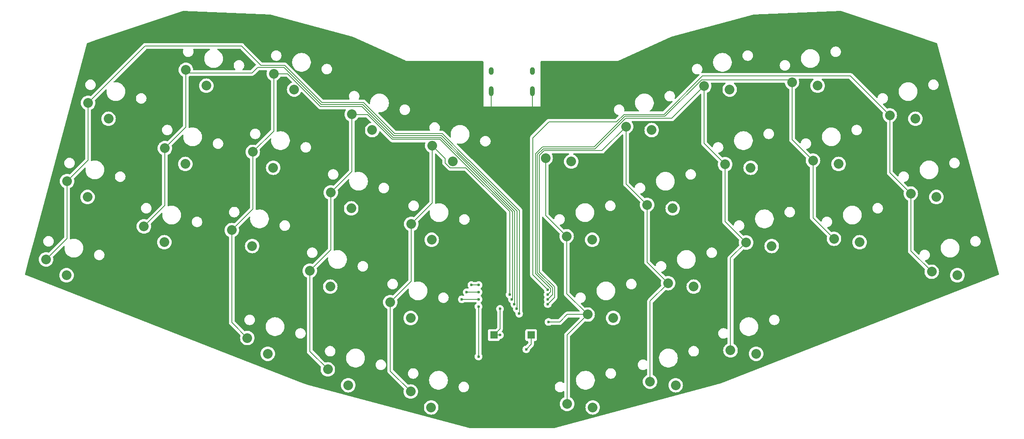
<source format=gbl>
G04 #@! TF.GenerationSoftware,KiCad,Pcbnew,8.0.6+1*
G04 #@! TF.CreationDate,2024-12-07T22:08:21+01:00*
G04 #@! TF.ProjectId,keymini,6b65796d-696e-4692-9e6b-696361645f70,rev?*
G04 #@! TF.SameCoordinates,Original*
G04 #@! TF.FileFunction,Copper,L2,Bot*
G04 #@! TF.FilePolarity,Positive*
%FSLAX46Y46*%
G04 Gerber Fmt 4.6, Leading zero omitted, Abs format (unit mm)*
G04 Created by KiCad (PCBNEW 8.0.6+1) date 2024-12-07 22:08:21*
%MOMM*%
%LPD*%
G01*
G04 APERTURE LIST*
G04 #@! TA.AperFunction,ComponentPad*
%ADD10C,2.032000*%
G04 #@! TD*
G04 #@! TA.AperFunction,ComponentPad*
%ADD11O,1.000000X2.100000*%
G04 #@! TD*
G04 #@! TA.AperFunction,ComponentPad*
%ADD12O,1.000000X1.600000*%
G04 #@! TD*
G04 #@! TA.AperFunction,SMDPad,CuDef*
%ADD13R,1.500000X1.500000*%
G04 #@! TD*
G04 #@! TA.AperFunction,ViaPad*
%ADD14C,0.600000*%
G04 #@! TD*
G04 #@! TA.AperFunction,Conductor*
%ADD15C,0.200000*%
G04 #@! TD*
G04 APERTURE END LIST*
D10*
G04 #@! TO.P,SW1J1,1,1*
G04 #@! TO.N,Net-(D1J1-A)*
X234555032Y-42603962D03*
G04 #@! TO.P,SW1J1,2,2*
G04 #@! TO.N,COLJ*
X229181883Y-41869613D03*
G04 #@! TD*
G04 #@! TO.P,SW4F1,1,1*
G04 #@! TO.N,Net-(D4F1-A)*
X166927032Y-103171962D03*
G04 #@! TO.P,SW4F1,2,2*
G04 #@! TO.N,COLF*
X161553883Y-102437613D03*
G04 #@! TD*
G04 #@! TO.P,SW2I1,1,1*
G04 #@! TO.N,Net-(D2I1-A)*
X218463032Y-52092962D03*
G04 #@! TO.P,SW2I1,2,2*
G04 #@! TO.N,COLI*
X213089883Y-51358613D03*
G04 #@! TD*
G04 #@! TO.P,SW3I1,1,1*
G04 #@! TO.N,Net-(D3I1-A)*
X222862032Y-68512962D03*
G04 #@! TO.P,SW3I1,2,2*
G04 #@! TO.N,COLI*
X217488883Y-67778613D03*
G04 #@! TD*
G04 #@! TO.P,SW1G1,1,1*
G04 #@! TO.N,Net-(D1G1-A)*
X179289032Y-44988962D03*
G04 #@! TO.P,SW1G1,2,2*
G04 #@! TO.N,COLG*
X173915883Y-44254613D03*
G04 #@! TD*
G04 #@! TO.P,SW4E1,1,1*
G04 #@! TO.N,Net-(D4E1-A)*
X133072968Y-103171962D03*
G04 #@! TO.P,SW4E1,2,2*
G04 #@! TO.N,COLE*
X128786858Y-99849423D03*
G04 #@! TD*
G04 #@! TO.P,SW3G1,1,1*
G04 #@! TO.N,Net-(D3G1-A)*
X188089032Y-77830962D03*
G04 #@! TO.P,SW3G1,2,2*
G04 #@! TO.N,COLG*
X182715883Y-77096613D03*
G04 #@! TD*
G04 #@! TO.P,SW3C1,1,1*
G04 #@! TO.N,Net-(D3C1-A)*
X95558968Y-69307962D03*
G04 #@! TO.P,SW3C1,2,2*
G04 #@! TO.N,COLC*
X91272858Y-65985423D03*
G04 #@! TD*
G04 #@! TO.P,SW4D1,1,1*
G04 #@! TO.N,Net-(D4D1-A)*
X115686968Y-98512962D03*
G04 #@! TO.P,SW4D1,2,2*
G04 #@! TO.N,COLD*
X111400858Y-95190423D03*
G04 #@! TD*
G04 #@! TO.P,SW4C1,1,1*
G04 #@! TO.N,Net-(D4C1-A)*
X98817968Y-91921962D03*
G04 #@! TO.P,SW4C1,2,2*
G04 #@! TO.N,COLC*
X94531858Y-88599423D03*
G04 #@! TD*
G04 #@! TO.P,SW2F1,1,1*
G04 #@! TO.N,Net-(D2F1-A)*
X166820032Y-68000962D03*
G04 #@! TO.P,SW2F1,2,2*
G04 #@! TO.N,COLF*
X161446883Y-67266613D03*
G04 #@! TD*
G04 #@! TO.P,SW4G1,1,1*
G04 #@! TO.N,Net-(D4G1-A)*
X184313032Y-98512962D03*
G04 #@! TO.P,SW4G1,2,2*
G04 #@! TO.N,COLG*
X178939883Y-97778613D03*
G04 #@! TD*
G04 #@! TO.P,SW2G1,1,1*
G04 #@! TO.N,Net-(D2G1-A)*
X183689032Y-61409962D03*
G04 #@! TO.P,SW2G1,2,2*
G04 #@! TO.N,COLG*
X178315883Y-60675613D03*
G04 #@! TD*
G04 #@! TO.P,SW1H1,1,1*
G04 #@! TO.N,Net-(D1H1-A)*
X195641032Y-36466962D03*
G04 #@! TO.P,SW1H1,2,2*
G04 #@! TO.N,COLH*
X190267883Y-35732613D03*
G04 #@! TD*
G04 #@! TO.P,SW3A1,1,1*
G04 #@! TO.N,Net-(D3A1-A)*
X56644968Y-75445962D03*
G04 #@! TO.P,SW3A1,2,2*
G04 #@! TO.N,COLA*
X52358858Y-72123423D03*
G04 #@! TD*
G04 #@! TO.P,SW3F1,1,1*
G04 #@! TO.N,Net-(D3F1-A)*
X171220032Y-84420962D03*
G04 #@! TO.P,SW3F1,2,2*
G04 #@! TO.N,COLF*
X165846883Y-83686613D03*
G04 #@! TD*
G04 #@! TO.P,SW2E1,1,1*
G04 #@! TO.N,Net-(D2E1-A)*
X133179968Y-68000962D03*
G04 #@! TO.P,SW2E1,2,2*
G04 #@! TO.N,COLE*
X128893858Y-64678423D03*
G04 #@! TD*
G04 #@! TO.P,SW3D1,1,1*
G04 #@! TO.N,Net-(D3D1-A)*
X111910968Y-77830962D03*
G04 #@! TO.P,SW3D1,2,2*
G04 #@! TO.N,COLD*
X107624858Y-74508423D03*
G04 #@! TD*
G04 #@! TO.P,SW3J1,1,1*
G04 #@! TO.N,Net-(D3J1-A)*
X243355032Y-75445962D03*
G04 #@! TO.P,SW3J1,2,2*
G04 #@! TO.N,COLJ*
X237981883Y-74711613D03*
G04 #@! TD*
G04 #@! TO.P,SW3B1,1,1*
G04 #@! TO.N,Net-(D3B1-A)*
X77137968Y-68512962D03*
G04 #@! TO.P,SW3B1,2,2*
G04 #@! TO.N,COLB*
X72851858Y-65190423D03*
G04 #@! TD*
G04 #@! TO.P,SW1F1,1,1*
G04 #@! TO.N,Net-(D1F1-A)*
X162420032Y-51579962D03*
G04 #@! TO.P,SW1F1,2,2*
G04 #@! TO.N,COLF*
X157046883Y-50845613D03*
G04 #@! TD*
G04 #@! TO.P,SW2D1,1,1*
G04 #@! TO.N,Net-(D2D1-A)*
X116310968Y-61409962D03*
G04 #@! TO.P,SW2D1,2,2*
G04 #@! TO.N,COLD*
X112024858Y-58087423D03*
G04 #@! TD*
G04 #@! TO.P,SW4H1,1,1*
G04 #@! TO.N,Net-(D4H1-A)*
X201182032Y-91921962D03*
G04 #@! TO.P,SW4H1,2,2*
G04 #@! TO.N,COLH*
X195808883Y-91187613D03*
G04 #@! TD*
G04 #@! TO.P,SW2B1,1,1*
G04 #@! TO.N,Net-(D2B1-A)*
X81536968Y-52092962D03*
G04 #@! TO.P,SW2B1,2,2*
G04 #@! TO.N,COLB*
X77250858Y-48770423D03*
G04 #@! TD*
G04 #@! TO.P,SW1E1,1,1*
G04 #@! TO.N,Net-(D1E1-A)*
X137579968Y-51579962D03*
G04 #@! TO.P,SW1E1,2,2*
G04 #@! TO.N,COLE*
X133293858Y-48257423D03*
G04 #@! TD*
D11*
G04 #@! TO.P,J1,S1,SHIELD*
G04 #@! TO.N,GND*
X154320000Y-36805000D03*
D12*
X154320000Y-32625000D03*
D11*
X145680000Y-36805000D03*
D12*
X145680000Y-32625000D03*
G04 #@! TD*
D10*
G04 #@! TO.P,SW3H1,1,1*
G04 #@! TO.N,Net-(D3H1-A)*
X204441032Y-69307962D03*
G04 #@! TO.P,SW3H1,2,2*
G04 #@! TO.N,COLH*
X199067883Y-68573613D03*
G04 #@! TD*
G04 #@! TO.P,SW2J1,1,1*
G04 #@! TO.N,Net-(D2J1-A)*
X238955032Y-59024962D03*
G04 #@! TO.P,SW2J1,2,2*
G04 #@! TO.N,COLJ*
X233581883Y-58290613D03*
G04 #@! TD*
G04 #@! TO.P,SW1B1,1,1*
G04 #@! TO.N,Net-(D1B1-A)*
X85936968Y-35671962D03*
G04 #@! TO.P,SW1B1,2,2*
G04 #@! TO.N,COLB*
X81650858Y-32349423D03*
G04 #@! TD*
G04 #@! TO.P,SW1D1,1,1*
G04 #@! TO.N,Net-(D1D1-A)*
X120710968Y-44988962D03*
G04 #@! TO.P,SW1D1,2,2*
G04 #@! TO.N,COLD*
X116424858Y-41666423D03*
G04 #@! TD*
G04 #@! TO.P,SW2A1,1,1*
G04 #@! TO.N,Net-(D2A1-A)*
X61044968Y-59024962D03*
G04 #@! TO.P,SW2A1,2,2*
G04 #@! TO.N,COLA*
X56758858Y-55702423D03*
G04 #@! TD*
G04 #@! TO.P,SW1A1,1,1*
G04 #@! TO.N,Net-(D1A1-A)*
X65444968Y-42603962D03*
G04 #@! TO.P,SW1A1,2,2*
G04 #@! TO.N,COLA*
X61158858Y-39281423D03*
G04 #@! TD*
G04 #@! TO.P,SW3E1,1,1*
G04 #@! TO.N,Net-(D3E1-A)*
X128779968Y-84420962D03*
G04 #@! TO.P,SW3E1,2,2*
G04 #@! TO.N,COLE*
X124493858Y-81098423D03*
G04 #@! TD*
G04 #@! TO.P,SW2C1,1,1*
G04 #@! TO.N,Net-(D2C1-A)*
X99958968Y-52887962D03*
G04 #@! TO.P,SW2C1,2,2*
G04 #@! TO.N,COLC*
X95672858Y-49565423D03*
G04 #@! TD*
G04 #@! TO.P,SW1C1,1,1*
G04 #@! TO.N,Net-(D1C1-A)*
X104358968Y-36466962D03*
G04 #@! TO.P,SW1C1,2,2*
G04 #@! TO.N,COLC*
X100072858Y-33144423D03*
G04 #@! TD*
G04 #@! TO.P,SW2H1,1,1*
G04 #@! TO.N,Net-(D2H1-A)*
X200041032Y-52887962D03*
G04 #@! TO.P,SW2H1,2,2*
G04 #@! TO.N,COLH*
X194667883Y-52153613D03*
G04 #@! TD*
G04 #@! TO.P,SW1I1,1,1*
G04 #@! TO.N,Net-(D1I1-A)*
X214063032Y-35671962D03*
G04 #@! TO.P,SW1I1,2,2*
G04 #@! TO.N,COLI*
X208689883Y-34937613D03*
G04 #@! TD*
D13*
G04 #@! TO.P,BOOT0,1,1*
G04 #@! TO.N,+3.3V*
X154000000Y-88000000D03*
G04 #@! TO.P,BOOT0,2,2*
G04 #@! TO.N,Net-(U1-BOOT0)*
X146200000Y-88000000D03*
G04 #@! TD*
D14*
G04 #@! TO.N,GND*
X148000000Y-73500000D03*
X145000000Y-72000000D03*
X153000000Y-61000000D03*
X147000000Y-61750000D03*
X152000000Y-90000000D03*
X144000000Y-88500000D03*
X157500000Y-73000000D03*
G04 #@! TO.N,+3.3V*
X153000000Y-91000000D03*
G04 #@! TO.N,ROW1*
X141500000Y-77500000D03*
X143000000Y-77500000D03*
G04 #@! TO.N,ROW2*
X140500000Y-79000000D03*
X143000000Y-79000000D03*
G04 #@! TO.N,ROW3*
X139500000Y-80500000D03*
X143000000Y-80500000D03*
G04 #@! TO.N,ROW4*
X143000000Y-92500000D03*
X143000000Y-82000000D03*
G04 #@! TO.N,Net-(U1-BOOT0)*
X147500000Y-82500000D03*
X147500000Y-88000000D03*
G04 #@! TO.N,COLA*
X151500000Y-83500000D03*
G04 #@! TO.N,COLB*
X151000000Y-82500000D03*
G04 #@! TO.N,COLC*
X150500000Y-81500000D03*
G04 #@! TO.N,COLD*
X150000000Y-80500000D03*
G04 #@! TO.N,COLE*
X149500000Y-79500000D03*
G04 #@! TO.N,COLF*
X157662778Y-85250000D03*
G04 #@! TO.N,COLG*
X157500000Y-81500000D03*
G04 #@! TO.N,COLH*
X157500000Y-80500000D03*
G04 #@! TO.N,COLI*
X157481389Y-79481389D03*
G04 #@! TO.N,COLJ*
X157500000Y-78500000D03*
G04 #@! TD*
D15*
G04 #@! TO.N,GND*
X145680000Y-36805000D02*
X145680000Y-42320000D01*
X154320000Y-36805000D02*
X154320000Y-42320000D01*
G04 #@! TO.N,+3.3V*
X154000000Y-88000000D02*
X154000000Y-89950000D01*
X152975000Y-90975000D02*
X153000000Y-91000000D01*
X154000000Y-89950000D02*
X152975000Y-90975000D01*
G04 #@! TO.N,ROW1*
X141500000Y-77500000D02*
X143000000Y-77500000D01*
G04 #@! TO.N,ROW2*
X140500000Y-79000000D02*
X143000000Y-79000000D01*
G04 #@! TO.N,ROW3*
X139500000Y-80500000D02*
X143000000Y-80500000D01*
G04 #@! TO.N,ROW4*
X143000000Y-92500000D02*
X143000000Y-82000000D01*
G04 #@! TO.N,Net-(U1-BOOT0)*
X147500000Y-86700000D02*
X146200000Y-88000000D01*
X147500000Y-82500000D02*
X147500000Y-86700000D01*
X146200000Y-88000000D02*
X147500000Y-88000000D01*
G04 #@! TO.N,COLA*
X110186949Y-39200000D02*
X102415372Y-31428423D01*
X135389216Y-45741423D02*
X125438481Y-45741423D01*
X56758858Y-67723423D02*
X52358858Y-72123423D01*
X97428423Y-31428423D02*
X93348595Y-27348595D01*
X118897058Y-39200000D02*
X110186949Y-39200000D01*
X102415372Y-31428423D02*
X97428423Y-31428423D01*
X93348595Y-27348595D02*
X73091686Y-27348595D01*
X125438481Y-45741423D02*
X118897058Y-39200000D01*
X61158858Y-39281423D02*
X61158858Y-51302423D01*
X73091686Y-27348595D02*
X61158858Y-39281423D01*
X151600000Y-83400000D02*
X151600000Y-61902942D01*
X151600000Y-61902942D02*
X140993020Y-51295962D01*
X56758858Y-55702423D02*
X56758858Y-67723423D01*
X61158858Y-51302423D02*
X56758858Y-55702423D01*
X151500000Y-83500000D02*
X151600000Y-83400000D01*
X140993020Y-51295962D02*
X140943755Y-51295962D01*
X140943755Y-51295962D02*
X135389216Y-45741423D01*
G04 #@! TO.N,COLB*
X151100000Y-61968628D02*
X140827334Y-51695962D01*
X151100000Y-82400000D02*
X151100000Y-61968628D01*
X81650858Y-44370423D02*
X77250858Y-48770423D01*
X81650858Y-32349422D02*
X81650858Y-44370423D01*
X77250858Y-48770423D02*
X77250858Y-60791423D01*
X102249686Y-31828423D02*
X96671577Y-31828423D01*
X77250858Y-60791423D02*
X72851858Y-65190423D01*
X140778069Y-51695962D02*
X135223530Y-46141423D01*
X135223530Y-46141423D02*
X125272795Y-46141423D01*
X110021263Y-39600000D02*
X102249686Y-31828423D01*
X82301436Y-33000000D02*
X81650858Y-32349422D01*
X118731372Y-39600000D02*
X110021263Y-39600000D01*
X96671577Y-31828423D02*
X95500000Y-33000000D01*
X95500000Y-33000000D02*
X82301436Y-33000000D01*
X151000000Y-82500000D02*
X151100000Y-82400000D01*
X140827334Y-51695962D02*
X140778069Y-51695962D01*
X125272795Y-46141423D02*
X118731372Y-39600000D01*
G04 #@! TO.N,COLC*
X118565686Y-40000000D02*
X109855577Y-40000000D01*
X135057844Y-46541423D02*
X125107109Y-46541423D01*
X103000000Y-33144423D02*
X100072858Y-33144423D01*
X140661648Y-52095962D02*
X140612383Y-52095962D01*
X91272858Y-85340423D02*
X94531858Y-88599423D01*
X95672858Y-49565423D02*
X95672858Y-61585423D01*
X109855577Y-40000000D02*
X103000000Y-33144423D01*
X91272858Y-65985423D02*
X91272858Y-85340423D01*
X100072858Y-33144423D02*
X100072858Y-45165423D01*
X95672858Y-61585423D02*
X91272858Y-65985423D01*
X150600000Y-62034314D02*
X140661648Y-52095962D01*
X100072858Y-45165423D02*
X95672858Y-49565423D01*
X125107109Y-46541423D02*
X118565686Y-40000000D01*
X150600000Y-81400000D02*
X150600000Y-62034314D01*
X140612383Y-52095962D02*
X135057844Y-46541423D01*
X150500000Y-81500000D02*
X150600000Y-81400000D01*
G04 #@! TO.N,COLD*
X119750000Y-41750000D02*
X116508435Y-41750000D01*
X150000000Y-80500000D02*
X150100000Y-80400000D01*
X150100000Y-80400000D02*
X150100000Y-62100000D01*
X116424858Y-41666423D02*
X116424858Y-53687423D01*
X150100000Y-62100000D02*
X140495962Y-52495962D01*
X107624858Y-91414423D02*
X111400858Y-95190423D01*
X116424858Y-53687423D02*
X112024858Y-58087423D01*
X124941423Y-46941423D02*
X119750000Y-41750000D01*
X107624858Y-74508423D02*
X107624858Y-91414423D01*
X112024858Y-58087423D02*
X112024858Y-70108423D01*
X116508435Y-41750000D02*
X116424858Y-41666423D01*
X140446697Y-52495962D02*
X134892158Y-46941423D01*
X140495962Y-52495962D02*
X140446697Y-52495962D01*
X112024858Y-70108423D02*
X107624858Y-74508423D01*
X134892158Y-46941423D02*
X124941423Y-46941423D01*
G04 #@! TO.N,COLE*
X124493858Y-81098423D02*
X124493858Y-95556423D01*
X137034862Y-52895962D02*
X136000000Y-51861100D01*
X128893858Y-64678423D02*
X128893858Y-76698423D01*
X124493858Y-95556423D02*
X128786858Y-99849423D01*
X136000000Y-51861100D02*
X136000000Y-50963565D01*
X149500000Y-62065686D02*
X140330276Y-52895962D01*
X124493858Y-81098423D02*
X124741840Y-81346405D01*
X133293858Y-60278423D02*
X128893858Y-64678423D01*
X133293858Y-48257423D02*
X133293858Y-60278423D01*
X128893858Y-76698423D02*
X124493858Y-81098423D01*
X136000000Y-50963565D02*
X133293858Y-48257423D01*
X140330276Y-52895962D02*
X137034862Y-52895962D01*
X149500000Y-79500000D02*
X149500000Y-62065686D01*
G04 #@! TO.N,COLF*
X157046883Y-62866613D02*
X161446883Y-67266613D01*
X157662778Y-85250000D02*
X160000000Y-85250000D01*
X161553883Y-87979614D02*
X161553883Y-102437613D01*
X165846883Y-83686614D02*
X161553883Y-87979614D01*
X161446883Y-67266613D02*
X161446883Y-79286614D01*
X157046883Y-50845613D02*
X157046883Y-62866613D01*
X161563386Y-83686614D02*
X165846883Y-83686614D01*
X160000000Y-85250000D02*
X161563386Y-83686614D01*
X161446883Y-79286614D02*
X165846883Y-83686614D01*
G04 #@! TO.N,COLG*
X155730883Y-50300507D02*
X156731390Y-49300000D01*
X178315883Y-72696613D02*
X182715883Y-77096613D01*
X156731390Y-49300000D02*
X168870497Y-49300000D01*
X173915883Y-56275613D02*
X178315883Y-60675613D01*
X168870497Y-49300000D02*
X173915883Y-44254614D01*
X155730883Y-74750982D02*
X155730883Y-50300507D01*
X158900000Y-77920099D02*
X155730883Y-74750982D01*
X178939883Y-80872613D02*
X182715883Y-77096613D01*
X178939883Y-97778613D02*
X178939883Y-80872613D01*
X157500000Y-81500000D02*
X158900000Y-80100000D01*
X178315883Y-60675613D02*
X178315883Y-72696613D01*
X158900000Y-80100000D02*
X158900000Y-77920099D01*
X173915883Y-44254614D02*
X173915883Y-56275613D01*
G04 #@! TO.N,COLH*
X158500000Y-78085785D02*
X155330883Y-74916668D01*
X195808883Y-71832613D02*
X195808883Y-91187613D01*
X190267883Y-35732613D02*
X190267883Y-47753613D01*
X155330883Y-50134821D02*
X156565704Y-48900000D01*
X156565704Y-48900000D02*
X167409391Y-48900000D01*
X194667883Y-52153613D02*
X194667883Y-64173613D01*
X157500000Y-80500000D02*
X158500000Y-79500000D01*
X190267883Y-47753613D02*
X194667883Y-52153613D01*
X194667883Y-64173613D02*
X199067883Y-68573613D01*
X158500000Y-79500000D02*
X158500000Y-78085785D01*
X173809391Y-42500000D02*
X183500496Y-42500000D01*
X155330883Y-74916668D02*
X155330883Y-50134821D01*
X199067883Y-68573613D02*
X195808883Y-71832613D01*
X167409391Y-48900000D02*
X173809391Y-42500000D01*
X183500496Y-42500000D02*
X190267883Y-35732613D01*
G04 #@! TO.N,COLI*
X213089883Y-63378613D02*
X217489883Y-67778613D01*
X158100000Y-78251471D02*
X154930883Y-75082354D01*
X154930883Y-49969135D02*
X156400018Y-48500000D01*
X213089883Y-51358613D02*
X213089883Y-63378613D01*
X189722777Y-34416613D02*
X208168883Y-34416613D01*
X173643705Y-42100000D02*
X182039390Y-42100000D01*
X154930883Y-75082354D02*
X154930883Y-49969135D01*
X157481389Y-79481389D02*
X158100000Y-78862778D01*
X167243705Y-48500000D02*
X173643705Y-42100000D01*
X208689883Y-46958613D02*
X213089883Y-51358613D01*
X208689883Y-34937613D02*
X208689883Y-46958613D01*
X208168883Y-34416613D02*
X208689883Y-34937613D01*
X182039390Y-42100000D02*
X189722777Y-34416613D01*
X158100000Y-78862778D02*
X158100000Y-78251471D01*
X156400018Y-48500000D02*
X167243705Y-48500000D01*
G04 #@! TO.N,COLJ*
X173478019Y-41700000D02*
X181873704Y-41700000D01*
X157500000Y-78500000D02*
X154379508Y-75379508D01*
X220933883Y-33621613D02*
X229181883Y-41869613D01*
X154379508Y-46620492D02*
X157750000Y-43250000D01*
X157750000Y-43250000D02*
X171928019Y-43250000D01*
X233581883Y-70311613D02*
X237981883Y-74711613D01*
X229181883Y-53890613D02*
X233581883Y-58290613D01*
X189952091Y-33621613D02*
X220933883Y-33621613D01*
X229181883Y-41869613D02*
X229181883Y-53890613D01*
X181873704Y-41700000D02*
X189952091Y-33621613D01*
X171928019Y-43250000D02*
X173478019Y-41700000D01*
X154379508Y-75379508D02*
X154379508Y-46620492D01*
X233581883Y-58290613D02*
X233581883Y-70311613D01*
G04 #@! TD*
G04 #@! TA.AperFunction,Conductor*
G04 #@! TO.N,GND*
G36*
X218979115Y-19944686D02*
G01*
X231650845Y-24231401D01*
X239044515Y-26732604D01*
X239101711Y-26772733D01*
X239124554Y-26817972D01*
X252092887Y-75217331D01*
X252091224Y-75287181D01*
X252052061Y-75345043D01*
X252018236Y-75364922D01*
X193529785Y-98216027D01*
X193516755Y-98220304D01*
X158856235Y-107507575D01*
X158824141Y-107511800D01*
X141175859Y-107511800D01*
X141143765Y-107507575D01*
X124963058Y-103171962D01*
X131551779Y-103171962D01*
X131570506Y-103409925D01*
X131626229Y-103642030D01*
X131717576Y-103862562D01*
X131717578Y-103862566D01*
X131717579Y-103862567D01*
X131842300Y-104066094D01*
X131997325Y-104247605D01*
X132178836Y-104402630D01*
X132382363Y-104527351D01*
X132382365Y-104527351D01*
X132382367Y-104527353D01*
X132458039Y-104558697D01*
X132602895Y-104618699D01*
X132835002Y-104674423D01*
X133072968Y-104693151D01*
X133310934Y-104674423D01*
X133543041Y-104618699D01*
X133763573Y-104527351D01*
X133967100Y-104402630D01*
X134148611Y-104247605D01*
X134303636Y-104066094D01*
X134428357Y-103862567D01*
X134519705Y-103642035D01*
X134575429Y-103409928D01*
X134594157Y-103171962D01*
X134575429Y-102933996D01*
X134519705Y-102701889D01*
X134428357Y-102481357D01*
X134303636Y-102277830D01*
X134148611Y-102096319D01*
X133967100Y-101941294D01*
X133763573Y-101816573D01*
X133763572Y-101816572D01*
X133763568Y-101816570D01*
X133543036Y-101725223D01*
X133310930Y-101669500D01*
X133310931Y-101669500D01*
X133072968Y-101650773D01*
X132835004Y-101669500D01*
X132602899Y-101725223D01*
X132382367Y-101816570D01*
X132178835Y-101941294D01*
X131997325Y-102096319D01*
X131842300Y-102277829D01*
X131717576Y-102481361D01*
X131626229Y-102701893D01*
X131570506Y-102933998D01*
X131551779Y-103171962D01*
X124963058Y-103171962D01*
X107575456Y-98512962D01*
X114165779Y-98512962D01*
X114184506Y-98750925D01*
X114240229Y-98983030D01*
X114331576Y-99203562D01*
X114331578Y-99203566D01*
X114331579Y-99203567D01*
X114456300Y-99407094D01*
X114611325Y-99588605D01*
X114792836Y-99743630D01*
X114996363Y-99868351D01*
X114996365Y-99868351D01*
X114996367Y-99868353D01*
X115005428Y-99872106D01*
X115216895Y-99959699D01*
X115449002Y-100015423D01*
X115686968Y-100034151D01*
X115924934Y-100015423D01*
X116157041Y-99959699D01*
X116377573Y-99868351D01*
X116581100Y-99743630D01*
X116762611Y-99588605D01*
X116917636Y-99407094D01*
X117042357Y-99203567D01*
X117133705Y-98983035D01*
X117189429Y-98750928D01*
X117208157Y-98512962D01*
X117189429Y-98274996D01*
X117133705Y-98042889D01*
X117042357Y-97822357D01*
X116917636Y-97618830D01*
X116762611Y-97437319D01*
X116581100Y-97282294D01*
X116377573Y-97157573D01*
X116377572Y-97157572D01*
X116377568Y-97157570D01*
X116157036Y-97066223D01*
X115924930Y-97010500D01*
X115924931Y-97010500D01*
X115686968Y-96991773D01*
X115449004Y-97010500D01*
X115216899Y-97066223D01*
X114996367Y-97157570D01*
X114792835Y-97282294D01*
X114611325Y-97437319D01*
X114456300Y-97618829D01*
X114331576Y-97822361D01*
X114240229Y-98042893D01*
X114184506Y-98274998D01*
X114165779Y-98512962D01*
X107575456Y-98512962D01*
X106483243Y-98220304D01*
X106470213Y-98216027D01*
X90360265Y-91921962D01*
X97296779Y-91921962D01*
X97315506Y-92159925D01*
X97371229Y-92392030D01*
X97462576Y-92612562D01*
X97462578Y-92612566D01*
X97462579Y-92612567D01*
X97587300Y-92816094D01*
X97742325Y-92997605D01*
X97923836Y-93152630D01*
X98127363Y-93277351D01*
X98127365Y-93277351D01*
X98127367Y-93277353D01*
X98171185Y-93295503D01*
X98347895Y-93368699D01*
X98580002Y-93424423D01*
X98817968Y-93443151D01*
X99055934Y-93424423D01*
X99288041Y-93368699D01*
X99508573Y-93277351D01*
X99712100Y-93152630D01*
X99893611Y-92997605D01*
X100048636Y-92816094D01*
X100173357Y-92612567D01*
X100264705Y-92392035D01*
X100320429Y-92159928D01*
X100339157Y-91921962D01*
X100320429Y-91683996D01*
X100264705Y-91451889D01*
X100173357Y-91231357D01*
X100048636Y-91027830D01*
X99893611Y-90846319D01*
X99712100Y-90691294D01*
X99508573Y-90566573D01*
X99508572Y-90566572D01*
X99508568Y-90566570D01*
X99288036Y-90475223D01*
X99055930Y-90419500D01*
X99055931Y-90419500D01*
X98817968Y-90400773D01*
X98580004Y-90419500D01*
X98347899Y-90475223D01*
X98127367Y-90566570D01*
X97923835Y-90691294D01*
X97742325Y-90846319D01*
X97587300Y-91027829D01*
X97462576Y-91231361D01*
X97371229Y-91451893D01*
X97315506Y-91683998D01*
X97296779Y-91921962D01*
X90360265Y-91921962D01*
X48189188Y-75445962D01*
X55123779Y-75445962D01*
X55142506Y-75683925D01*
X55198229Y-75916030D01*
X55289576Y-76136562D01*
X55289578Y-76136566D01*
X55289579Y-76136567D01*
X55414300Y-76340094D01*
X55569325Y-76521605D01*
X55750836Y-76676630D01*
X55954363Y-76801351D01*
X55954365Y-76801351D01*
X55954367Y-76801353D01*
X56030039Y-76832697D01*
X56174895Y-76892699D01*
X56407002Y-76948423D01*
X56644968Y-76967151D01*
X56882934Y-76948423D01*
X57115041Y-76892699D01*
X57335573Y-76801351D01*
X57539100Y-76676630D01*
X57720611Y-76521605D01*
X57875636Y-76340094D01*
X58000357Y-76136567D01*
X58091705Y-75916035D01*
X58147429Y-75683928D01*
X58166157Y-75445962D01*
X58147429Y-75207996D01*
X58091705Y-74975889D01*
X58000357Y-74755357D01*
X57875636Y-74551830D01*
X57720611Y-74370319D01*
X57539100Y-74215294D01*
X57335573Y-74090573D01*
X57335572Y-74090572D01*
X57335568Y-74090570D01*
X57115036Y-73999223D01*
X56882930Y-73943500D01*
X56882931Y-73943500D01*
X56644968Y-73924773D01*
X56407004Y-73943500D01*
X56174899Y-73999223D01*
X55954367Y-74090570D01*
X55750835Y-74215294D01*
X55569325Y-74370319D01*
X55414300Y-74551829D01*
X55289576Y-74755361D01*
X55198229Y-74975893D01*
X55142506Y-75207998D01*
X55123779Y-75445962D01*
X48189188Y-75445962D01*
X47981762Y-75364922D01*
X47926482Y-75322191D01*
X47903080Y-75256357D01*
X47907111Y-75217331D01*
X47909613Y-75207996D01*
X48736107Y-72123423D01*
X50837669Y-72123423D01*
X50856396Y-72361386D01*
X50912119Y-72593491D01*
X51003466Y-72814023D01*
X51003468Y-72814027D01*
X51003469Y-72814028D01*
X51128190Y-73017555D01*
X51283215Y-73199066D01*
X51464726Y-73354091D01*
X51668253Y-73478812D01*
X51668255Y-73478812D01*
X51668257Y-73478814D01*
X51673402Y-73480945D01*
X51888785Y-73570160D01*
X52120892Y-73625884D01*
X52358858Y-73644612D01*
X52596824Y-73625884D01*
X52828931Y-73570160D01*
X53049463Y-73478812D01*
X53252990Y-73354091D01*
X53434501Y-73199066D01*
X53589526Y-73017555D01*
X53714247Y-72814028D01*
X53805595Y-72593496D01*
X53861319Y-72361389D01*
X53880047Y-72123423D01*
X53861319Y-71885457D01*
X53805595Y-71653350D01*
X53799978Y-71639789D01*
X53792509Y-71570320D01*
X53823785Y-71507841D01*
X53826830Y-71504684D01*
X56023552Y-69307962D01*
X56084873Y-69274479D01*
X56154565Y-69279463D01*
X56210498Y-69321335D01*
X56234915Y-69386799D01*
X56234170Y-69411830D01*
X56207001Y-69618196D01*
X56207000Y-69618213D01*
X56207000Y-69875800D01*
X56226216Y-70021752D01*
X56240622Y-70131175D01*
X56245612Y-70149797D01*
X56307289Y-70379982D01*
X56405859Y-70617952D01*
X56405867Y-70617969D01*
X56534652Y-70841030D01*
X56534663Y-70841046D01*
X56691463Y-71045392D01*
X56691469Y-71045399D01*
X56873600Y-71227530D01*
X56873607Y-71227536D01*
X57019129Y-71339199D01*
X57077962Y-71384343D01*
X57077969Y-71384347D01*
X57301030Y-71513132D01*
X57301035Y-71513134D01*
X57301038Y-71513136D01*
X57301042Y-71513137D01*
X57301047Y-71513140D01*
X57386646Y-71548596D01*
X57539016Y-71611710D01*
X57787825Y-71678378D01*
X58043207Y-71712000D01*
X58043214Y-71712000D01*
X58300786Y-71712000D01*
X58300793Y-71712000D01*
X58556175Y-71678378D01*
X58804984Y-71611710D01*
X59042962Y-71513136D01*
X59266038Y-71384343D01*
X59470394Y-71227535D01*
X59614112Y-71083817D01*
X62383192Y-71083817D01*
X62383192Y-71257192D01*
X62410312Y-71428418D01*
X62463882Y-71593293D01*
X62463883Y-71593296D01*
X62514667Y-71692964D01*
X62542590Y-71747765D01*
X62644491Y-71888019D01*
X62767078Y-72010606D01*
X62907332Y-72112507D01*
X62946981Y-72132709D01*
X63061800Y-72191213D01*
X63061803Y-72191214D01*
X63144240Y-72217999D01*
X63226680Y-72244785D01*
X63305983Y-72257345D01*
X63397905Y-72271905D01*
X63397910Y-72271905D01*
X63571279Y-72271905D01*
X63654287Y-72258757D01*
X63742504Y-72244785D01*
X63907383Y-72191213D01*
X64061852Y-72112507D01*
X64202106Y-72010606D01*
X64324693Y-71888019D01*
X64426594Y-71747765D01*
X64505300Y-71593296D01*
X64558872Y-71428417D01*
X64578970Y-71301525D01*
X64585992Y-71257192D01*
X64585992Y-71083817D01*
X64567395Y-70966407D01*
X64558872Y-70912593D01*
X64519733Y-70792134D01*
X64505301Y-70747716D01*
X64505300Y-70747713D01*
X64456259Y-70651465D01*
X64426594Y-70593245D01*
X64324693Y-70452991D01*
X64202106Y-70330404D01*
X64061852Y-70228503D01*
X63907383Y-70149796D01*
X63907380Y-70149795D01*
X63742505Y-70096225D01*
X63571279Y-70069105D01*
X63571274Y-70069105D01*
X63397910Y-70069105D01*
X63397905Y-70069105D01*
X63226678Y-70096225D01*
X63061803Y-70149795D01*
X63061800Y-70149796D01*
X62907331Y-70228503D01*
X62828603Y-70285703D01*
X62767078Y-70330404D01*
X62767076Y-70330406D01*
X62767075Y-70330406D01*
X62644493Y-70452988D01*
X62644493Y-70452989D01*
X62644491Y-70452991D01*
X62600728Y-70513224D01*
X62542590Y-70593244D01*
X62463883Y-70747713D01*
X62463882Y-70747716D01*
X62410312Y-70912591D01*
X62383192Y-71083817D01*
X59614112Y-71083817D01*
X59652535Y-71045394D01*
X59809343Y-70841038D01*
X59938136Y-70617962D01*
X60036710Y-70379984D01*
X60103378Y-70131175D01*
X60137000Y-69875793D01*
X60137000Y-69618207D01*
X60103378Y-69362825D01*
X60036710Y-69114016D01*
X59938136Y-68876038D01*
X59938134Y-68876035D01*
X59938132Y-68876030D01*
X59809347Y-68652969D01*
X59809343Y-68652962D01*
X59701917Y-68512962D01*
X75616779Y-68512962D01*
X75635506Y-68750919D01*
X75635506Y-68750924D01*
X75691229Y-68983030D01*
X75782576Y-69203562D01*
X75782578Y-69203566D01*
X75782579Y-69203567D01*
X75907300Y-69407094D01*
X76062325Y-69588605D01*
X76243836Y-69743630D01*
X76447363Y-69868351D01*
X76447365Y-69868351D01*
X76447367Y-69868353D01*
X76465329Y-69875793D01*
X76667895Y-69959699D01*
X76900002Y-70015423D01*
X77137968Y-70034151D01*
X77375934Y-70015423D01*
X77608041Y-69959699D01*
X77828573Y-69868351D01*
X78032100Y-69743630D01*
X78213611Y-69588605D01*
X78368636Y-69407094D01*
X78493357Y-69203567D01*
X78584705Y-68983035D01*
X78640429Y-68750928D01*
X78640795Y-68746286D01*
X78645101Y-68691562D01*
X78659157Y-68512962D01*
X78640429Y-68274996D01*
X78584705Y-68042889D01*
X78493357Y-67822357D01*
X78368636Y-67618830D01*
X78213611Y-67437319D01*
X78032100Y-67282294D01*
X77828573Y-67157573D01*
X77828572Y-67157572D01*
X77828568Y-67157570D01*
X77608036Y-67066223D01*
X77375930Y-67010500D01*
X77375931Y-67010500D01*
X77137968Y-66991773D01*
X76900004Y-67010500D01*
X76667899Y-67066223D01*
X76447367Y-67157570D01*
X76243835Y-67282294D01*
X76062325Y-67437319D01*
X75907300Y-67618829D01*
X75782576Y-67822361D01*
X75691229Y-68042893D01*
X75635506Y-68274998D01*
X75616779Y-68512962D01*
X59701917Y-68512962D01*
X59652536Y-68448607D01*
X59652530Y-68448600D01*
X59470399Y-68266469D01*
X59470392Y-68266463D01*
X59266046Y-68109663D01*
X59266044Y-68109661D01*
X59266038Y-68109657D01*
X59266033Y-68109654D01*
X59266030Y-68109652D01*
X59042969Y-67980867D01*
X59042952Y-67980859D01*
X58804982Y-67882289D01*
X58581310Y-67822357D01*
X58556175Y-67815622D01*
X58524252Y-67811419D01*
X58300800Y-67782000D01*
X58300793Y-67782000D01*
X58043207Y-67782000D01*
X58043199Y-67782000D01*
X57787825Y-67815622D01*
X57539009Y-67882291D01*
X57530804Y-67885690D01*
X57461334Y-67893154D01*
X57398857Y-67861875D01*
X57363209Y-67801784D01*
X57359359Y-67771126D01*
X57359359Y-67636770D01*
X57359358Y-67636752D01*
X57359358Y-61303807D01*
X72251008Y-61303807D01*
X72251008Y-61477182D01*
X72278128Y-61648408D01*
X72331698Y-61813283D01*
X72331699Y-61813286D01*
X72402773Y-61952774D01*
X72410406Y-61967755D01*
X72512307Y-62108009D01*
X72634894Y-62230596D01*
X72775148Y-62332497D01*
X72802558Y-62346463D01*
X72929616Y-62411203D01*
X72929619Y-62411204D01*
X72989909Y-62430793D01*
X73094496Y-62464775D01*
X73173799Y-62477335D01*
X73265721Y-62491895D01*
X73265726Y-62491895D01*
X73439095Y-62491895D01*
X73522103Y-62478747D01*
X73610320Y-62464775D01*
X73775199Y-62411203D01*
X73929668Y-62332497D01*
X74069922Y-62230596D01*
X74192509Y-62108009D01*
X74294410Y-61967755D01*
X74373116Y-61813286D01*
X74426688Y-61648407D01*
X74444772Y-61534228D01*
X74453808Y-61477182D01*
X74453808Y-61303807D01*
X74438030Y-61204197D01*
X74426688Y-61132583D01*
X74391150Y-61023207D01*
X74373117Y-60967706D01*
X74373116Y-60967703D01*
X74294409Y-60813234D01*
X74192509Y-60672981D01*
X74069922Y-60550394D01*
X73929668Y-60448493D01*
X73914354Y-60440690D01*
X73775199Y-60369786D01*
X73775196Y-60369785D01*
X73610321Y-60316215D01*
X73439095Y-60289095D01*
X73439090Y-60289095D01*
X73265726Y-60289095D01*
X73265721Y-60289095D01*
X73094494Y-60316215D01*
X72929619Y-60369785D01*
X72929616Y-60369786D01*
X72775147Y-60448493D01*
X72743206Y-60471700D01*
X72634894Y-60550394D01*
X72634892Y-60550396D01*
X72634891Y-60550396D01*
X72512309Y-60672978D01*
X72512309Y-60672979D01*
X72512307Y-60672981D01*
X72510395Y-60675613D01*
X72410406Y-60813234D01*
X72331699Y-60967703D01*
X72331698Y-60967706D01*
X72278128Y-61132581D01*
X72251008Y-61303807D01*
X57359358Y-61303807D01*
X57359358Y-59024962D01*
X59523779Y-59024962D01*
X59542506Y-59262925D01*
X59598229Y-59495030D01*
X59689576Y-59715562D01*
X59689578Y-59715566D01*
X59689579Y-59715567D01*
X59814300Y-59919094D01*
X59969325Y-60100605D01*
X60150836Y-60255630D01*
X60354363Y-60380351D01*
X60354365Y-60380351D01*
X60354367Y-60380353D01*
X60430039Y-60411697D01*
X60574895Y-60471699D01*
X60807002Y-60527423D01*
X61044968Y-60546151D01*
X61282934Y-60527423D01*
X61515041Y-60471699D01*
X61735573Y-60380351D01*
X61939100Y-60255630D01*
X62120611Y-60100605D01*
X62275636Y-59919094D01*
X62400357Y-59715567D01*
X62491705Y-59495035D01*
X62547429Y-59262928D01*
X62566157Y-59024962D01*
X62547429Y-58786996D01*
X62491705Y-58554889D01*
X62400357Y-58334357D01*
X62275636Y-58130830D01*
X62120611Y-57949319D01*
X61939100Y-57794294D01*
X61735573Y-57669573D01*
X61735572Y-57669572D01*
X61735568Y-57669570D01*
X61515036Y-57578223D01*
X61282930Y-57522500D01*
X61282931Y-57522500D01*
X61044968Y-57503773D01*
X60807004Y-57522500D01*
X60574899Y-57578223D01*
X60354367Y-57669570D01*
X60150835Y-57794294D01*
X59969325Y-57949319D01*
X59814300Y-58130829D01*
X59689576Y-58334361D01*
X59598229Y-58554893D01*
X59542506Y-58786998D01*
X59523779Y-59024962D01*
X57359358Y-59024962D01*
X57359358Y-57177988D01*
X57379043Y-57110949D01*
X57431847Y-57065194D01*
X57435875Y-57063439D01*
X57449463Y-57057812D01*
X57652990Y-56933091D01*
X57834501Y-56778066D01*
X57989526Y-56596555D01*
X58114247Y-56393028D01*
X58205595Y-56172496D01*
X58261319Y-55940389D01*
X58280047Y-55702423D01*
X58261319Y-55464457D01*
X58205595Y-55232350D01*
X58199978Y-55218789D01*
X58192509Y-55149320D01*
X58223785Y-55086841D01*
X58226830Y-55083684D01*
X60423552Y-52886962D01*
X60484873Y-52853479D01*
X60554565Y-52858463D01*
X60610498Y-52900335D01*
X60634915Y-52965799D01*
X60634170Y-52990830D01*
X60607001Y-53197196D01*
X60607000Y-53197213D01*
X60607000Y-53454800D01*
X60623295Y-53578567D01*
X60640622Y-53710175D01*
X60645612Y-53728797D01*
X60707289Y-53958982D01*
X60805859Y-54196952D01*
X60805867Y-54196969D01*
X60934652Y-54420030D01*
X60934663Y-54420046D01*
X61091463Y-54624392D01*
X61091469Y-54624399D01*
X61273600Y-54806530D01*
X61273607Y-54806536D01*
X61419129Y-54918199D01*
X61477962Y-54963343D01*
X61477969Y-54963347D01*
X61701030Y-55092132D01*
X61701035Y-55092134D01*
X61701038Y-55092136D01*
X61701042Y-55092137D01*
X61701047Y-55092140D01*
X61786646Y-55127596D01*
X61939016Y-55190710D01*
X62187825Y-55257378D01*
X62443207Y-55291000D01*
X62443214Y-55291000D01*
X62700786Y-55291000D01*
X62700793Y-55291000D01*
X62956175Y-55257378D01*
X63204984Y-55190710D01*
X63442962Y-55092136D01*
X63666038Y-54963343D01*
X63870394Y-54806535D01*
X64014112Y-54662817D01*
X66783192Y-54662817D01*
X66783192Y-54836192D01*
X66810312Y-55007418D01*
X66863882Y-55172293D01*
X66863883Y-55172296D01*
X66914667Y-55271964D01*
X66942590Y-55326765D01*
X67044491Y-55467019D01*
X67167078Y-55589606D01*
X67307332Y-55691507D01*
X67383094Y-55730109D01*
X67461800Y-55770213D01*
X67461803Y-55770214D01*
X67544240Y-55796999D01*
X67626680Y-55823785D01*
X67705983Y-55836345D01*
X67797905Y-55850905D01*
X67797910Y-55850905D01*
X67971279Y-55850905D01*
X68054287Y-55837757D01*
X68142504Y-55823785D01*
X68307383Y-55770213D01*
X68461852Y-55691507D01*
X68602106Y-55589606D01*
X68724693Y-55467019D01*
X68826594Y-55326765D01*
X68905300Y-55172296D01*
X68958872Y-55007417D01*
X68978970Y-54880525D01*
X68985992Y-54836192D01*
X68985992Y-54662817D01*
X68967395Y-54545407D01*
X68958872Y-54491593D01*
X68919733Y-54371134D01*
X68905301Y-54326716D01*
X68905300Y-54326713D01*
X68856259Y-54230465D01*
X68826594Y-54172245D01*
X68724693Y-54031991D01*
X68602106Y-53909404D01*
X68461852Y-53807503D01*
X68307383Y-53728796D01*
X68307380Y-53728795D01*
X68142505Y-53675225D01*
X67971279Y-53648105D01*
X67971274Y-53648105D01*
X67797910Y-53648105D01*
X67797905Y-53648105D01*
X67626678Y-53675225D01*
X67461803Y-53728795D01*
X67461800Y-53728796D01*
X67307331Y-53807503D01*
X67228603Y-53864703D01*
X67167078Y-53909404D01*
X67167076Y-53909406D01*
X67167075Y-53909406D01*
X67044493Y-54031988D01*
X67044493Y-54031989D01*
X67044491Y-54031991D01*
X67000728Y-54092224D01*
X66942590Y-54172244D01*
X66863883Y-54326713D01*
X66863882Y-54326716D01*
X66810312Y-54491591D01*
X66783192Y-54662817D01*
X64014112Y-54662817D01*
X64052535Y-54624394D01*
X64209343Y-54420038D01*
X64338136Y-54196962D01*
X64436710Y-53958984D01*
X64503378Y-53710175D01*
X64537000Y-53454793D01*
X64537000Y-53197207D01*
X64503378Y-52941825D01*
X64436710Y-52693016D01*
X64338136Y-52455038D01*
X64338134Y-52455035D01*
X64338132Y-52455030D01*
X64209347Y-52231969D01*
X64209343Y-52231962D01*
X64128992Y-52127246D01*
X64052536Y-52027607D01*
X64052530Y-52027600D01*
X63870399Y-51845469D01*
X63870392Y-51845463D01*
X63666046Y-51688663D01*
X63666044Y-51688661D01*
X63666038Y-51688657D01*
X63666033Y-51688654D01*
X63666030Y-51688652D01*
X63442969Y-51559867D01*
X63442952Y-51559859D01*
X63204982Y-51461289D01*
X62985042Y-51402357D01*
X62956175Y-51394622D01*
X62924252Y-51390419D01*
X62700800Y-51361000D01*
X62700793Y-51361000D01*
X62443207Y-51361000D01*
X62443199Y-51361000D01*
X62187825Y-51394622D01*
X61939009Y-51461291D01*
X61930804Y-51464690D01*
X61861334Y-51472154D01*
X61798857Y-51440875D01*
X61763209Y-51380784D01*
X61759359Y-51350126D01*
X61759359Y-51215770D01*
X61759358Y-51215752D01*
X61759358Y-44883807D01*
X76650008Y-44883807D01*
X76650008Y-45057182D01*
X76677128Y-45228408D01*
X76730698Y-45393283D01*
X76730699Y-45393286D01*
X76801263Y-45531774D01*
X76809406Y-45547755D01*
X76911307Y-45688009D01*
X77033894Y-45810596D01*
X77174148Y-45912497D01*
X77201558Y-45926463D01*
X77328616Y-45991203D01*
X77328619Y-45991204D01*
X77385853Y-46009800D01*
X77493496Y-46044775D01*
X77572799Y-46057335D01*
X77664721Y-46071895D01*
X77664726Y-46071895D01*
X77838095Y-46071895D01*
X77921103Y-46058747D01*
X78009320Y-46044775D01*
X78174199Y-45991203D01*
X78328668Y-45912497D01*
X78468922Y-45810596D01*
X78591509Y-45688009D01*
X78693410Y-45547755D01*
X78772116Y-45393286D01*
X78825688Y-45228407D01*
X78842662Y-45121238D01*
X78852808Y-45057182D01*
X78852808Y-44883807D01*
X78837030Y-44784197D01*
X78825688Y-44712583D01*
X78783456Y-44582606D01*
X78772117Y-44547706D01*
X78772116Y-44547703D01*
X78711633Y-44429000D01*
X78693410Y-44393235D01*
X78591509Y-44252981D01*
X78468922Y-44130394D01*
X78328668Y-44028493D01*
X78305419Y-44016647D01*
X78174199Y-43949786D01*
X78174196Y-43949785D01*
X78009321Y-43896215D01*
X77838095Y-43869095D01*
X77838090Y-43869095D01*
X77664726Y-43869095D01*
X77664721Y-43869095D01*
X77493494Y-43896215D01*
X77328619Y-43949785D01*
X77328616Y-43949786D01*
X77174147Y-44028493D01*
X77116571Y-44070325D01*
X77033894Y-44130394D01*
X77033892Y-44130396D01*
X77033891Y-44130396D01*
X76911309Y-44252978D01*
X76911309Y-44252979D01*
X76911307Y-44252981D01*
X76883422Y-44291361D01*
X76809406Y-44393234D01*
X76730699Y-44547703D01*
X76730698Y-44547706D01*
X76677128Y-44712581D01*
X76650008Y-44883807D01*
X61759358Y-44883807D01*
X61759358Y-42603962D01*
X63923779Y-42603962D01*
X63942506Y-42841925D01*
X63998229Y-43074030D01*
X64089576Y-43294562D01*
X64089578Y-43294566D01*
X64089579Y-43294567D01*
X64214300Y-43498094D01*
X64369325Y-43679605D01*
X64550836Y-43834630D01*
X64754363Y-43959351D01*
X64754365Y-43959351D01*
X64754367Y-43959353D01*
X64761074Y-43962131D01*
X64974895Y-44050699D01*
X65207002Y-44106423D01*
X65444968Y-44125151D01*
X65682934Y-44106423D01*
X65915041Y-44050699D01*
X66135573Y-43959351D01*
X66339100Y-43834630D01*
X66520611Y-43679605D01*
X66675636Y-43498094D01*
X66800357Y-43294567D01*
X66891705Y-43074035D01*
X66947429Y-42841928D01*
X66966157Y-42603962D01*
X66947429Y-42365996D01*
X66891705Y-42133889D01*
X66831703Y-41989033D01*
X66800359Y-41913361D01*
X66794859Y-41904386D01*
X66675636Y-41709830D01*
X66520611Y-41528319D01*
X66339100Y-41373294D01*
X66135573Y-41248573D01*
X66135572Y-41248572D01*
X66135568Y-41248570D01*
X65915036Y-41157223D01*
X65682930Y-41101500D01*
X65682931Y-41101500D01*
X65444968Y-41082773D01*
X65207004Y-41101500D01*
X64974899Y-41157223D01*
X64754367Y-41248570D01*
X64550835Y-41373294D01*
X64369325Y-41528319D01*
X64214300Y-41709829D01*
X64089576Y-41913361D01*
X63998229Y-42133893D01*
X63942506Y-42365998D01*
X63923779Y-42603962D01*
X61759358Y-42603962D01*
X61759358Y-40756988D01*
X61779043Y-40689949D01*
X61831847Y-40644194D01*
X61835875Y-40642439D01*
X61849463Y-40636812D01*
X62052990Y-40512091D01*
X62234501Y-40357066D01*
X62389526Y-40175555D01*
X62514247Y-39972028D01*
X62605595Y-39751496D01*
X62661319Y-39519389D01*
X62680047Y-39281423D01*
X62661319Y-39043457D01*
X62605595Y-38811350D01*
X62599978Y-38797789D01*
X62592509Y-38728320D01*
X62623785Y-38665841D01*
X62626830Y-38662684D01*
X64823552Y-36465962D01*
X64884873Y-36432479D01*
X64954565Y-36437463D01*
X65010498Y-36479335D01*
X65034915Y-36544799D01*
X65034170Y-36569830D01*
X65007001Y-36776196D01*
X65007000Y-36776213D01*
X65007000Y-37033800D01*
X65023295Y-37157567D01*
X65040622Y-37289175D01*
X65045612Y-37307797D01*
X65107289Y-37537982D01*
X65205859Y-37775952D01*
X65205867Y-37775969D01*
X65334652Y-37999030D01*
X65334663Y-37999046D01*
X65491463Y-38203392D01*
X65491469Y-38203399D01*
X65673600Y-38385530D01*
X65673607Y-38385536D01*
X65806977Y-38487874D01*
X65877962Y-38542343D01*
X65877969Y-38542347D01*
X66101030Y-38671132D01*
X66101035Y-38671134D01*
X66101038Y-38671136D01*
X66101042Y-38671137D01*
X66101047Y-38671140D01*
X66186646Y-38706596D01*
X66339016Y-38769710D01*
X66587825Y-38836378D01*
X66843207Y-38870000D01*
X66843214Y-38870000D01*
X67100786Y-38870000D01*
X67100793Y-38870000D01*
X67356175Y-38836378D01*
X67604984Y-38769710D01*
X67842962Y-38671136D01*
X68066038Y-38542343D01*
X68270394Y-38385535D01*
X68414112Y-38241817D01*
X71183192Y-38241817D01*
X71183192Y-38415192D01*
X71210312Y-38586418D01*
X71263882Y-38751293D01*
X71263883Y-38751296D01*
X71332230Y-38885432D01*
X71342590Y-38905765D01*
X71444491Y-39046019D01*
X71567078Y-39168606D01*
X71707332Y-39270507D01*
X71783094Y-39309109D01*
X71861800Y-39349213D01*
X71861803Y-39349214D01*
X71944240Y-39375999D01*
X72026680Y-39402785D01*
X72105983Y-39415345D01*
X72197905Y-39429905D01*
X72197910Y-39429905D01*
X72371279Y-39429905D01*
X72454287Y-39416757D01*
X72542504Y-39402785D01*
X72707383Y-39349213D01*
X72861852Y-39270507D01*
X73002106Y-39168606D01*
X73124693Y-39046019D01*
X73226594Y-38905765D01*
X73305300Y-38751296D01*
X73358872Y-38586417D01*
X73378970Y-38459525D01*
X73385992Y-38415192D01*
X73385992Y-38241817D01*
X73367395Y-38124407D01*
X73358872Y-38070593D01*
X73320722Y-37953177D01*
X73305301Y-37905716D01*
X73305300Y-37905713D01*
X73256259Y-37809465D01*
X73226594Y-37751245D01*
X73124693Y-37610991D01*
X73002106Y-37488404D01*
X72861852Y-37386503D01*
X72707383Y-37307796D01*
X72707380Y-37307795D01*
X72542505Y-37254225D01*
X72371279Y-37227105D01*
X72371274Y-37227105D01*
X72197910Y-37227105D01*
X72197905Y-37227105D01*
X72026678Y-37254225D01*
X71861803Y-37307795D01*
X71861800Y-37307796D01*
X71707331Y-37386503D01*
X71628603Y-37443703D01*
X71567078Y-37488404D01*
X71567076Y-37488406D01*
X71567075Y-37488406D01*
X71444493Y-37610988D01*
X71444493Y-37610989D01*
X71444491Y-37610991D01*
X71400728Y-37671224D01*
X71342590Y-37751244D01*
X71263883Y-37905713D01*
X71263882Y-37905716D01*
X71210312Y-38070591D01*
X71183192Y-38241817D01*
X68414112Y-38241817D01*
X68452535Y-38203394D01*
X68609343Y-37999038D01*
X68738136Y-37775962D01*
X68836710Y-37537984D01*
X68903378Y-37289175D01*
X68937000Y-37033793D01*
X68937000Y-36776207D01*
X68903378Y-36520825D01*
X68836710Y-36272016D01*
X68748374Y-36058755D01*
X68738140Y-36034047D01*
X68738132Y-36034030D01*
X68609347Y-35810969D01*
X68609343Y-35810962D01*
X68523815Y-35699500D01*
X68452536Y-35606607D01*
X68452530Y-35606600D01*
X68270399Y-35424469D01*
X68270392Y-35424463D01*
X68066046Y-35267663D01*
X68066044Y-35267661D01*
X68066038Y-35267657D01*
X68066033Y-35267654D01*
X68066030Y-35267652D01*
X67842969Y-35138867D01*
X67842952Y-35138859D01*
X67604982Y-35040289D01*
X67385042Y-34981357D01*
X67356175Y-34973622D01*
X67307168Y-34967170D01*
X67100800Y-34940000D01*
X67100793Y-34940000D01*
X66843207Y-34940000D01*
X66843201Y-34940000D01*
X66843196Y-34940001D01*
X66636830Y-34967170D01*
X66567795Y-34956404D01*
X66515539Y-34910024D01*
X66496654Y-34842756D01*
X66517135Y-34775955D01*
X66532959Y-34756555D01*
X73304102Y-27985414D01*
X73365425Y-27951929D01*
X73391783Y-27949095D01*
X81018846Y-27949095D01*
X81085885Y-27968780D01*
X81131640Y-28021584D01*
X81141584Y-28090742D01*
X81131722Y-28121852D01*
X81132565Y-28122201D01*
X81130698Y-28126706D01*
X81077128Y-28291581D01*
X81050008Y-28462807D01*
X81050008Y-28636182D01*
X81077128Y-28807408D01*
X81130698Y-28972283D01*
X81130699Y-28972286D01*
X81209406Y-29126755D01*
X81311307Y-29267009D01*
X81433894Y-29389596D01*
X81574148Y-29491497D01*
X81649910Y-29530099D01*
X81728616Y-29570203D01*
X81728619Y-29570204D01*
X81785930Y-29588825D01*
X81893496Y-29623775D01*
X81972799Y-29636335D01*
X82064721Y-29650895D01*
X82064726Y-29650895D01*
X82238095Y-29650895D01*
X82321103Y-29637747D01*
X82409320Y-29623775D01*
X82574199Y-29570203D01*
X82728668Y-29491497D01*
X82868922Y-29389596D01*
X82991509Y-29267009D01*
X83093410Y-29126755D01*
X83172116Y-28972286D01*
X83225688Y-28807407D01*
X83239660Y-28719190D01*
X83252808Y-28636182D01*
X83252808Y-28462807D01*
X83237030Y-28363197D01*
X83225688Y-28291583D01*
X83172116Y-28126704D01*
X83170251Y-28122201D01*
X83171995Y-28121478D01*
X83160591Y-28060705D01*
X83186875Y-27995968D01*
X83243987Y-27955718D01*
X83283970Y-27949095D01*
X86591957Y-27949095D01*
X86658996Y-27968780D01*
X86704751Y-28021584D01*
X86714695Y-28090742D01*
X86685670Y-28154298D01*
X86639409Y-28187656D01*
X86593046Y-28206859D01*
X86593030Y-28206867D01*
X86369969Y-28335652D01*
X86369953Y-28335663D01*
X86165607Y-28492463D01*
X86165600Y-28492469D01*
X85983469Y-28674600D01*
X85983463Y-28674607D01*
X85826663Y-28878953D01*
X85826652Y-28878969D01*
X85697867Y-29102030D01*
X85697859Y-29102047D01*
X85599289Y-29340017D01*
X85532622Y-29588825D01*
X85499000Y-29844199D01*
X85499000Y-30101800D01*
X85509901Y-30184596D01*
X85532622Y-30357175D01*
X85537612Y-30375797D01*
X85599289Y-30605982D01*
X85697859Y-30843952D01*
X85697867Y-30843969D01*
X85826652Y-31067030D01*
X85826663Y-31067046D01*
X85983463Y-31271392D01*
X85983469Y-31271399D01*
X86165600Y-31453530D01*
X86165607Y-31453536D01*
X86173652Y-31459709D01*
X86369962Y-31610343D01*
X86369969Y-31610347D01*
X86593030Y-31739132D01*
X86593035Y-31739134D01*
X86593038Y-31739136D01*
X86593042Y-31739137D01*
X86593047Y-31739140D01*
X86664443Y-31768713D01*
X86831016Y-31837710D01*
X87079825Y-31904378D01*
X87335207Y-31938000D01*
X87335214Y-31938000D01*
X87592786Y-31938000D01*
X87592793Y-31938000D01*
X87848175Y-31904378D01*
X88096984Y-31837710D01*
X88334962Y-31739136D01*
X88558038Y-31610343D01*
X88762394Y-31453535D01*
X88944535Y-31271394D01*
X89101343Y-31067038D01*
X89230136Y-30843962D01*
X89328710Y-30605984D01*
X89395378Y-30357175D01*
X89429000Y-30101793D01*
X89429000Y-29844207D01*
X89395378Y-29588825D01*
X89328710Y-29340016D01*
X89241993Y-29130663D01*
X89230140Y-29102047D01*
X89230132Y-29102030D01*
X89101347Y-28878969D01*
X89101343Y-28878962D01*
X88944535Y-28674606D01*
X88944530Y-28674600D01*
X88762399Y-28492469D01*
X88762392Y-28492463D01*
X88558046Y-28335663D01*
X88558044Y-28335661D01*
X88558038Y-28335657D01*
X88558033Y-28335654D01*
X88558030Y-28335652D01*
X88334969Y-28206867D01*
X88334953Y-28206859D01*
X88288591Y-28187656D01*
X88234187Y-28143815D01*
X88212122Y-28077521D01*
X88229401Y-28009822D01*
X88280538Y-27962211D01*
X88336043Y-27949095D01*
X93048498Y-27949095D01*
X93115537Y-27968780D01*
X93136179Y-27985414D01*
X96313672Y-31162907D01*
X96347157Y-31224230D01*
X96342173Y-31293922D01*
X96307405Y-31340953D01*
X96308608Y-31342156D01*
X96191055Y-31459709D01*
X95287584Y-32363181D01*
X95226261Y-32396666D01*
X95199903Y-32399500D01*
X93630574Y-32399500D01*
X93563535Y-32379815D01*
X93517780Y-32327011D01*
X93507836Y-32257853D01*
X93536861Y-32194297D01*
X93542893Y-32187819D01*
X93616693Y-32114019D01*
X93718594Y-31973765D01*
X93797300Y-31819296D01*
X93850872Y-31654417D01*
X93864844Y-31566200D01*
X93877992Y-31483192D01*
X93877992Y-31309817D01*
X93862214Y-31210207D01*
X93850872Y-31138593D01*
X93824086Y-31056153D01*
X93797301Y-30973716D01*
X93797300Y-30973713D01*
X93743867Y-30868846D01*
X93718594Y-30819245D01*
X93616693Y-30678991D01*
X93494106Y-30556404D01*
X93353852Y-30454503D01*
X93331398Y-30443062D01*
X93199383Y-30375796D01*
X93199380Y-30375795D01*
X93034505Y-30322225D01*
X92863279Y-30295105D01*
X92863274Y-30295105D01*
X92689910Y-30295105D01*
X92689905Y-30295105D01*
X92518678Y-30322225D01*
X92353803Y-30375795D01*
X92353800Y-30375796D01*
X92199331Y-30454503D01*
X92148736Y-30491263D01*
X92059078Y-30556404D01*
X92059076Y-30556406D01*
X92059075Y-30556406D01*
X91936493Y-30678988D01*
X91936493Y-30678989D01*
X91936491Y-30678991D01*
X91892728Y-30739224D01*
X91834590Y-30819244D01*
X91755883Y-30973713D01*
X91755882Y-30973716D01*
X91702312Y-31138591D01*
X91675192Y-31309817D01*
X91675192Y-31483192D01*
X91702312Y-31654418D01*
X91755882Y-31819293D01*
X91755883Y-31819296D01*
X91814120Y-31933591D01*
X91834590Y-31973765D01*
X91936491Y-32114019D01*
X91936493Y-32114021D01*
X92010291Y-32187819D01*
X92043776Y-32249142D01*
X92038792Y-32318834D01*
X91996920Y-32374767D01*
X91931456Y-32399184D01*
X91922610Y-32399500D01*
X83290613Y-32399500D01*
X83223574Y-32379815D01*
X83177819Y-32327011D01*
X83166995Y-32285229D01*
X83162081Y-32222803D01*
X83153319Y-32111457D01*
X83097595Y-31879350D01*
X83006247Y-31658818D01*
X82881526Y-31455291D01*
X82726501Y-31273780D01*
X82544990Y-31118755D01*
X82341463Y-30994034D01*
X82341462Y-30994033D01*
X82341458Y-30994031D01*
X82120926Y-30902684D01*
X81888820Y-30846961D01*
X81888821Y-30846961D01*
X81650858Y-30828234D01*
X81412894Y-30846961D01*
X81180789Y-30902684D01*
X80960257Y-30994031D01*
X80756725Y-31118755D01*
X80575215Y-31273780D01*
X80420190Y-31455290D01*
X80295466Y-31658822D01*
X80204119Y-31879354D01*
X80148396Y-32111459D01*
X80129669Y-32349423D01*
X80148396Y-32587386D01*
X80204119Y-32819491D01*
X80295466Y-33040023D01*
X80295468Y-33040027D01*
X80295469Y-33040028D01*
X80420190Y-33243555D01*
X80575215Y-33425066D01*
X80756726Y-33580091D01*
X80960253Y-33704812D01*
X80973807Y-33710426D01*
X81028211Y-33754264D01*
X81050279Y-33820557D01*
X81050358Y-33824988D01*
X81050358Y-44070325D01*
X81030673Y-44137364D01*
X81014039Y-44158006D01*
X77869622Y-47302422D01*
X77808299Y-47335907D01*
X77738607Y-47330923D01*
X77734510Y-47329310D01*
X77720931Y-47323686D01*
X77720928Y-47323685D01*
X77720925Y-47323684D01*
X77488820Y-47267961D01*
X77488821Y-47267961D01*
X77250858Y-47249234D01*
X77012894Y-47267961D01*
X76780789Y-47323684D01*
X76560257Y-47415031D01*
X76356725Y-47539755D01*
X76175215Y-47694780D01*
X76020190Y-47876290D01*
X75895466Y-48079822D01*
X75804119Y-48300354D01*
X75748396Y-48532459D01*
X75729669Y-48770423D01*
X75748396Y-49008386D01*
X75804119Y-49240491D01*
X75895466Y-49461023D01*
X75895468Y-49461027D01*
X75895469Y-49461028D01*
X76020190Y-49664555D01*
X76175215Y-49846066D01*
X76356726Y-50001091D01*
X76560253Y-50125812D01*
X76573807Y-50131426D01*
X76628211Y-50175264D01*
X76650279Y-50241557D01*
X76650358Y-50245988D01*
X76650358Y-60491325D01*
X76630673Y-60558364D01*
X76614039Y-60579006D01*
X73470622Y-63722422D01*
X73409299Y-63755907D01*
X73339607Y-63750923D01*
X73335510Y-63749310D01*
X73321931Y-63743686D01*
X73321928Y-63743685D01*
X73321925Y-63743684D01*
X73089820Y-63687961D01*
X73089821Y-63687961D01*
X72851858Y-63669234D01*
X72613894Y-63687961D01*
X72381789Y-63743684D01*
X72161257Y-63835031D01*
X71957725Y-63959755D01*
X71776215Y-64114780D01*
X71621190Y-64296290D01*
X71496466Y-64499822D01*
X71405119Y-64720354D01*
X71349396Y-64952459D01*
X71330669Y-65190423D01*
X71349396Y-65428386D01*
X71405119Y-65660491D01*
X71496466Y-65881023D01*
X71496468Y-65881027D01*
X71496469Y-65881028D01*
X71621190Y-66084555D01*
X71776215Y-66266066D01*
X71957726Y-66421091D01*
X72161253Y-66545812D01*
X72161255Y-66545812D01*
X72161257Y-66545814D01*
X72234152Y-66576008D01*
X72381785Y-66637160D01*
X72613892Y-66692884D01*
X72851858Y-66711612D01*
X73089824Y-66692884D01*
X73321931Y-66637160D01*
X73542463Y-66545812D01*
X73745990Y-66421091D01*
X73927501Y-66266066D01*
X74082526Y-66084555D01*
X74207247Y-65881028D01*
X74298595Y-65660496D01*
X74354319Y-65428389D01*
X74373047Y-65190423D01*
X74354319Y-64952457D01*
X74298595Y-64720350D01*
X74292978Y-64706789D01*
X74285509Y-64637320D01*
X74316785Y-64574841D01*
X74319830Y-64571684D01*
X76516552Y-62374962D01*
X76577873Y-62341479D01*
X76647565Y-62346463D01*
X76703498Y-62388335D01*
X76727915Y-62453799D01*
X76727170Y-62478830D01*
X76700001Y-62685196D01*
X76700000Y-62685213D01*
X76700000Y-62942800D01*
X76728232Y-63157234D01*
X76733622Y-63198175D01*
X76745876Y-63243907D01*
X76800289Y-63446982D01*
X76898859Y-63684952D01*
X76898867Y-63684969D01*
X77027652Y-63908030D01*
X77027663Y-63908046D01*
X77184463Y-64112392D01*
X77184469Y-64112399D01*
X77366600Y-64294530D01*
X77366607Y-64294536D01*
X77393261Y-64314988D01*
X77570962Y-64451343D01*
X77570969Y-64451347D01*
X77794030Y-64580132D01*
X77794035Y-64580134D01*
X77794038Y-64580136D01*
X77794042Y-64580137D01*
X77794047Y-64580140D01*
X77865443Y-64609713D01*
X78032016Y-64678710D01*
X78280825Y-64745378D01*
X78536207Y-64779000D01*
X78536214Y-64779000D01*
X78793786Y-64779000D01*
X78793793Y-64779000D01*
X79049175Y-64745378D01*
X79297984Y-64678710D01*
X79535962Y-64580136D01*
X79759038Y-64451343D01*
X79963394Y-64294535D01*
X80107112Y-64150817D01*
X82876192Y-64150817D01*
X82876192Y-64324192D01*
X82903312Y-64495418D01*
X82956882Y-64660293D01*
X82956883Y-64660296D01*
X83000661Y-64746213D01*
X83035590Y-64814765D01*
X83137491Y-64955019D01*
X83260078Y-65077606D01*
X83400332Y-65179507D01*
X83476094Y-65218109D01*
X83554800Y-65258213D01*
X83554803Y-65258214D01*
X83637240Y-65284999D01*
X83719680Y-65311785D01*
X83798983Y-65324345D01*
X83890905Y-65338905D01*
X83890910Y-65338905D01*
X84064279Y-65338905D01*
X84147287Y-65325757D01*
X84235504Y-65311785D01*
X84400383Y-65258213D01*
X84554852Y-65179507D01*
X84695106Y-65077606D01*
X84817693Y-64955019D01*
X84919594Y-64814765D01*
X84998300Y-64660296D01*
X85051872Y-64495417D01*
X85072158Y-64367336D01*
X85078992Y-64324192D01*
X85078992Y-64150817D01*
X85063214Y-64051207D01*
X85051872Y-63979593D01*
X85025086Y-63897153D01*
X84998301Y-63814716D01*
X84998300Y-63814713D01*
X84951275Y-63722422D01*
X84919594Y-63660245D01*
X84817693Y-63519991D01*
X84695106Y-63397404D01*
X84554852Y-63295503D01*
X84400383Y-63216796D01*
X84400380Y-63216795D01*
X84235505Y-63163225D01*
X84064279Y-63136105D01*
X84064274Y-63136105D01*
X83890910Y-63136105D01*
X83890905Y-63136105D01*
X83719678Y-63163225D01*
X83554803Y-63216795D01*
X83554800Y-63216796D01*
X83400331Y-63295503D01*
X83329270Y-63347133D01*
X83260078Y-63397404D01*
X83260076Y-63397406D01*
X83260075Y-63397406D01*
X83137493Y-63519988D01*
X83137493Y-63519989D01*
X83137491Y-63519991D01*
X83093728Y-63580224D01*
X83035590Y-63660244D01*
X82956883Y-63814713D01*
X82956882Y-63814716D01*
X82903312Y-63979591D01*
X82876192Y-64150817D01*
X80107112Y-64150817D01*
X80145535Y-64112394D01*
X80302343Y-63908038D01*
X80431136Y-63684962D01*
X80529710Y-63446984D01*
X80596378Y-63198175D01*
X80630000Y-62942793D01*
X80630000Y-62685207D01*
X80596378Y-62429825D01*
X80529710Y-62181016D01*
X80495658Y-62098807D01*
X90672008Y-62098807D01*
X90672008Y-62272182D01*
X90699128Y-62443408D01*
X90752698Y-62608283D01*
X90752699Y-62608286D01*
X90831406Y-62762755D01*
X90933307Y-62903009D01*
X91055894Y-63025596D01*
X91196148Y-63127497D01*
X91254510Y-63157234D01*
X91350616Y-63206203D01*
X91350619Y-63206204D01*
X91383219Y-63216796D01*
X91515496Y-63259775D01*
X91594799Y-63272335D01*
X91686721Y-63286895D01*
X91686726Y-63286895D01*
X91860095Y-63286895D01*
X91943103Y-63273747D01*
X92031320Y-63259775D01*
X92196199Y-63206203D01*
X92350668Y-63127497D01*
X92490922Y-63025596D01*
X92613509Y-62903009D01*
X92715410Y-62762755D01*
X92794116Y-62608286D01*
X92847688Y-62443407D01*
X92864157Y-62339425D01*
X92874808Y-62272182D01*
X92874808Y-62098807D01*
X92856307Y-61982002D01*
X92847688Y-61927583D01*
X92794116Y-61762704D01*
X92794116Y-61762703D01*
X92746380Y-61669017D01*
X92715410Y-61608235D01*
X92613509Y-61467981D01*
X92490922Y-61345394D01*
X92350668Y-61243493D01*
X92196199Y-61164786D01*
X92196196Y-61164785D01*
X92031321Y-61111215D01*
X91860095Y-61084095D01*
X91860090Y-61084095D01*
X91686726Y-61084095D01*
X91686721Y-61084095D01*
X91515494Y-61111215D01*
X91350619Y-61164785D01*
X91350616Y-61164786D01*
X91196147Y-61243493D01*
X91138571Y-61285325D01*
X91055894Y-61345394D01*
X91055892Y-61345396D01*
X91055891Y-61345396D01*
X90933309Y-61467978D01*
X90933309Y-61467979D01*
X90933307Y-61467981D01*
X90905422Y-61506361D01*
X90831406Y-61608234D01*
X90752699Y-61762703D01*
X90752698Y-61762706D01*
X90699128Y-61927581D01*
X90672008Y-62098807D01*
X80495658Y-62098807D01*
X80451412Y-61991988D01*
X80431140Y-61943047D01*
X80431132Y-61943030D01*
X80302347Y-61719969D01*
X80302343Y-61719962D01*
X80207231Y-61596010D01*
X80145536Y-61515607D01*
X80145530Y-61515600D01*
X79963399Y-61333469D01*
X79963392Y-61333463D01*
X79759046Y-61176663D01*
X79759044Y-61176661D01*
X79759038Y-61176657D01*
X79759033Y-61176654D01*
X79759030Y-61176652D01*
X79535969Y-61047867D01*
X79535952Y-61047859D01*
X79297982Y-60949289D01*
X79140243Y-60907023D01*
X79049175Y-60882622D01*
X79017252Y-60878419D01*
X78793800Y-60849000D01*
X78793793Y-60849000D01*
X78536207Y-60849000D01*
X78536199Y-60849000D01*
X78309200Y-60878886D01*
X78280825Y-60882622D01*
X78032016Y-60949290D01*
X78032014Y-60949290D01*
X78032008Y-60949292D01*
X78022807Y-60953104D01*
X77953337Y-60960570D01*
X77890859Y-60929293D01*
X77855209Y-60869203D01*
X77851358Y-60838541D01*
X77851358Y-52092962D01*
X80015779Y-52092962D01*
X80034506Y-52330925D01*
X80090229Y-52563030D01*
X80181576Y-52783562D01*
X80181578Y-52783566D01*
X80181579Y-52783567D01*
X80306300Y-52987094D01*
X80461325Y-53168605D01*
X80642836Y-53323630D01*
X80846363Y-53448351D01*
X80846365Y-53448351D01*
X80846367Y-53448353D01*
X80863711Y-53455537D01*
X81066895Y-53539699D01*
X81299002Y-53595423D01*
X81536968Y-53614151D01*
X81774934Y-53595423D01*
X82007041Y-53539699D01*
X82227573Y-53448351D01*
X82431100Y-53323630D01*
X82612611Y-53168605D01*
X82767636Y-52987094D01*
X82892357Y-52783567D01*
X82983705Y-52563035D01*
X83039429Y-52330928D01*
X83058157Y-52092962D01*
X83039429Y-51854996D01*
X82983705Y-51622889D01*
X82917480Y-51463008D01*
X82892359Y-51402361D01*
X82882027Y-51385501D01*
X82767636Y-51198830D01*
X82612611Y-51017319D01*
X82431100Y-50862294D01*
X82227573Y-50737573D01*
X82227572Y-50737572D01*
X82227568Y-50737570D01*
X82007036Y-50646223D01*
X81774930Y-50590500D01*
X81774931Y-50590500D01*
X81536968Y-50571773D01*
X81299004Y-50590500D01*
X81066899Y-50646223D01*
X80846367Y-50737570D01*
X80642835Y-50862294D01*
X80461325Y-51017319D01*
X80306300Y-51198829D01*
X80181576Y-51402361D01*
X80090229Y-51622893D01*
X80034506Y-51854998D01*
X80015779Y-52092962D01*
X77851358Y-52092962D01*
X77851358Y-50245988D01*
X77871043Y-50178949D01*
X77923847Y-50133194D01*
X77927875Y-50131439D01*
X77941463Y-50125812D01*
X78144990Y-50001091D01*
X78326501Y-49846066D01*
X78481526Y-49664555D01*
X78606247Y-49461028D01*
X78697595Y-49240496D01*
X78753319Y-49008389D01*
X78772047Y-48770423D01*
X78753319Y-48532457D01*
X78697595Y-48300350D01*
X78691978Y-48286789D01*
X78684509Y-48217320D01*
X78715785Y-48154841D01*
X78718830Y-48151684D01*
X80915552Y-45954962D01*
X80976873Y-45921479D01*
X81046565Y-45926463D01*
X81102498Y-45968335D01*
X81126915Y-46033799D01*
X81126170Y-46058830D01*
X81099001Y-46265196D01*
X81099000Y-46265213D01*
X81099000Y-46522800D01*
X81122271Y-46699552D01*
X81132622Y-46778175D01*
X81137612Y-46796797D01*
X81199289Y-47026982D01*
X81297859Y-47264952D01*
X81297867Y-47264969D01*
X81426652Y-47488030D01*
X81426663Y-47488046D01*
X81583463Y-47692392D01*
X81583469Y-47692399D01*
X81765600Y-47874530D01*
X81765607Y-47874536D01*
X81863951Y-47949998D01*
X81969962Y-48031343D01*
X81969969Y-48031347D01*
X82193030Y-48160132D01*
X82193035Y-48160134D01*
X82193038Y-48160136D01*
X82193042Y-48160137D01*
X82193047Y-48160140D01*
X82264443Y-48189713D01*
X82431016Y-48258710D01*
X82679825Y-48325378D01*
X82935207Y-48359000D01*
X82935214Y-48359000D01*
X83192786Y-48359000D01*
X83192793Y-48359000D01*
X83448175Y-48325378D01*
X83696984Y-48258710D01*
X83934962Y-48160136D01*
X84158038Y-48031343D01*
X84362394Y-47874535D01*
X84506112Y-47730817D01*
X87275192Y-47730817D01*
X87275192Y-47904192D01*
X87302312Y-48075418D01*
X87355882Y-48240293D01*
X87355883Y-48240296D01*
X87404013Y-48334755D01*
X87434590Y-48394765D01*
X87536491Y-48535019D01*
X87659078Y-48657606D01*
X87799332Y-48759507D01*
X87875094Y-48798109D01*
X87953800Y-48838213D01*
X87953803Y-48838214D01*
X88036240Y-48864999D01*
X88118680Y-48891785D01*
X88197983Y-48904345D01*
X88289905Y-48918905D01*
X88289910Y-48918905D01*
X88463279Y-48918905D01*
X88546287Y-48905757D01*
X88634504Y-48891785D01*
X88799383Y-48838213D01*
X88953852Y-48759507D01*
X89094106Y-48657606D01*
X89216693Y-48535019D01*
X89318594Y-48394765D01*
X89397300Y-48240296D01*
X89450872Y-48075417D01*
X89465130Y-47985398D01*
X89477992Y-47904192D01*
X89477992Y-47730817D01*
X89459554Y-47614412D01*
X89450872Y-47559593D01*
X89422432Y-47472062D01*
X89397301Y-47394716D01*
X89397300Y-47394713D01*
X89350275Y-47302422D01*
X89318594Y-47240245D01*
X89216693Y-47099991D01*
X89094106Y-46977404D01*
X88953852Y-46875503D01*
X88799383Y-46796796D01*
X88799380Y-46796795D01*
X88634505Y-46743225D01*
X88463279Y-46716105D01*
X88463274Y-46716105D01*
X88289910Y-46716105D01*
X88289905Y-46716105D01*
X88118678Y-46743225D01*
X87953803Y-46796795D01*
X87953800Y-46796796D01*
X87799331Y-46875503D01*
X87719311Y-46933641D01*
X87659078Y-46977404D01*
X87659076Y-46977406D01*
X87659075Y-46977406D01*
X87536493Y-47099988D01*
X87536493Y-47099989D01*
X87536491Y-47099991D01*
X87492728Y-47160224D01*
X87434590Y-47240244D01*
X87355883Y-47394713D01*
X87355882Y-47394716D01*
X87302312Y-47559591D01*
X87275192Y-47730817D01*
X84506112Y-47730817D01*
X84544535Y-47692394D01*
X84701343Y-47488038D01*
X84830136Y-47264962D01*
X84928710Y-47026984D01*
X84995378Y-46778175D01*
X85029000Y-46522793D01*
X85029000Y-46265207D01*
X84995378Y-46009825D01*
X84928710Y-45761016D01*
X84894658Y-45678807D01*
X95072008Y-45678807D01*
X95072008Y-45852182D01*
X95099128Y-46023408D01*
X95152698Y-46188283D01*
X95152699Y-46188286D01*
X95231406Y-46342755D01*
X95333307Y-46483009D01*
X95455894Y-46605596D01*
X95596148Y-46707497D01*
X95623558Y-46721463D01*
X95750616Y-46786203D01*
X95750619Y-46786204D01*
X95783219Y-46796796D01*
X95915496Y-46839775D01*
X95994799Y-46852335D01*
X96086721Y-46866895D01*
X96086726Y-46866895D01*
X96260095Y-46866895D01*
X96343103Y-46853747D01*
X96431320Y-46839775D01*
X96596199Y-46786203D01*
X96750668Y-46707497D01*
X96890922Y-46605596D01*
X97013509Y-46483009D01*
X97115410Y-46342755D01*
X97194116Y-46188286D01*
X97247688Y-46023407D01*
X97264695Y-45916029D01*
X97274808Y-45852182D01*
X97274808Y-45678807D01*
X97255815Y-45558895D01*
X97247688Y-45507583D01*
X97203865Y-45372709D01*
X97194117Y-45342706D01*
X97194116Y-45342703D01*
X97147406Y-45251031D01*
X97115410Y-45188235D01*
X97013509Y-45047981D01*
X96890922Y-44925394D01*
X96750668Y-44823493D01*
X96596199Y-44744786D01*
X96596196Y-44744785D01*
X96431321Y-44691215D01*
X96260095Y-44664095D01*
X96260090Y-44664095D01*
X96086726Y-44664095D01*
X96086721Y-44664095D01*
X95915494Y-44691215D01*
X95750619Y-44744785D01*
X95750616Y-44744786D01*
X95596147Y-44823493D01*
X95538571Y-44865325D01*
X95455894Y-44925394D01*
X95455892Y-44925396D01*
X95455891Y-44925396D01*
X95333309Y-45047978D01*
X95333309Y-45047979D01*
X95333307Y-45047981D01*
X95298710Y-45095600D01*
X95231406Y-45188234D01*
X95152699Y-45342703D01*
X95152698Y-45342706D01*
X95099128Y-45507581D01*
X95072008Y-45678807D01*
X84894658Y-45678807D01*
X84865219Y-45607735D01*
X84830140Y-45523047D01*
X84830132Y-45523030D01*
X84701347Y-45299969D01*
X84701343Y-45299962D01*
X84634711Y-45213126D01*
X84544536Y-45095607D01*
X84544530Y-45095600D01*
X84362399Y-44913469D01*
X84362392Y-44913463D01*
X84158046Y-44756663D01*
X84158044Y-44756661D01*
X84158038Y-44756657D01*
X84158033Y-44756654D01*
X84158030Y-44756652D01*
X83934969Y-44627867D01*
X83934952Y-44627859D01*
X83696982Y-44529289D01*
X83539243Y-44487023D01*
X83448175Y-44462622D01*
X83416252Y-44458419D01*
X83192800Y-44429000D01*
X83192793Y-44429000D01*
X82935207Y-44429000D01*
X82935199Y-44429000D01*
X82679825Y-44462622D01*
X82431009Y-44529291D01*
X82422804Y-44532690D01*
X82353334Y-44540154D01*
X82290857Y-44508875D01*
X82255209Y-44448784D01*
X82251359Y-44418126D01*
X82251359Y-44283770D01*
X82251358Y-44283752D01*
X82251358Y-35671962D01*
X84415779Y-35671962D01*
X84434506Y-35909925D01*
X84490229Y-36142030D01*
X84581576Y-36362562D01*
X84581578Y-36362566D01*
X84581579Y-36362567D01*
X84706300Y-36566094D01*
X84861325Y-36747605D01*
X85042836Y-36902630D01*
X85246363Y-37027351D01*
X85246365Y-37027351D01*
X85246367Y-37027353D01*
X85322039Y-37058697D01*
X85466895Y-37118699D01*
X85699002Y-37174423D01*
X85936968Y-37193151D01*
X86174934Y-37174423D01*
X86407041Y-37118699D01*
X86627573Y-37027351D01*
X86831100Y-36902630D01*
X87012611Y-36747605D01*
X87167636Y-36566094D01*
X87292357Y-36362567D01*
X87383705Y-36142035D01*
X87439429Y-35909928D01*
X87458157Y-35671962D01*
X87439429Y-35433996D01*
X87383705Y-35201889D01*
X87307168Y-35017113D01*
X87292359Y-34981361D01*
X87291336Y-34979692D01*
X87167636Y-34777830D01*
X87012611Y-34596319D01*
X86831100Y-34441294D01*
X86627573Y-34316573D01*
X86627572Y-34316572D01*
X86627568Y-34316570D01*
X86422712Y-34231716D01*
X86407041Y-34225225D01*
X86407040Y-34225224D01*
X86407036Y-34225223D01*
X86174930Y-34169500D01*
X86174931Y-34169500D01*
X85936968Y-34150773D01*
X85699004Y-34169500D01*
X85466899Y-34225223D01*
X85246367Y-34316570D01*
X85042835Y-34441294D01*
X84861325Y-34596319D01*
X84706300Y-34777829D01*
X84581576Y-34981361D01*
X84490229Y-35201893D01*
X84434506Y-35433998D01*
X84415779Y-35671962D01*
X82251358Y-35671962D01*
X82251358Y-33824988D01*
X82271043Y-33757949D01*
X82323847Y-33712194D01*
X82327875Y-33710439D01*
X82341463Y-33704812D01*
X82481866Y-33618772D01*
X82546656Y-33600500D01*
X95413331Y-33600500D01*
X95413347Y-33600501D01*
X95420943Y-33600501D01*
X95579054Y-33600501D01*
X95579057Y-33600501D01*
X95731785Y-33559577D01*
X95781904Y-33530639D01*
X95868716Y-33480520D01*
X95980520Y-33368716D01*
X95980520Y-33368714D01*
X95990728Y-33358507D01*
X95990729Y-33358504D01*
X96883993Y-32465242D01*
X96945316Y-32431757D01*
X96971674Y-32428923D01*
X98542202Y-32428923D01*
X98609241Y-32448608D01*
X98654996Y-32501412D01*
X98664940Y-32570570D01*
X98656764Y-32600370D01*
X98643369Y-32632710D01*
X98626119Y-32674355D01*
X98570396Y-32906459D01*
X98551669Y-33144423D01*
X98570396Y-33382386D01*
X98626119Y-33614491D01*
X98717466Y-33835023D01*
X98717467Y-33835024D01*
X98717469Y-33835028D01*
X98842190Y-34038555D01*
X98997215Y-34220066D01*
X99178726Y-34375091D01*
X99382253Y-34499812D01*
X99395807Y-34505426D01*
X99450211Y-34549264D01*
X99472279Y-34615557D01*
X99472358Y-34619988D01*
X99472358Y-44865325D01*
X99452673Y-44932364D01*
X99436039Y-44953006D01*
X96291622Y-48097422D01*
X96230299Y-48130907D01*
X96160607Y-48125923D01*
X96156510Y-48124310D01*
X96142931Y-48118686D01*
X96142928Y-48118685D01*
X96142925Y-48118684D01*
X95910820Y-48062961D01*
X95910821Y-48062961D01*
X95672858Y-48044234D01*
X95434894Y-48062961D01*
X95202789Y-48118684D01*
X94982257Y-48210031D01*
X94778725Y-48334755D01*
X94597215Y-48489780D01*
X94442190Y-48671290D01*
X94317466Y-48874822D01*
X94226119Y-49095354D01*
X94170396Y-49327459D01*
X94151669Y-49565423D01*
X94170396Y-49803386D01*
X94226119Y-50035491D01*
X94317466Y-50256023D01*
X94317468Y-50256027D01*
X94317469Y-50256028D01*
X94442190Y-50459555D01*
X94597215Y-50641066D01*
X94778726Y-50796091D01*
X94982253Y-50920812D01*
X94995807Y-50926426D01*
X95050211Y-50970264D01*
X95072279Y-51036557D01*
X95072358Y-51040988D01*
X95072358Y-61285325D01*
X95052673Y-61352364D01*
X95036039Y-61373006D01*
X91891622Y-64517422D01*
X91830299Y-64550907D01*
X91760607Y-64545923D01*
X91756510Y-64544310D01*
X91742931Y-64538686D01*
X91742928Y-64538685D01*
X91742925Y-64538684D01*
X91510820Y-64482961D01*
X91510821Y-64482961D01*
X91272858Y-64464234D01*
X91034894Y-64482961D01*
X90802789Y-64538684D01*
X90582257Y-64630031D01*
X90378725Y-64754755D01*
X90197215Y-64909780D01*
X90042190Y-65091290D01*
X89917466Y-65294822D01*
X89826119Y-65515354D01*
X89770396Y-65747459D01*
X89751669Y-65985423D01*
X89770396Y-66223386D01*
X89826119Y-66455491D01*
X89917466Y-66676023D01*
X89917468Y-66676027D01*
X89917469Y-66676028D01*
X90042190Y-66879555D01*
X90197215Y-67061066D01*
X90378726Y-67216091D01*
X90582253Y-67340812D01*
X90595807Y-67346426D01*
X90650211Y-67390264D01*
X90672279Y-67456557D01*
X90672358Y-67460988D01*
X90672358Y-85253753D01*
X90672357Y-85253771D01*
X90672357Y-85419477D01*
X90672356Y-85419477D01*
X90713281Y-85572209D01*
X90723562Y-85590014D01*
X90723564Y-85590019D01*
X90792333Y-85709132D01*
X90792339Y-85709140D01*
X90911207Y-85828008D01*
X90911213Y-85828013D01*
X93063856Y-87980656D01*
X93097341Y-88041979D01*
X93092357Y-88111671D01*
X93090739Y-88115784D01*
X93085120Y-88129350D01*
X93029396Y-88361459D01*
X93010669Y-88599423D01*
X93029396Y-88837386D01*
X93085119Y-89069491D01*
X93176466Y-89290023D01*
X93176468Y-89290027D01*
X93176469Y-89290028D01*
X93301190Y-89493555D01*
X93456215Y-89675066D01*
X93637726Y-89830091D01*
X93841253Y-89954812D01*
X93841255Y-89954812D01*
X93841257Y-89954814D01*
X93846402Y-89956945D01*
X94061785Y-90046160D01*
X94293892Y-90101884D01*
X94531858Y-90120612D01*
X94769824Y-90101884D01*
X95001931Y-90046160D01*
X95222463Y-89954812D01*
X95425990Y-89830091D01*
X95607501Y-89675066D01*
X95762526Y-89493555D01*
X95887247Y-89290028D01*
X95978595Y-89069496D01*
X96034319Y-88837389D01*
X96053047Y-88599423D01*
X96034319Y-88361457D01*
X95978595Y-88129350D01*
X95918593Y-87984494D01*
X95887249Y-87908822D01*
X95884550Y-87904418D01*
X95762526Y-87705291D01*
X95607501Y-87523780D01*
X95425990Y-87368755D01*
X95222463Y-87244034D01*
X95222462Y-87244033D01*
X95222458Y-87244031D01*
X95001926Y-87152684D01*
X94769820Y-87096961D01*
X94769821Y-87096961D01*
X94531858Y-87078234D01*
X94293894Y-87096961D01*
X94061785Y-87152685D01*
X94048219Y-87158304D01*
X93978749Y-87165769D01*
X93916271Y-87134490D01*
X93913091Y-87131421D01*
X92875869Y-86094199D01*
X98380000Y-86094199D01*
X98380000Y-86351800D01*
X98397877Y-86487583D01*
X98413622Y-86607175D01*
X98418612Y-86625797D01*
X98480289Y-86855982D01*
X98578859Y-87093952D01*
X98578867Y-87093969D01*
X98707652Y-87317030D01*
X98707663Y-87317046D01*
X98864463Y-87521392D01*
X98864469Y-87521399D01*
X99046600Y-87703530D01*
X99046606Y-87703535D01*
X99250962Y-87860343D01*
X99250969Y-87860347D01*
X99474030Y-87989132D01*
X99474035Y-87989134D01*
X99474038Y-87989136D01*
X99474042Y-87989137D01*
X99474047Y-87989140D01*
X99500273Y-88000003D01*
X99712016Y-88087710D01*
X99960825Y-88154378D01*
X100216207Y-88188000D01*
X100216214Y-88188000D01*
X100473786Y-88188000D01*
X100473793Y-88188000D01*
X100729175Y-88154378D01*
X100977984Y-88087710D01*
X101215962Y-87989136D01*
X101439038Y-87860343D01*
X101643394Y-87703535D01*
X101787112Y-87559817D01*
X104556192Y-87559817D01*
X104556192Y-87733192D01*
X104583312Y-87904418D01*
X104636882Y-88069293D01*
X104636883Y-88069296D01*
X104709937Y-88212671D01*
X104715590Y-88223765D01*
X104817491Y-88364019D01*
X104940078Y-88486606D01*
X105080332Y-88588507D01*
X105146274Y-88622106D01*
X105234800Y-88667213D01*
X105234803Y-88667214D01*
X105317240Y-88693999D01*
X105399680Y-88720785D01*
X105478983Y-88733345D01*
X105570905Y-88747905D01*
X105570910Y-88747905D01*
X105744279Y-88747905D01*
X105827287Y-88734757D01*
X105915504Y-88720785D01*
X106080383Y-88667213D01*
X106234852Y-88588507D01*
X106375106Y-88486606D01*
X106497693Y-88364019D01*
X106599594Y-88223765D01*
X106678300Y-88069296D01*
X106731872Y-87904417D01*
X106745844Y-87816200D01*
X106758992Y-87733192D01*
X106758992Y-87559817D01*
X106743214Y-87460207D01*
X106731872Y-87388593D01*
X106688433Y-87254900D01*
X106678301Y-87223716D01*
X106678300Y-87223713D01*
X106631274Y-87131421D01*
X106599594Y-87069245D01*
X106497693Y-86928991D01*
X106375106Y-86806404D01*
X106234852Y-86704503D01*
X106080383Y-86625796D01*
X106080380Y-86625795D01*
X105915505Y-86572225D01*
X105744279Y-86545105D01*
X105744274Y-86545105D01*
X105570910Y-86545105D01*
X105570905Y-86545105D01*
X105399678Y-86572225D01*
X105234803Y-86625795D01*
X105234800Y-86625796D01*
X105080331Y-86704503D01*
X105034307Y-86737942D01*
X104940078Y-86806404D01*
X104940076Y-86806406D01*
X104940075Y-86806406D01*
X104817493Y-86928988D01*
X104817493Y-86928989D01*
X104817491Y-86928991D01*
X104791617Y-86964603D01*
X104715590Y-87069244D01*
X104636883Y-87223713D01*
X104636882Y-87223716D01*
X104583312Y-87388591D01*
X104556192Y-87559817D01*
X101787112Y-87559817D01*
X101825535Y-87521394D01*
X101982343Y-87317038D01*
X102111136Y-87093962D01*
X102209710Y-86855984D01*
X102276378Y-86607175D01*
X102310000Y-86351793D01*
X102310000Y-86094207D01*
X102276378Y-85838825D01*
X102209710Y-85590016D01*
X102171017Y-85496604D01*
X102111140Y-85352047D01*
X102111132Y-85352030D01*
X101982347Y-85128969D01*
X101982343Y-85128962D01*
X101825535Y-84924606D01*
X101825530Y-84924600D01*
X101643399Y-84742469D01*
X101643392Y-84742463D01*
X101439046Y-84585663D01*
X101439044Y-84585661D01*
X101439038Y-84585657D01*
X101439033Y-84585654D01*
X101439030Y-84585652D01*
X101215969Y-84456867D01*
X101215952Y-84456859D01*
X100977982Y-84358289D01*
X100781211Y-84305565D01*
X100729175Y-84291622D01*
X100694934Y-84287114D01*
X100473800Y-84258000D01*
X100473793Y-84258000D01*
X100216207Y-84258000D01*
X100216199Y-84258000D01*
X99960825Y-84291622D01*
X99712017Y-84358289D01*
X99474047Y-84456859D01*
X99474030Y-84456867D01*
X99250969Y-84585652D01*
X99250953Y-84585663D01*
X99046607Y-84742463D01*
X99046600Y-84742469D01*
X98864469Y-84924600D01*
X98864463Y-84924607D01*
X98707663Y-85128953D01*
X98707652Y-85128969D01*
X98578867Y-85352030D01*
X98578859Y-85352047D01*
X98492005Y-85561732D01*
X98480290Y-85590016D01*
X98418413Y-85820943D01*
X98413622Y-85838825D01*
X98380000Y-86094199D01*
X92875869Y-86094199D01*
X91909677Y-85128007D01*
X91876192Y-85066684D01*
X91873358Y-85040326D01*
X91873358Y-84712807D01*
X93931008Y-84712807D01*
X93931008Y-84886182D01*
X93958128Y-85057408D01*
X94011698Y-85222283D01*
X94011699Y-85222286D01*
X94090406Y-85376755D01*
X94192307Y-85517009D01*
X94314894Y-85639596D01*
X94455148Y-85741497D01*
X94523553Y-85776351D01*
X94609616Y-85820203D01*
X94609619Y-85820204D01*
X94666930Y-85838825D01*
X94774496Y-85873775D01*
X94853799Y-85886335D01*
X94945721Y-85900895D01*
X94945726Y-85900895D01*
X95119095Y-85900895D01*
X95202103Y-85887747D01*
X95290320Y-85873775D01*
X95452918Y-85820944D01*
X95455196Y-85820204D01*
X95455199Y-85820203D01*
X95609668Y-85741497D01*
X95749922Y-85639596D01*
X95872509Y-85517009D01*
X95974410Y-85376755D01*
X96053116Y-85222286D01*
X96106688Y-85057407D01*
X96120660Y-84969190D01*
X96133808Y-84886182D01*
X96133808Y-84712807D01*
X96118028Y-84613181D01*
X96106688Y-84541583D01*
X96053283Y-84377218D01*
X96053117Y-84376706D01*
X96053116Y-84376703D01*
X96009764Y-84291622D01*
X95974410Y-84222235D01*
X95872509Y-84081981D01*
X95749922Y-83959394D01*
X95609668Y-83857493D01*
X95594024Y-83849522D01*
X95455199Y-83778786D01*
X95455196Y-83778785D01*
X95290321Y-83725215D01*
X95119095Y-83698095D01*
X95119090Y-83698095D01*
X94945726Y-83698095D01*
X94945721Y-83698095D01*
X94774494Y-83725215D01*
X94609619Y-83778785D01*
X94609616Y-83778786D01*
X94455147Y-83857493D01*
X94375127Y-83915631D01*
X94314894Y-83959394D01*
X94314892Y-83959396D01*
X94314891Y-83959396D01*
X94192309Y-84081978D01*
X94192309Y-84081979D01*
X94192307Y-84081981D01*
X94157553Y-84129816D01*
X94090406Y-84222234D01*
X94011699Y-84376703D01*
X94011698Y-84376706D01*
X93958128Y-84541581D01*
X93931008Y-84712807D01*
X91873358Y-84712807D01*
X91873358Y-69307962D01*
X94037779Y-69307962D01*
X94056506Y-69545925D01*
X94112229Y-69778030D01*
X94203576Y-69998562D01*
X94203578Y-69998566D01*
X94203579Y-69998567D01*
X94328300Y-70202094D01*
X94483325Y-70383605D01*
X94664836Y-70538630D01*
X94868363Y-70663351D01*
X94868365Y-70663351D01*
X94868367Y-70663353D01*
X94914114Y-70682302D01*
X95088895Y-70754699D01*
X95321002Y-70810423D01*
X95558968Y-70829151D01*
X95796934Y-70810423D01*
X96029041Y-70754699D01*
X96249573Y-70663351D01*
X96317367Y-70621807D01*
X107024008Y-70621807D01*
X107024008Y-70795182D01*
X107051128Y-70966408D01*
X107104698Y-71131283D01*
X107104699Y-71131286D01*
X107183406Y-71285755D01*
X107285307Y-71426009D01*
X107407894Y-71548596D01*
X107548148Y-71650497D01*
X107623910Y-71689099D01*
X107702616Y-71729203D01*
X107702619Y-71729204D01*
X107785056Y-71755989D01*
X107867496Y-71782775D01*
X107946799Y-71795335D01*
X108038721Y-71809895D01*
X108038726Y-71809895D01*
X108212095Y-71809895D01*
X108295103Y-71796747D01*
X108383320Y-71782775D01*
X108548199Y-71729203D01*
X108702668Y-71650497D01*
X108842922Y-71548596D01*
X108965509Y-71426009D01*
X109067410Y-71285755D01*
X109146116Y-71131286D01*
X109199688Y-70966407D01*
X109219543Y-70841046D01*
X109226808Y-70795182D01*
X109226808Y-70621807D01*
X109211030Y-70522197D01*
X109199688Y-70450583D01*
X109163825Y-70340207D01*
X109146117Y-70285706D01*
X109146116Y-70285703D01*
X109106012Y-70206997D01*
X109067410Y-70131235D01*
X108965509Y-69990981D01*
X108842922Y-69868394D01*
X108702668Y-69766493D01*
X108657797Y-69743630D01*
X108548199Y-69687786D01*
X108548196Y-69687785D01*
X108383321Y-69634215D01*
X108212095Y-69607095D01*
X108212090Y-69607095D01*
X108038726Y-69607095D01*
X108038721Y-69607095D01*
X107867494Y-69634215D01*
X107702619Y-69687785D01*
X107702616Y-69687786D01*
X107548147Y-69766493D01*
X107490571Y-69808325D01*
X107407894Y-69868394D01*
X107407892Y-69868396D01*
X107407891Y-69868396D01*
X107285309Y-69990978D01*
X107285309Y-69990979D01*
X107285307Y-69990981D01*
X107257422Y-70029361D01*
X107183406Y-70131234D01*
X107104699Y-70285703D01*
X107104698Y-70285706D01*
X107051128Y-70450581D01*
X107024008Y-70621807D01*
X96317367Y-70621807D01*
X96453100Y-70538630D01*
X96634611Y-70383605D01*
X96789636Y-70202094D01*
X96914357Y-69998567D01*
X97005705Y-69778035D01*
X97061429Y-69545928D01*
X97080157Y-69307962D01*
X97061429Y-69069996D01*
X97005705Y-68837889D01*
X96936765Y-68671454D01*
X96914359Y-68617361D01*
X96892327Y-68581408D01*
X96789636Y-68413830D01*
X96634611Y-68232319D01*
X96453100Y-68077294D01*
X96249573Y-67952573D01*
X96249572Y-67952572D01*
X96249568Y-67952570D01*
X96029036Y-67861223D01*
X95796930Y-67805500D01*
X95796931Y-67805500D01*
X95558968Y-67786773D01*
X95321004Y-67805500D01*
X95088899Y-67861223D01*
X94868367Y-67952570D01*
X94664835Y-68077294D01*
X94483325Y-68232319D01*
X94328300Y-68413829D01*
X94203576Y-68617361D01*
X94112229Y-68837893D01*
X94056506Y-69069998D01*
X94037779Y-69307962D01*
X91873358Y-69307962D01*
X91873358Y-67460988D01*
X91893043Y-67393949D01*
X91945847Y-67348194D01*
X91949875Y-67346439D01*
X91963463Y-67340812D01*
X92166990Y-67216091D01*
X92348501Y-67061066D01*
X92503526Y-66879555D01*
X92628247Y-66676028D01*
X92719595Y-66455496D01*
X92775319Y-66223389D01*
X92794047Y-65985423D01*
X92775319Y-65747457D01*
X92719595Y-65515350D01*
X92713978Y-65501789D01*
X92706509Y-65432320D01*
X92737785Y-65369841D01*
X92740830Y-65366684D01*
X94937552Y-63169962D01*
X94998873Y-63136479D01*
X95068565Y-63141463D01*
X95124498Y-63183335D01*
X95148915Y-63248799D01*
X95148170Y-63273830D01*
X95121001Y-63480196D01*
X95121000Y-63480213D01*
X95121000Y-63737800D01*
X95138868Y-63873515D01*
X95154622Y-63993175D01*
X95173289Y-64062841D01*
X95221289Y-64241982D01*
X95319859Y-64479952D01*
X95319867Y-64479969D01*
X95448652Y-64703030D01*
X95448663Y-64703046D01*
X95605463Y-64907392D01*
X95605469Y-64907399D01*
X95787600Y-65089530D01*
X95787607Y-65089536D01*
X95904858Y-65179506D01*
X95991962Y-65246343D01*
X95991969Y-65246347D01*
X96215030Y-65375132D01*
X96215035Y-65375134D01*
X96215038Y-65375136D01*
X96215042Y-65375137D01*
X96215047Y-65375140D01*
X96295931Y-65408643D01*
X96453016Y-65473710D01*
X96701825Y-65540378D01*
X96957207Y-65574000D01*
X96957214Y-65574000D01*
X97214786Y-65574000D01*
X97214793Y-65574000D01*
X97470175Y-65540378D01*
X97718984Y-65473710D01*
X97956962Y-65375136D01*
X98180038Y-65246343D01*
X98384394Y-65089535D01*
X98528112Y-64945817D01*
X101297192Y-64945817D01*
X101297192Y-65119192D01*
X101324312Y-65290418D01*
X101377882Y-65455293D01*
X101377883Y-65455296D01*
X101438366Y-65573999D01*
X101456590Y-65609765D01*
X101558491Y-65750019D01*
X101681078Y-65872606D01*
X101821332Y-65974507D01*
X101897094Y-66013109D01*
X101975800Y-66053213D01*
X101975803Y-66053214D01*
X102058240Y-66079999D01*
X102140680Y-66106785D01*
X102219983Y-66119345D01*
X102311905Y-66133905D01*
X102311910Y-66133905D01*
X102485279Y-66133905D01*
X102568287Y-66120757D01*
X102656504Y-66106785D01*
X102821383Y-66053213D01*
X102975852Y-65974507D01*
X103116106Y-65872606D01*
X103238693Y-65750019D01*
X103340594Y-65609765D01*
X103419300Y-65455296D01*
X103472872Y-65290417D01*
X103486844Y-65202200D01*
X103499992Y-65119192D01*
X103499992Y-64945817D01*
X103484214Y-64846207D01*
X103472872Y-64774593D01*
X103433733Y-64654134D01*
X103419301Y-64609716D01*
X103419300Y-64609713D01*
X103361063Y-64495418D01*
X103340594Y-64455245D01*
X103238693Y-64314991D01*
X103116106Y-64192404D01*
X102975852Y-64090503D01*
X102821383Y-64011796D01*
X102821380Y-64011795D01*
X102656505Y-63958225D01*
X102485279Y-63931105D01*
X102485274Y-63931105D01*
X102311910Y-63931105D01*
X102311905Y-63931105D01*
X102140678Y-63958225D01*
X101975803Y-64011795D01*
X101975800Y-64011796D01*
X101821331Y-64090503D01*
X101741791Y-64148293D01*
X101681078Y-64192404D01*
X101681076Y-64192406D01*
X101681075Y-64192406D01*
X101558493Y-64314988D01*
X101558493Y-64314989D01*
X101558491Y-64314991D01*
X101520460Y-64367336D01*
X101456590Y-64455244D01*
X101377883Y-64609713D01*
X101377882Y-64609716D01*
X101324312Y-64774591D01*
X101297192Y-64945817D01*
X98528112Y-64945817D01*
X98566535Y-64907394D01*
X98723343Y-64703038D01*
X98852136Y-64479962D01*
X98950710Y-64241984D01*
X99017378Y-63993175D01*
X99051000Y-63737793D01*
X99051000Y-63480207D01*
X99017378Y-63224825D01*
X98950710Y-62976016D01*
X98872647Y-62787556D01*
X98852140Y-62738047D01*
X98852132Y-62738030D01*
X98723347Y-62514969D01*
X98723343Y-62514962D01*
X98583332Y-62332496D01*
X98566536Y-62310607D01*
X98566530Y-62310600D01*
X98384399Y-62128469D01*
X98384392Y-62128463D01*
X98180046Y-61971663D01*
X98180044Y-61971661D01*
X98180038Y-61971657D01*
X98180033Y-61971654D01*
X98180030Y-61971652D01*
X97956969Y-61842867D01*
X97956952Y-61842859D01*
X97718982Y-61744289D01*
X97561243Y-61702023D01*
X97470175Y-61677622D01*
X97421054Y-61671155D01*
X97214800Y-61644000D01*
X97214793Y-61644000D01*
X96957207Y-61644000D01*
X96957199Y-61644000D01*
X96701825Y-61677622D01*
X96453009Y-61744291D01*
X96444804Y-61747690D01*
X96375334Y-61755154D01*
X96312857Y-61723875D01*
X96277209Y-61663784D01*
X96273359Y-61633126D01*
X96273359Y-61498770D01*
X96273358Y-61498752D01*
X96273358Y-52887962D01*
X98437779Y-52887962D01*
X98456506Y-53125925D01*
X98512229Y-53358030D01*
X98603576Y-53578562D01*
X98603578Y-53578566D01*
X98603579Y-53578567D01*
X98728300Y-53782094D01*
X98883325Y-53963605D01*
X99064836Y-54118630D01*
X99268363Y-54243351D01*
X99268365Y-54243351D01*
X99268367Y-54243353D01*
X99327646Y-54267907D01*
X99488895Y-54334699D01*
X99721002Y-54390423D01*
X99958968Y-54409151D01*
X100196934Y-54390423D01*
X100429041Y-54334699D01*
X100649573Y-54243351D01*
X100718999Y-54200807D01*
X111424008Y-54200807D01*
X111424008Y-54374182D01*
X111451128Y-54545408D01*
X111504698Y-54710283D01*
X111504699Y-54710286D01*
X111583406Y-54864755D01*
X111685307Y-55005009D01*
X111807894Y-55127596D01*
X111948148Y-55229497D01*
X112023910Y-55268099D01*
X112102616Y-55308203D01*
X112102619Y-55308204D01*
X112159745Y-55326765D01*
X112267496Y-55361775D01*
X112346799Y-55374335D01*
X112438721Y-55388895D01*
X112438726Y-55388895D01*
X112612095Y-55388895D01*
X112695103Y-55375747D01*
X112783320Y-55361775D01*
X112948199Y-55308203D01*
X113102668Y-55229497D01*
X113242922Y-55127596D01*
X113365509Y-55005009D01*
X113467410Y-54864755D01*
X113546116Y-54710286D01*
X113599688Y-54545407D01*
X113619543Y-54420046D01*
X113626808Y-54374182D01*
X113626808Y-54200807D01*
X113611030Y-54101197D01*
X113599688Y-54029583D01*
X113563825Y-53919207D01*
X113546117Y-53864706D01*
X113546116Y-53864703D01*
X113485633Y-53746000D01*
X113467410Y-53710235D01*
X113365509Y-53569981D01*
X113242922Y-53447394D01*
X113102668Y-53345493D01*
X113059758Y-53323629D01*
X112948199Y-53266786D01*
X112948196Y-53266785D01*
X112783321Y-53213215D01*
X112612095Y-53186095D01*
X112612090Y-53186095D01*
X112438726Y-53186095D01*
X112438721Y-53186095D01*
X112267494Y-53213215D01*
X112102619Y-53266785D01*
X112102616Y-53266786D01*
X111948147Y-53345493D01*
X111890571Y-53387325D01*
X111807894Y-53447394D01*
X111807892Y-53447396D01*
X111807891Y-53447396D01*
X111685309Y-53569978D01*
X111685309Y-53569979D01*
X111685307Y-53569981D01*
X111651238Y-53616873D01*
X111583406Y-53710234D01*
X111504699Y-53864703D01*
X111504698Y-53864706D01*
X111451128Y-54029581D01*
X111424008Y-54200807D01*
X100718999Y-54200807D01*
X100853100Y-54118630D01*
X101034611Y-53963605D01*
X101189636Y-53782094D01*
X101314357Y-53578567D01*
X101405705Y-53358035D01*
X101461429Y-53125928D01*
X101480157Y-52887962D01*
X101461429Y-52649996D01*
X101405705Y-52417889D01*
X101328687Y-52231953D01*
X101314359Y-52197361D01*
X101307241Y-52185746D01*
X101189636Y-51993830D01*
X101034611Y-51812319D01*
X100853100Y-51657294D01*
X100649573Y-51532573D01*
X100649572Y-51532572D01*
X100649568Y-51532570D01*
X100429036Y-51441223D01*
X100196930Y-51385500D01*
X100196931Y-51385500D01*
X99958968Y-51366773D01*
X99721004Y-51385500D01*
X99488899Y-51441223D01*
X99268367Y-51532570D01*
X99064835Y-51657294D01*
X98883325Y-51812319D01*
X98728300Y-51993829D01*
X98603576Y-52197361D01*
X98512229Y-52417893D01*
X98456506Y-52649998D01*
X98437779Y-52887962D01*
X96273358Y-52887962D01*
X96273358Y-51040988D01*
X96293043Y-50973949D01*
X96345847Y-50928194D01*
X96349875Y-50926439D01*
X96363463Y-50920812D01*
X96566990Y-50796091D01*
X96748501Y-50641066D01*
X96903526Y-50459555D01*
X97028247Y-50256028D01*
X97119595Y-50035496D01*
X97175319Y-49803389D01*
X97194047Y-49565423D01*
X97175319Y-49327457D01*
X97119595Y-49095350D01*
X97113978Y-49081789D01*
X97106509Y-49012320D01*
X97137785Y-48949841D01*
X97140830Y-48946684D01*
X99337552Y-46749962D01*
X99398873Y-46716479D01*
X99468565Y-46721463D01*
X99524498Y-46763335D01*
X99548915Y-46828799D01*
X99548170Y-46853830D01*
X99521001Y-47060196D01*
X99521000Y-47060213D01*
X99521000Y-47317800D01*
X99545120Y-47501000D01*
X99554622Y-47573175D01*
X99574439Y-47647132D01*
X99621289Y-47821982D01*
X99719859Y-48059952D01*
X99719867Y-48059969D01*
X99848652Y-48283030D01*
X99848663Y-48283046D01*
X100005463Y-48487392D01*
X100005469Y-48487399D01*
X100187600Y-48669530D01*
X100187607Y-48669536D01*
X100286179Y-48745173D01*
X100391962Y-48826343D01*
X100391969Y-48826347D01*
X100615030Y-48955132D01*
X100615035Y-48955134D01*
X100615038Y-48955136D01*
X100615042Y-48955137D01*
X100615047Y-48955140D01*
X100709386Y-48994216D01*
X100853016Y-49053710D01*
X101101825Y-49120378D01*
X101357207Y-49154000D01*
X101357214Y-49154000D01*
X101614786Y-49154000D01*
X101614793Y-49154000D01*
X101870175Y-49120378D01*
X102118984Y-49053710D01*
X102356962Y-48955136D01*
X102580038Y-48826343D01*
X102784394Y-48669535D01*
X102928112Y-48525817D01*
X105697192Y-48525817D01*
X105697192Y-48699192D01*
X105724312Y-48870418D01*
X105777882Y-49035293D01*
X105777883Y-49035296D01*
X105837121Y-49151555D01*
X105856590Y-49189765D01*
X105958491Y-49330019D01*
X106081078Y-49452606D01*
X106221332Y-49554507D01*
X106297094Y-49593109D01*
X106375800Y-49633213D01*
X106375803Y-49633214D01*
X106427879Y-49650134D01*
X106540680Y-49686785D01*
X106619983Y-49699345D01*
X106711905Y-49713905D01*
X106711910Y-49713905D01*
X106885279Y-49713905D01*
X106968287Y-49700757D01*
X107056504Y-49686785D01*
X107221383Y-49633213D01*
X107375852Y-49554507D01*
X107516106Y-49452606D01*
X107638693Y-49330019D01*
X107740594Y-49189765D01*
X107819300Y-49035296D01*
X107872872Y-48870417D01*
X107888553Y-48771412D01*
X107899992Y-48699192D01*
X107899992Y-48525817D01*
X107884214Y-48426207D01*
X107872872Y-48354593D01*
X107833733Y-48234134D01*
X107819301Y-48189716D01*
X107819300Y-48189713D01*
X107761063Y-48075418D01*
X107740594Y-48035245D01*
X107638693Y-47894991D01*
X107516106Y-47772404D01*
X107375852Y-47670503D01*
X107221383Y-47591796D01*
X107221380Y-47591795D01*
X107056505Y-47538225D01*
X106885279Y-47511105D01*
X106885274Y-47511105D01*
X106711910Y-47511105D01*
X106711905Y-47511105D01*
X106540678Y-47538225D01*
X106375803Y-47591795D01*
X106375800Y-47591796D01*
X106221331Y-47670503D01*
X106143168Y-47727293D01*
X106081078Y-47772404D01*
X106081076Y-47772406D01*
X106081075Y-47772406D01*
X105958493Y-47894988D01*
X105958493Y-47894989D01*
X105958491Y-47894991D01*
X105935262Y-47926963D01*
X105856590Y-48035244D01*
X105777883Y-48189713D01*
X105777882Y-48189716D01*
X105724312Y-48354591D01*
X105697192Y-48525817D01*
X102928112Y-48525817D01*
X102966535Y-48487394D01*
X103123343Y-48283038D01*
X103252136Y-48059962D01*
X103350710Y-47821984D01*
X103417378Y-47573175D01*
X103451000Y-47317793D01*
X103451000Y-47060207D01*
X103417378Y-46804825D01*
X103350710Y-46556016D01*
X103252136Y-46318038D01*
X103252134Y-46318035D01*
X103252132Y-46318030D01*
X103123347Y-46094969D01*
X103123343Y-46094962D01*
X103057996Y-46009800D01*
X102966536Y-45890607D01*
X102966530Y-45890600D01*
X102784399Y-45708469D01*
X102784392Y-45708463D01*
X102580046Y-45551663D01*
X102580044Y-45551661D01*
X102580038Y-45551657D01*
X102580033Y-45551654D01*
X102580030Y-45551652D01*
X102356969Y-45422867D01*
X102356952Y-45422859D01*
X102118982Y-45324289D01*
X101961243Y-45282023D01*
X101870175Y-45257622D01*
X101820112Y-45251031D01*
X101614800Y-45224000D01*
X101614793Y-45224000D01*
X101357207Y-45224000D01*
X101357199Y-45224000D01*
X101101825Y-45257622D01*
X100853009Y-45324291D01*
X100844804Y-45327690D01*
X100775334Y-45335154D01*
X100712857Y-45303875D01*
X100677209Y-45243784D01*
X100673359Y-45213126D01*
X100673359Y-45078770D01*
X100673358Y-45078752D01*
X100673358Y-34619988D01*
X100693043Y-34552949D01*
X100745847Y-34507194D01*
X100749875Y-34505439D01*
X100763463Y-34499812D01*
X100966990Y-34375091D01*
X101148501Y-34220066D01*
X101303526Y-34038555D01*
X101428247Y-33835028D01*
X101433862Y-33821471D01*
X101477703Y-33767068D01*
X101543996Y-33745002D01*
X101548424Y-33744923D01*
X102699903Y-33744923D01*
X102766942Y-33764608D01*
X102787584Y-33781242D01*
X103855019Y-34848677D01*
X103888504Y-34910000D01*
X103883520Y-34979692D01*
X103841648Y-35035625D01*
X103814791Y-35050919D01*
X103668367Y-35111570D01*
X103464835Y-35236294D01*
X103283325Y-35391319D01*
X103128300Y-35572829D01*
X103003576Y-35776361D01*
X102912229Y-35996893D01*
X102856506Y-36228998D01*
X102837779Y-36466962D01*
X102856506Y-36704925D01*
X102912229Y-36937030D01*
X103003576Y-37157562D01*
X103003578Y-37157566D01*
X103003579Y-37157567D01*
X103128300Y-37361094D01*
X103283325Y-37542605D01*
X103464836Y-37697630D01*
X103668363Y-37822351D01*
X103668365Y-37822351D01*
X103668367Y-37822353D01*
X103727646Y-37846907D01*
X103888895Y-37913699D01*
X104121002Y-37969423D01*
X104358968Y-37988151D01*
X104596934Y-37969423D01*
X104829041Y-37913699D01*
X105049573Y-37822351D01*
X105253100Y-37697630D01*
X105434611Y-37542605D01*
X105589636Y-37361094D01*
X105714357Y-37157567D01*
X105775010Y-37011137D01*
X105818851Y-36956735D01*
X105885145Y-36934670D01*
X105952844Y-36951949D01*
X105977252Y-36970910D01*
X109370716Y-40364374D01*
X109370726Y-40364385D01*
X109375056Y-40368715D01*
X109375057Y-40368716D01*
X109486861Y-40480520D01*
X109486863Y-40480521D01*
X109545239Y-40514224D01*
X109545238Y-40514224D01*
X109545241Y-40514225D01*
X109623786Y-40559574D01*
X109623787Y-40559575D01*
X109623789Y-40559575D01*
X109623792Y-40559577D01*
X109776520Y-40600501D01*
X109776523Y-40600501D01*
X109942230Y-40600501D01*
X109942246Y-40600500D01*
X115078045Y-40600500D01*
X115145084Y-40620185D01*
X115190839Y-40672989D01*
X115200783Y-40742147D01*
X115183773Y-40789289D01*
X115069467Y-40975819D01*
X114978119Y-41196354D01*
X114922396Y-41428459D01*
X114903669Y-41666423D01*
X114922396Y-41904386D01*
X114978119Y-42136491D01*
X115069466Y-42357023D01*
X115069468Y-42357027D01*
X115069469Y-42357028D01*
X115194190Y-42560555D01*
X115349215Y-42742066D01*
X115530726Y-42897091D01*
X115734253Y-43021812D01*
X115747807Y-43027426D01*
X115802211Y-43071264D01*
X115824279Y-43137557D01*
X115824358Y-43141988D01*
X115824358Y-53387325D01*
X115804673Y-53454364D01*
X115788039Y-53475006D01*
X112643622Y-56619422D01*
X112582299Y-56652907D01*
X112512607Y-56647923D01*
X112508510Y-56646310D01*
X112494931Y-56640686D01*
X112494928Y-56640685D01*
X112494925Y-56640684D01*
X112262820Y-56584961D01*
X112262821Y-56584961D01*
X112024858Y-56566234D01*
X111786894Y-56584961D01*
X111554789Y-56640684D01*
X111334257Y-56732031D01*
X111130725Y-56856755D01*
X110949215Y-57011780D01*
X110794190Y-57193290D01*
X110669466Y-57396822D01*
X110578119Y-57617354D01*
X110522396Y-57849459D01*
X110503669Y-58087423D01*
X110522396Y-58325386D01*
X110578119Y-58557491D01*
X110669466Y-58778023D01*
X110669468Y-58778027D01*
X110669469Y-58778028D01*
X110794190Y-58981555D01*
X110949215Y-59163066D01*
X111130726Y-59318091D01*
X111334253Y-59442812D01*
X111347807Y-59448426D01*
X111402211Y-59492264D01*
X111424279Y-59558557D01*
X111424358Y-59562988D01*
X111424358Y-69808325D01*
X111404673Y-69875364D01*
X111388039Y-69896006D01*
X108243622Y-73040422D01*
X108182299Y-73073907D01*
X108112607Y-73068923D01*
X108108510Y-73067310D01*
X108094931Y-73061686D01*
X108094928Y-73061685D01*
X108094925Y-73061684D01*
X107862820Y-73005961D01*
X107862821Y-73005961D01*
X107624858Y-72987234D01*
X107386894Y-73005961D01*
X107154789Y-73061684D01*
X106934257Y-73153031D01*
X106730725Y-73277755D01*
X106549215Y-73432780D01*
X106394190Y-73614290D01*
X106269466Y-73817822D01*
X106178119Y-74038354D01*
X106122396Y-74270459D01*
X106103669Y-74508423D01*
X106122396Y-74746386D01*
X106178119Y-74978491D01*
X106269466Y-75199023D01*
X106269468Y-75199027D01*
X106269469Y-75199028D01*
X106394190Y-75402555D01*
X106549215Y-75584066D01*
X106730726Y-75739091D01*
X106934253Y-75863812D01*
X106947807Y-75869426D01*
X107002211Y-75913264D01*
X107024279Y-75979557D01*
X107024358Y-75983988D01*
X107024358Y-91327753D01*
X107024357Y-91327771D01*
X107024357Y-91493477D01*
X107024356Y-91493477D01*
X107065281Y-91646210D01*
X107065282Y-91646211D01*
X107070970Y-91656062D01*
X107070972Y-91656065D01*
X107144335Y-91783135D01*
X107144339Y-91783140D01*
X107263207Y-91902008D01*
X107263213Y-91902013D01*
X109932856Y-94571656D01*
X109966341Y-94632979D01*
X109961357Y-94702671D01*
X109959739Y-94706784D01*
X109954120Y-94720350D01*
X109898396Y-94952459D01*
X109879669Y-95190423D01*
X109898396Y-95428386D01*
X109954119Y-95660491D01*
X110045466Y-95881023D01*
X110045468Y-95881027D01*
X110045469Y-95881028D01*
X110170190Y-96084555D01*
X110325215Y-96266066D01*
X110506726Y-96421091D01*
X110710253Y-96545812D01*
X110710255Y-96545812D01*
X110710257Y-96545814D01*
X110715402Y-96547945D01*
X110930785Y-96637160D01*
X111162892Y-96692884D01*
X111400858Y-96711612D01*
X111638824Y-96692884D01*
X111870931Y-96637160D01*
X112091463Y-96545812D01*
X112294990Y-96421091D01*
X112476501Y-96266066D01*
X112631526Y-96084555D01*
X112756247Y-95881028D01*
X112847595Y-95660496D01*
X112903319Y-95428389D01*
X112922047Y-95190423D01*
X112903319Y-94952457D01*
X112847595Y-94720350D01*
X112787593Y-94575494D01*
X112756249Y-94499822D01*
X112753550Y-94495418D01*
X112631526Y-94296291D01*
X112476501Y-94114780D01*
X112294990Y-93959755D01*
X112091463Y-93835034D01*
X112091462Y-93835033D01*
X112091458Y-93835031D01*
X111870926Y-93743684D01*
X111638820Y-93687961D01*
X111638821Y-93687961D01*
X111400858Y-93669234D01*
X111162894Y-93687961D01*
X110930785Y-93743685D01*
X110917219Y-93749304D01*
X110847749Y-93756769D01*
X110785271Y-93725490D01*
X110782091Y-93722421D01*
X109744869Y-92685199D01*
X115249000Y-92685199D01*
X115249000Y-92942800D01*
X115256216Y-92997605D01*
X115282622Y-93198175D01*
X115287612Y-93216797D01*
X115349289Y-93446982D01*
X115447859Y-93684952D01*
X115447867Y-93684969D01*
X115576652Y-93908030D01*
X115576663Y-93908046D01*
X115733463Y-94112392D01*
X115733469Y-94112399D01*
X115915600Y-94294530D01*
X115915606Y-94294535D01*
X116119962Y-94451343D01*
X116119969Y-94451347D01*
X116343030Y-94580132D01*
X116343035Y-94580134D01*
X116343038Y-94580136D01*
X116343042Y-94580137D01*
X116343047Y-94580140D01*
X116437386Y-94619216D01*
X116581016Y-94678710D01*
X116829825Y-94745378D01*
X117085207Y-94779000D01*
X117085214Y-94779000D01*
X117342786Y-94779000D01*
X117342793Y-94779000D01*
X117598175Y-94745378D01*
X117846984Y-94678710D01*
X118084962Y-94580136D01*
X118308038Y-94451343D01*
X118512394Y-94294535D01*
X118656112Y-94150817D01*
X121425192Y-94150817D01*
X121425192Y-94324192D01*
X121452312Y-94495418D01*
X121505882Y-94660293D01*
X121505883Y-94660296D01*
X121566366Y-94778999D01*
X121584590Y-94814765D01*
X121686491Y-94955019D01*
X121809078Y-95077606D01*
X121949332Y-95179507D01*
X122015274Y-95213106D01*
X122103800Y-95258213D01*
X122103803Y-95258214D01*
X122179116Y-95282684D01*
X122268680Y-95311785D01*
X122347983Y-95324345D01*
X122439905Y-95338905D01*
X122439910Y-95338905D01*
X122613279Y-95338905D01*
X122696287Y-95325757D01*
X122784504Y-95311785D01*
X122949383Y-95258213D01*
X123103852Y-95179507D01*
X123244106Y-95077606D01*
X123366693Y-94955019D01*
X123468594Y-94814765D01*
X123547300Y-94660296D01*
X123600872Y-94495417D01*
X123614844Y-94407200D01*
X123627992Y-94324192D01*
X123627992Y-94150817D01*
X123612214Y-94051207D01*
X123600872Y-93979593D01*
X123574086Y-93897153D01*
X123547301Y-93814716D01*
X123547300Y-93814713D01*
X123500274Y-93722421D01*
X123468594Y-93660245D01*
X123366693Y-93519991D01*
X123244106Y-93397404D01*
X123103852Y-93295503D01*
X123068227Y-93277351D01*
X122949383Y-93216796D01*
X122949380Y-93216795D01*
X122784505Y-93163225D01*
X122613279Y-93136105D01*
X122613274Y-93136105D01*
X122439910Y-93136105D01*
X122439905Y-93136105D01*
X122268678Y-93163225D01*
X122103803Y-93216795D01*
X122103800Y-93216796D01*
X121949331Y-93295503D01*
X121903307Y-93328942D01*
X121809078Y-93397404D01*
X121809076Y-93397406D01*
X121809075Y-93397406D01*
X121686493Y-93519988D01*
X121686493Y-93519989D01*
X121686491Y-93519991D01*
X121660617Y-93555603D01*
X121584590Y-93660244D01*
X121505883Y-93814713D01*
X121505882Y-93814716D01*
X121452312Y-93979591D01*
X121425192Y-94150817D01*
X118656112Y-94150817D01*
X118694535Y-94112394D01*
X118851343Y-93908038D01*
X118980136Y-93684962D01*
X119078710Y-93446984D01*
X119145378Y-93198175D01*
X119179000Y-92942793D01*
X119179000Y-92685207D01*
X119145378Y-92429825D01*
X119078710Y-92181016D01*
X119000311Y-91991745D01*
X118980140Y-91943047D01*
X118980132Y-91943030D01*
X118851347Y-91719969D01*
X118851343Y-91719962D01*
X118794750Y-91646208D01*
X118694536Y-91515607D01*
X118694530Y-91515600D01*
X118512399Y-91333469D01*
X118512392Y-91333463D01*
X118308046Y-91176663D01*
X118308044Y-91176661D01*
X118308038Y-91176657D01*
X118308033Y-91176654D01*
X118308030Y-91176652D01*
X118084969Y-91047867D01*
X118084952Y-91047859D01*
X117846982Y-90949289D01*
X117689243Y-90907023D01*
X117598175Y-90882622D01*
X117566252Y-90878419D01*
X117342800Y-90849000D01*
X117342793Y-90849000D01*
X117085207Y-90849000D01*
X117085199Y-90849000D01*
X116829825Y-90882622D01*
X116581017Y-90949289D01*
X116343047Y-91047859D01*
X116343030Y-91047867D01*
X116119969Y-91176652D01*
X116119953Y-91176663D01*
X115915607Y-91333463D01*
X115915600Y-91333469D01*
X115733469Y-91515600D01*
X115733463Y-91515607D01*
X115576663Y-91719953D01*
X115576652Y-91719969D01*
X115447867Y-91943030D01*
X115447859Y-91943047D01*
X115349289Y-92181017D01*
X115282622Y-92429825D01*
X115249000Y-92685199D01*
X109744869Y-92685199D01*
X108363477Y-91303807D01*
X110800008Y-91303807D01*
X110800008Y-91477182D01*
X110827128Y-91648408D01*
X110880698Y-91813283D01*
X110880699Y-91813286D01*
X110959406Y-91967755D01*
X111061307Y-92108009D01*
X111183894Y-92230596D01*
X111324148Y-92332497D01*
X111399910Y-92371099D01*
X111478616Y-92411203D01*
X111478619Y-92411204D01*
X111535930Y-92429825D01*
X111643496Y-92464775D01*
X111722799Y-92477335D01*
X111814721Y-92491895D01*
X111814726Y-92491895D01*
X111988095Y-92491895D01*
X112071103Y-92478747D01*
X112159320Y-92464775D01*
X112324199Y-92411203D01*
X112478668Y-92332497D01*
X112618922Y-92230596D01*
X112741509Y-92108009D01*
X112843410Y-91967755D01*
X112922116Y-91813286D01*
X112975688Y-91648407D01*
X112989660Y-91560190D01*
X113002808Y-91477182D01*
X113002808Y-91303807D01*
X112983079Y-91179249D01*
X112975688Y-91132583D01*
X112941652Y-91027829D01*
X112922117Y-90967706D01*
X112922116Y-90967703D01*
X112847239Y-90820750D01*
X112843410Y-90813235D01*
X112741509Y-90672981D01*
X112618922Y-90550394D01*
X112478668Y-90448493D01*
X112443396Y-90430521D01*
X112324199Y-90369786D01*
X112324196Y-90369785D01*
X112159321Y-90316215D01*
X111988095Y-90289095D01*
X111988090Y-90289095D01*
X111814726Y-90289095D01*
X111814721Y-90289095D01*
X111643494Y-90316215D01*
X111478619Y-90369785D01*
X111478616Y-90369786D01*
X111324147Y-90448493D01*
X111256370Y-90497737D01*
X111183894Y-90550394D01*
X111183892Y-90550396D01*
X111183891Y-90550396D01*
X111061309Y-90672978D01*
X111061309Y-90672979D01*
X111061307Y-90672981D01*
X111048002Y-90691294D01*
X110959406Y-90813234D01*
X110880699Y-90967703D01*
X110880698Y-90967706D01*
X110827128Y-91132581D01*
X110800008Y-91303807D01*
X108363477Y-91303807D01*
X108261677Y-91202007D01*
X108228192Y-91140684D01*
X108225358Y-91114326D01*
X108225358Y-77830962D01*
X110389779Y-77830962D01*
X110408506Y-78068925D01*
X110464229Y-78301030D01*
X110555576Y-78521562D01*
X110555578Y-78521566D01*
X110555579Y-78521567D01*
X110680300Y-78725094D01*
X110835325Y-78906605D01*
X111016836Y-79061630D01*
X111220363Y-79186351D01*
X111220365Y-79186351D01*
X111220367Y-79186353D01*
X111261771Y-79203503D01*
X111440895Y-79277699D01*
X111673002Y-79333423D01*
X111910968Y-79352151D01*
X112148934Y-79333423D01*
X112381041Y-79277699D01*
X112601573Y-79186351D01*
X112805100Y-79061630D01*
X112986611Y-78906605D01*
X113141636Y-78725094D01*
X113266357Y-78521567D01*
X113357705Y-78301035D01*
X113413429Y-78068928D01*
X113432157Y-77830962D01*
X113413429Y-77592996D01*
X113357705Y-77360889D01*
X113295953Y-77211807D01*
X123893008Y-77211807D01*
X123893008Y-77385182D01*
X123920128Y-77556408D01*
X123973698Y-77721283D01*
X123973699Y-77721286D01*
X124052406Y-77875755D01*
X124154307Y-78016009D01*
X124276894Y-78138596D01*
X124417148Y-78240497D01*
X124467976Y-78266395D01*
X124571616Y-78319203D01*
X124571619Y-78319204D01*
X124628930Y-78337825D01*
X124736496Y-78372775D01*
X124815799Y-78385335D01*
X124907721Y-78399895D01*
X124907726Y-78399895D01*
X125081095Y-78399895D01*
X125164103Y-78386747D01*
X125252320Y-78372775D01*
X125417199Y-78319203D01*
X125571668Y-78240497D01*
X125711922Y-78138596D01*
X125834509Y-78016009D01*
X125936410Y-77875755D01*
X126015116Y-77721286D01*
X126068688Y-77556407D01*
X126087879Y-77435238D01*
X126095808Y-77385182D01*
X126095808Y-77211807D01*
X126077562Y-77096613D01*
X126068688Y-77040583D01*
X126022638Y-76898855D01*
X126015117Y-76875706D01*
X126015116Y-76875703D01*
X125954633Y-76757000D01*
X125936410Y-76721235D01*
X125834509Y-76580981D01*
X125711922Y-76458394D01*
X125571668Y-76356493D01*
X125417199Y-76277786D01*
X125417196Y-76277785D01*
X125252321Y-76224215D01*
X125081095Y-76197095D01*
X125081090Y-76197095D01*
X124907726Y-76197095D01*
X124907721Y-76197095D01*
X124736494Y-76224215D01*
X124571619Y-76277785D01*
X124571616Y-76277786D01*
X124417147Y-76356493D01*
X124378981Y-76384223D01*
X124276894Y-76458394D01*
X124276892Y-76458396D01*
X124276891Y-76458396D01*
X124154309Y-76580978D01*
X124154309Y-76580979D01*
X124154307Y-76580981D01*
X124110544Y-76641214D01*
X124052406Y-76721234D01*
X123973699Y-76875703D01*
X123973698Y-76875706D01*
X123920128Y-77040581D01*
X123893008Y-77211807D01*
X113295953Y-77211807D01*
X113266359Y-77140361D01*
X113239550Y-77096613D01*
X113141636Y-76936830D01*
X112986611Y-76755319D01*
X112805100Y-76600294D01*
X112601573Y-76475573D01*
X112601572Y-76475572D01*
X112601568Y-76475570D01*
X112381036Y-76384223D01*
X112148930Y-76328500D01*
X112148931Y-76328500D01*
X111910968Y-76309773D01*
X111673004Y-76328500D01*
X111440899Y-76384223D01*
X111220367Y-76475570D01*
X111016835Y-76600294D01*
X110835325Y-76755319D01*
X110680300Y-76936829D01*
X110555576Y-77140361D01*
X110464229Y-77360893D01*
X110408506Y-77592998D01*
X110389779Y-77830962D01*
X108225358Y-77830962D01*
X108225358Y-75983988D01*
X108245043Y-75916949D01*
X108297847Y-75871194D01*
X108301875Y-75869439D01*
X108315463Y-75863812D01*
X108518990Y-75739091D01*
X108700501Y-75584066D01*
X108855526Y-75402555D01*
X108980247Y-75199028D01*
X109071595Y-74978496D01*
X109127319Y-74746389D01*
X109146047Y-74508423D01*
X109127319Y-74270457D01*
X109071595Y-74038350D01*
X109065978Y-74024789D01*
X109058509Y-73955320D01*
X109089785Y-73892841D01*
X109092830Y-73889684D01*
X111289552Y-71692962D01*
X111350873Y-71659479D01*
X111420565Y-71664463D01*
X111476498Y-71706335D01*
X111500915Y-71771799D01*
X111500170Y-71796830D01*
X111473001Y-72003196D01*
X111473000Y-72003213D01*
X111473000Y-72260800D01*
X111490868Y-72396515D01*
X111506622Y-72516175D01*
X111511612Y-72534797D01*
X111573289Y-72764982D01*
X111671859Y-73002952D01*
X111671867Y-73002969D01*
X111800652Y-73226030D01*
X111800663Y-73226046D01*
X111957463Y-73430392D01*
X111957469Y-73430399D01*
X112139600Y-73612530D01*
X112139607Y-73612536D01*
X112285129Y-73724199D01*
X112343962Y-73769343D01*
X112343969Y-73769347D01*
X112567030Y-73898132D01*
X112567035Y-73898134D01*
X112567038Y-73898136D01*
X112567042Y-73898137D01*
X112567047Y-73898140D01*
X112631345Y-73924773D01*
X112805016Y-73996710D01*
X113053825Y-74063378D01*
X113309207Y-74097000D01*
X113309214Y-74097000D01*
X113566786Y-74097000D01*
X113566793Y-74097000D01*
X113822175Y-74063378D01*
X114070984Y-73996710D01*
X114308962Y-73898136D01*
X114532038Y-73769343D01*
X114736394Y-73612535D01*
X114880112Y-73468817D01*
X117649192Y-73468817D01*
X117649192Y-73642192D01*
X117676312Y-73813418D01*
X117729882Y-73978293D01*
X117729883Y-73978296D01*
X117787092Y-74090573D01*
X117808590Y-74132765D01*
X117910491Y-74273019D01*
X118033078Y-74395606D01*
X118173332Y-74497507D01*
X118249094Y-74536109D01*
X118327800Y-74576213D01*
X118327803Y-74576214D01*
X118410240Y-74602999D01*
X118492680Y-74629785D01*
X118571983Y-74642345D01*
X118663905Y-74656905D01*
X118663910Y-74656905D01*
X118837279Y-74656905D01*
X118920287Y-74643757D01*
X119008504Y-74629785D01*
X119173383Y-74576213D01*
X119327852Y-74497507D01*
X119468106Y-74395606D01*
X119590693Y-74273019D01*
X119692594Y-74132765D01*
X119771300Y-73978296D01*
X119824872Y-73813417D01*
X119844970Y-73686525D01*
X119851992Y-73642192D01*
X119851992Y-73468817D01*
X119833820Y-73354090D01*
X119824872Y-73297593D01*
X119785733Y-73177134D01*
X119771301Y-73132716D01*
X119771300Y-73132713D01*
X119712623Y-73017555D01*
X119692594Y-72978245D01*
X119590693Y-72837991D01*
X119468106Y-72715404D01*
X119327852Y-72613503D01*
X119173383Y-72534796D01*
X119173380Y-72534795D01*
X119008505Y-72481225D01*
X118837279Y-72454105D01*
X118837274Y-72454105D01*
X118663910Y-72454105D01*
X118663905Y-72454105D01*
X118492678Y-72481225D01*
X118327803Y-72534795D01*
X118327800Y-72534796D01*
X118173331Y-72613503D01*
X118093311Y-72671641D01*
X118033078Y-72715404D01*
X118033076Y-72715406D01*
X118033075Y-72715406D01*
X117910493Y-72837988D01*
X117910493Y-72837989D01*
X117910491Y-72837991D01*
X117866728Y-72898224D01*
X117808590Y-72978244D01*
X117729883Y-73132713D01*
X117729882Y-73132716D01*
X117676312Y-73297591D01*
X117649192Y-73468817D01*
X114880112Y-73468817D01*
X114918535Y-73430394D01*
X115075343Y-73226038D01*
X115204136Y-73002962D01*
X115302710Y-72764984D01*
X115369378Y-72516175D01*
X115403000Y-72260793D01*
X115403000Y-72003207D01*
X115369378Y-71747825D01*
X115302710Y-71499016D01*
X115241852Y-71352093D01*
X115204140Y-71261047D01*
X115204132Y-71261030D01*
X115075347Y-71037969D01*
X115075343Y-71037962D01*
X114918535Y-70833606D01*
X114918530Y-70833600D01*
X114736399Y-70651469D01*
X114736392Y-70651463D01*
X114532046Y-70494663D01*
X114532044Y-70494661D01*
X114532038Y-70494657D01*
X114532033Y-70494654D01*
X114532030Y-70494652D01*
X114308969Y-70365867D01*
X114308952Y-70365859D01*
X114070982Y-70267289D01*
X113912942Y-70224943D01*
X113822175Y-70200622D01*
X113790252Y-70196419D01*
X113566800Y-70167000D01*
X113566793Y-70167000D01*
X113309207Y-70167000D01*
X113309199Y-70167000D01*
X113053825Y-70200622D01*
X112805009Y-70267291D01*
X112796804Y-70270690D01*
X112727334Y-70278154D01*
X112664857Y-70246875D01*
X112629209Y-70186784D01*
X112625359Y-70156126D01*
X112625359Y-70021770D01*
X112625358Y-70021752D01*
X112625358Y-61409962D01*
X114789779Y-61409962D01*
X114808506Y-61647925D01*
X114864229Y-61880030D01*
X114955576Y-62100562D01*
X114955578Y-62100566D01*
X114955579Y-62100567D01*
X115080300Y-62304094D01*
X115235325Y-62485605D01*
X115416836Y-62640630D01*
X115620363Y-62765351D01*
X115620365Y-62765351D01*
X115620367Y-62765353D01*
X115673970Y-62787556D01*
X115840895Y-62856699D01*
X116073002Y-62912423D01*
X116310968Y-62931151D01*
X116548934Y-62912423D01*
X116781041Y-62856699D01*
X117001573Y-62765351D01*
X117205100Y-62640630D01*
X117386611Y-62485605D01*
X117541636Y-62304094D01*
X117666357Y-62100567D01*
X117757705Y-61880035D01*
X117813429Y-61647928D01*
X117832157Y-61409962D01*
X117813429Y-61171996D01*
X117757705Y-60939889D01*
X117696367Y-60791807D01*
X128293008Y-60791807D01*
X128293008Y-60965182D01*
X128320128Y-61136408D01*
X128373698Y-61301283D01*
X128373699Y-61301286D01*
X128452406Y-61455755D01*
X128554307Y-61596009D01*
X128676894Y-61718596D01*
X128817148Y-61820497D01*
X128861036Y-61842859D01*
X128971616Y-61899203D01*
X128971619Y-61899204D01*
X129028930Y-61917825D01*
X129136496Y-61952775D01*
X129215799Y-61965335D01*
X129307721Y-61979895D01*
X129307726Y-61979895D01*
X129481095Y-61979895D01*
X129564103Y-61966747D01*
X129652320Y-61952775D01*
X129817199Y-61899203D01*
X129971668Y-61820497D01*
X130111922Y-61718596D01*
X130234509Y-61596009D01*
X130336410Y-61455755D01*
X130415116Y-61301286D01*
X130468688Y-61136407D01*
X130486617Y-61023207D01*
X130495808Y-60965182D01*
X130495808Y-60791807D01*
X130476987Y-60672981D01*
X130468688Y-60620583D01*
X130426690Y-60491325D01*
X130415117Y-60455706D01*
X130415116Y-60455703D01*
X130371339Y-60369787D01*
X130336410Y-60301235D01*
X130234509Y-60160981D01*
X130111922Y-60038394D01*
X129971668Y-59936493D01*
X129937521Y-59919094D01*
X129817199Y-59857786D01*
X129817196Y-59857785D01*
X129652321Y-59804215D01*
X129481095Y-59777095D01*
X129481090Y-59777095D01*
X129307726Y-59777095D01*
X129307721Y-59777095D01*
X129136494Y-59804215D01*
X128971619Y-59857785D01*
X128971616Y-59857786D01*
X128817147Y-59936493D01*
X128737127Y-59994631D01*
X128676894Y-60038394D01*
X128676892Y-60038396D01*
X128676891Y-60038396D01*
X128554309Y-60160978D01*
X128554309Y-60160979D01*
X128554307Y-60160981D01*
X128531789Y-60191974D01*
X128452406Y-60301234D01*
X128373699Y-60455703D01*
X128373698Y-60455706D01*
X128320128Y-60620581D01*
X128293008Y-60791807D01*
X117696367Y-60791807D01*
X117666357Y-60719357D01*
X117541636Y-60515830D01*
X117386611Y-60334319D01*
X117205100Y-60179294D01*
X117001573Y-60054573D01*
X117001572Y-60054572D01*
X117001568Y-60054570D01*
X116781036Y-59963223D01*
X116548930Y-59907500D01*
X116548931Y-59907500D01*
X116310968Y-59888773D01*
X116073004Y-59907500D01*
X115840899Y-59963223D01*
X115620367Y-60054570D01*
X115416835Y-60179294D01*
X115235325Y-60334319D01*
X115080300Y-60515829D01*
X114955576Y-60719361D01*
X114864229Y-60939893D01*
X114808506Y-61171998D01*
X114789779Y-61409962D01*
X112625358Y-61409962D01*
X112625358Y-59562988D01*
X112645043Y-59495949D01*
X112697847Y-59450194D01*
X112701875Y-59448439D01*
X112715463Y-59442812D01*
X112918990Y-59318091D01*
X113100501Y-59163066D01*
X113255526Y-58981555D01*
X113380247Y-58778028D01*
X113471595Y-58557496D01*
X113527319Y-58325389D01*
X113546047Y-58087423D01*
X113527319Y-57849457D01*
X113471595Y-57617350D01*
X113465978Y-57603789D01*
X113458509Y-57534320D01*
X113489785Y-57471841D01*
X113492830Y-57468684D01*
X115689552Y-55271962D01*
X115750873Y-55238479D01*
X115820565Y-55243463D01*
X115876498Y-55285335D01*
X115900915Y-55350799D01*
X115900170Y-55375830D01*
X115873001Y-55582196D01*
X115873000Y-55582213D01*
X115873000Y-55839800D01*
X115890868Y-55975515D01*
X115906622Y-56095175D01*
X115911612Y-56113797D01*
X115973289Y-56343982D01*
X116071859Y-56581952D01*
X116071867Y-56581969D01*
X116200652Y-56805030D01*
X116200663Y-56805046D01*
X116357463Y-57009392D01*
X116357469Y-57009399D01*
X116539600Y-57191530D01*
X116539607Y-57191536D01*
X116685129Y-57303199D01*
X116743962Y-57348343D01*
X116743969Y-57348347D01*
X116967030Y-57477132D01*
X116967035Y-57477134D01*
X116967038Y-57477136D01*
X116967042Y-57477137D01*
X116967047Y-57477140D01*
X117031345Y-57503773D01*
X117205016Y-57575710D01*
X117453825Y-57642378D01*
X117709207Y-57676000D01*
X117709214Y-57676000D01*
X117966786Y-57676000D01*
X117966793Y-57676000D01*
X118222175Y-57642378D01*
X118470984Y-57575710D01*
X118708962Y-57477136D01*
X118932038Y-57348343D01*
X119136394Y-57191535D01*
X119280112Y-57047817D01*
X122049192Y-57047817D01*
X122049192Y-57221192D01*
X122076312Y-57392418D01*
X122129882Y-57557293D01*
X122129883Y-57557296D01*
X122187092Y-57669573D01*
X122208590Y-57711765D01*
X122310491Y-57852019D01*
X122433078Y-57974606D01*
X122573332Y-58076507D01*
X122649094Y-58115109D01*
X122727800Y-58155213D01*
X122727803Y-58155214D01*
X122810240Y-58181999D01*
X122892680Y-58208785D01*
X122971983Y-58221345D01*
X123063905Y-58235905D01*
X123063910Y-58235905D01*
X123237279Y-58235905D01*
X123320287Y-58222757D01*
X123408504Y-58208785D01*
X123573383Y-58155213D01*
X123727852Y-58076507D01*
X123868106Y-57974606D01*
X123990693Y-57852019D01*
X124092594Y-57711765D01*
X124171300Y-57557296D01*
X124224872Y-57392417D01*
X124244970Y-57265525D01*
X124251992Y-57221192D01*
X124251992Y-57047817D01*
X124234158Y-56935221D01*
X124224872Y-56876593D01*
X124185733Y-56756134D01*
X124171301Y-56711716D01*
X124171300Y-56711713D01*
X124112623Y-56596555D01*
X124092594Y-56557245D01*
X123990693Y-56416991D01*
X123868106Y-56294404D01*
X123727852Y-56192503D01*
X123573383Y-56113796D01*
X123573380Y-56113795D01*
X123408505Y-56060225D01*
X123237279Y-56033105D01*
X123237274Y-56033105D01*
X123063910Y-56033105D01*
X123063905Y-56033105D01*
X122892678Y-56060225D01*
X122727803Y-56113795D01*
X122727800Y-56113796D01*
X122573331Y-56192503D01*
X122493311Y-56250641D01*
X122433078Y-56294404D01*
X122433076Y-56294406D01*
X122433075Y-56294406D01*
X122310493Y-56416988D01*
X122310493Y-56416989D01*
X122310491Y-56416991D01*
X122266728Y-56477224D01*
X122208590Y-56557244D01*
X122129883Y-56711713D01*
X122129882Y-56711716D01*
X122076312Y-56876591D01*
X122049192Y-57047817D01*
X119280112Y-57047817D01*
X119318535Y-57009394D01*
X119475343Y-56805038D01*
X119604136Y-56581962D01*
X119702710Y-56343984D01*
X119769378Y-56095175D01*
X119803000Y-55839793D01*
X119803000Y-55582207D01*
X119769378Y-55326825D01*
X119702710Y-55078016D01*
X119604136Y-54840038D01*
X119604134Y-54840035D01*
X119604132Y-54840030D01*
X119475347Y-54616969D01*
X119475343Y-54616962D01*
X119318535Y-54412606D01*
X119318530Y-54412600D01*
X119136399Y-54230469D01*
X119136392Y-54230463D01*
X118932046Y-54073663D01*
X118932044Y-54073661D01*
X118932038Y-54073657D01*
X118932033Y-54073654D01*
X118932030Y-54073652D01*
X118708969Y-53944867D01*
X118708952Y-53944859D01*
X118470982Y-53846289D01*
X118312942Y-53803943D01*
X118222175Y-53779622D01*
X118190252Y-53775419D01*
X117966800Y-53746000D01*
X117966793Y-53746000D01*
X117709207Y-53746000D01*
X117709199Y-53746000D01*
X117453825Y-53779622D01*
X117205009Y-53846291D01*
X117196804Y-53849690D01*
X117127334Y-53857154D01*
X117064857Y-53825875D01*
X117029209Y-53765784D01*
X117025359Y-53735126D01*
X117025359Y-53600770D01*
X117025358Y-53600752D01*
X117025358Y-43141988D01*
X117045043Y-43074949D01*
X117097847Y-43029194D01*
X117101875Y-43027439D01*
X117115463Y-43021812D01*
X117318990Y-42897091D01*
X117500501Y-42742066D01*
X117655526Y-42560555D01*
X117747964Y-42409708D01*
X117799775Y-42362835D01*
X117853691Y-42350500D01*
X119449903Y-42350500D01*
X119516942Y-42370185D01*
X119537584Y-42386819D01*
X120448898Y-43298133D01*
X120482383Y-43359456D01*
X120477399Y-43429148D01*
X120435527Y-43485081D01*
X120390164Y-43506388D01*
X120240900Y-43542223D01*
X120020367Y-43633570D01*
X119816835Y-43758294D01*
X119635325Y-43913319D01*
X119480300Y-44094829D01*
X119355576Y-44298361D01*
X119264229Y-44518893D01*
X119208506Y-44750998D01*
X119189779Y-44988962D01*
X119208506Y-45226925D01*
X119264229Y-45459030D01*
X119355576Y-45679562D01*
X119355578Y-45679566D01*
X119355579Y-45679567D01*
X119480300Y-45883094D01*
X119635325Y-46064605D01*
X119816836Y-46219630D01*
X120020363Y-46344351D01*
X120020365Y-46344351D01*
X120020367Y-46344353D01*
X120064185Y-46362503D01*
X120240895Y-46435699D01*
X120473002Y-46491423D01*
X120710968Y-46510151D01*
X120948934Y-46491423D01*
X121181041Y-46435699D01*
X121401573Y-46344351D01*
X121605100Y-46219630D01*
X121786611Y-46064605D01*
X121941636Y-45883094D01*
X122066357Y-45679567D01*
X122157705Y-45459035D01*
X122193541Y-45309764D01*
X122228331Y-45249173D01*
X122290357Y-45217009D01*
X122359926Y-45223485D01*
X122401796Y-45251031D01*
X124456562Y-47305797D01*
X124456572Y-47305808D01*
X124460902Y-47310138D01*
X124460903Y-47310139D01*
X124572707Y-47421943D01*
X124614728Y-47446203D01*
X124659518Y-47472062D01*
X124659520Y-47472064D01*
X124673046Y-47479873D01*
X124709638Y-47501000D01*
X124862366Y-47541924D01*
X124862369Y-47541924D01*
X125028076Y-47541924D01*
X125028092Y-47541923D01*
X131763202Y-47541923D01*
X131830241Y-47561608D01*
X131875996Y-47614412D01*
X131885940Y-47683570D01*
X131877764Y-47713370D01*
X131870062Y-47731967D01*
X131847119Y-47787355D01*
X131791396Y-48019459D01*
X131772669Y-48257423D01*
X131791396Y-48495386D01*
X131847119Y-48727491D01*
X131938466Y-48948023D01*
X131938468Y-48948027D01*
X131938469Y-48948028D01*
X132063190Y-49151555D01*
X132218215Y-49333066D01*
X132399726Y-49488091D01*
X132603253Y-49612812D01*
X132616807Y-49618426D01*
X132671211Y-49662264D01*
X132693279Y-49728557D01*
X132693358Y-49732988D01*
X132693358Y-59978325D01*
X132673673Y-60045364D01*
X132657039Y-60066006D01*
X129512622Y-63210422D01*
X129451299Y-63243907D01*
X129381607Y-63238923D01*
X129377510Y-63237310D01*
X129363931Y-63231686D01*
X129363928Y-63231685D01*
X129363925Y-63231684D01*
X129131820Y-63175961D01*
X129131821Y-63175961D01*
X128893858Y-63157234D01*
X128655894Y-63175961D01*
X128423789Y-63231684D01*
X128203257Y-63323031D01*
X127999725Y-63447755D01*
X127818215Y-63602780D01*
X127663190Y-63784290D01*
X127538466Y-63987822D01*
X127447119Y-64208354D01*
X127391398Y-64440453D01*
X127391397Y-64440457D01*
X127372669Y-64678423D01*
X127391396Y-64916386D01*
X127447119Y-65148491D01*
X127538466Y-65369023D01*
X127538468Y-65369027D01*
X127538469Y-65369028D01*
X127663190Y-65572555D01*
X127818215Y-65754066D01*
X127999726Y-65909091D01*
X128203253Y-66033812D01*
X128216807Y-66039426D01*
X128271211Y-66083264D01*
X128293279Y-66149557D01*
X128293358Y-66153988D01*
X128293358Y-76398325D01*
X128273673Y-76465364D01*
X128257039Y-76486006D01*
X125112622Y-79630422D01*
X125051299Y-79663907D01*
X124981607Y-79658923D01*
X124977510Y-79657310D01*
X124963931Y-79651686D01*
X124963928Y-79651685D01*
X124963925Y-79651684D01*
X124731820Y-79595961D01*
X124731821Y-79595961D01*
X124493858Y-79577234D01*
X124255894Y-79595961D01*
X124023789Y-79651684D01*
X123803257Y-79743031D01*
X123599725Y-79867755D01*
X123418215Y-80022780D01*
X123263190Y-80204290D01*
X123138466Y-80407822D01*
X123047119Y-80628354D01*
X122991396Y-80860459D01*
X122972669Y-81098423D01*
X122991396Y-81336386D01*
X123047119Y-81568491D01*
X123138466Y-81789023D01*
X123138468Y-81789027D01*
X123138469Y-81789028D01*
X123263190Y-81992555D01*
X123418215Y-82174066D01*
X123599726Y-82329091D01*
X123803253Y-82453812D01*
X123816807Y-82459426D01*
X123871211Y-82503264D01*
X123893279Y-82569557D01*
X123893358Y-82573988D01*
X123893358Y-95469753D01*
X123893357Y-95469771D01*
X123893357Y-95635477D01*
X123893356Y-95635477D01*
X123893357Y-95635480D01*
X123912485Y-95706867D01*
X123934282Y-95788210D01*
X123935853Y-95790931D01*
X123935851Y-95790931D01*
X123935857Y-95790938D01*
X124013333Y-95925132D01*
X124013339Y-95925140D01*
X124132207Y-96044008D01*
X124132213Y-96044013D01*
X127318856Y-99230656D01*
X127352341Y-99291979D01*
X127347357Y-99361671D01*
X127345739Y-99365784D01*
X127340120Y-99379350D01*
X127284396Y-99611459D01*
X127265669Y-99849423D01*
X127284396Y-100087386D01*
X127340119Y-100319491D01*
X127431466Y-100540023D01*
X127431468Y-100540027D01*
X127431469Y-100540028D01*
X127556190Y-100743555D01*
X127711215Y-100925066D01*
X127892726Y-101080091D01*
X128096253Y-101204812D01*
X128096255Y-101204812D01*
X128096257Y-101204814D01*
X128101402Y-101206945D01*
X128316785Y-101296160D01*
X128548892Y-101351884D01*
X128786858Y-101370612D01*
X129024824Y-101351884D01*
X129256931Y-101296160D01*
X129477463Y-101204812D01*
X129680990Y-101080091D01*
X129862501Y-100925066D01*
X130017526Y-100743555D01*
X130142247Y-100540028D01*
X130233595Y-100319496D01*
X130289319Y-100087389D01*
X130308047Y-99849423D01*
X130289319Y-99611457D01*
X130233595Y-99379350D01*
X130173593Y-99234494D01*
X130142249Y-99158822D01*
X130139550Y-99154418D01*
X130017526Y-98955291D01*
X129862501Y-98773780D01*
X129680990Y-98618755D01*
X129477463Y-98494034D01*
X129477462Y-98494033D01*
X129477458Y-98494031D01*
X129256926Y-98402684D01*
X129024820Y-98346961D01*
X129024821Y-98346961D01*
X128786858Y-98328234D01*
X128548894Y-98346961D01*
X128316785Y-98402685D01*
X128303219Y-98408304D01*
X128233749Y-98415769D01*
X128171271Y-98384490D01*
X128168091Y-98381421D01*
X127130869Y-97344199D01*
X132635000Y-97344199D01*
X132635000Y-97601800D01*
X132658279Y-97778613D01*
X132668622Y-97857175D01*
X132673612Y-97875797D01*
X132735289Y-98105982D01*
X132833859Y-98343952D01*
X132833867Y-98343969D01*
X132962652Y-98567030D01*
X132962663Y-98567046D01*
X133119463Y-98771392D01*
X133119469Y-98771399D01*
X133301600Y-98953530D01*
X133301607Y-98953536D01*
X133447129Y-99065199D01*
X133505962Y-99110343D01*
X133505969Y-99110347D01*
X133729030Y-99239132D01*
X133729035Y-99239134D01*
X133729038Y-99239136D01*
X133729042Y-99239137D01*
X133729047Y-99239140D01*
X133823386Y-99278216D01*
X133967016Y-99337710D01*
X134215825Y-99404378D01*
X134471207Y-99438000D01*
X134471214Y-99438000D01*
X134728786Y-99438000D01*
X134728793Y-99438000D01*
X134984175Y-99404378D01*
X135232984Y-99337710D01*
X135470962Y-99239136D01*
X135694038Y-99110343D01*
X135898394Y-98953535D01*
X136042112Y-98809817D01*
X138811192Y-98809817D01*
X138811192Y-98983192D01*
X138838312Y-99154418D01*
X138891882Y-99319293D01*
X138891883Y-99319296D01*
X138936619Y-99407094D01*
X138970590Y-99473765D01*
X139072491Y-99614019D01*
X139195078Y-99736606D01*
X139335332Y-99838507D01*
X139393904Y-99868351D01*
X139489800Y-99917213D01*
X139489803Y-99917214D01*
X139572240Y-99943999D01*
X139654680Y-99970785D01*
X139733983Y-99983345D01*
X139825905Y-99997905D01*
X139825910Y-99997905D01*
X139999279Y-99997905D01*
X140082287Y-99984757D01*
X140170504Y-99970785D01*
X140335383Y-99917213D01*
X140489852Y-99838507D01*
X140630106Y-99736606D01*
X140752693Y-99614019D01*
X140854594Y-99473765D01*
X140933300Y-99319296D01*
X140986872Y-99154417D01*
X141000844Y-99066200D01*
X141013992Y-98983192D01*
X141013992Y-98809817D01*
X140992281Y-98672745D01*
X140986872Y-98638593D01*
X140960086Y-98556153D01*
X140933301Y-98473716D01*
X140933300Y-98473713D01*
X140886274Y-98381421D01*
X140854594Y-98319245D01*
X140752693Y-98178991D01*
X140630106Y-98056404D01*
X140489852Y-97954503D01*
X140335383Y-97875796D01*
X140335380Y-97875795D01*
X140170505Y-97822225D01*
X139999279Y-97795105D01*
X139999274Y-97795105D01*
X139825910Y-97795105D01*
X139825905Y-97795105D01*
X139654678Y-97822225D01*
X139489803Y-97875795D01*
X139489800Y-97875796D01*
X139335331Y-97954503D01*
X139289307Y-97987942D01*
X139195078Y-98056404D01*
X139195076Y-98056406D01*
X139195075Y-98056406D01*
X139072493Y-98178988D01*
X139072493Y-98178989D01*
X139072491Y-98178991D01*
X139046617Y-98214603D01*
X138970590Y-98319244D01*
X138891883Y-98473713D01*
X138891882Y-98473716D01*
X138838312Y-98638591D01*
X138811192Y-98809817D01*
X136042112Y-98809817D01*
X136080535Y-98771394D01*
X136237343Y-98567038D01*
X136366136Y-98343962D01*
X136464710Y-98105984D01*
X136531378Y-97857175D01*
X136565000Y-97601793D01*
X136565000Y-97344207D01*
X136531378Y-97088825D01*
X136464710Y-96840016D01*
X136403766Y-96692884D01*
X136366140Y-96602047D01*
X136366132Y-96602030D01*
X136237347Y-96378969D01*
X136237343Y-96378962D01*
X136080535Y-96174606D01*
X136080530Y-96174600D01*
X135898399Y-95992469D01*
X135898392Y-95992463D01*
X135694046Y-95835663D01*
X135694044Y-95835661D01*
X135694038Y-95835657D01*
X135694033Y-95835654D01*
X135694030Y-95835652D01*
X135470969Y-95706867D01*
X135470952Y-95706859D01*
X135232982Y-95608289D01*
X135075243Y-95566023D01*
X134984175Y-95541622D01*
X134952252Y-95537419D01*
X134728800Y-95508000D01*
X134728793Y-95508000D01*
X134471207Y-95508000D01*
X134471199Y-95508000D01*
X134215825Y-95541622D01*
X133967017Y-95608289D01*
X133729047Y-95706859D01*
X133729030Y-95706867D01*
X133505969Y-95835652D01*
X133505953Y-95835663D01*
X133301607Y-95992463D01*
X133301600Y-95992469D01*
X133119469Y-96174600D01*
X133119463Y-96174607D01*
X132962663Y-96378953D01*
X132962652Y-96378969D01*
X132833867Y-96602030D01*
X132833859Y-96602047D01*
X132735289Y-96840017D01*
X132668622Y-97088825D01*
X132635000Y-97344199D01*
X127130869Y-97344199D01*
X125749477Y-95962807D01*
X128186008Y-95962807D01*
X128186008Y-96136182D01*
X128213128Y-96307408D01*
X128266698Y-96472283D01*
X128266699Y-96472286D01*
X128345406Y-96626755D01*
X128447307Y-96767009D01*
X128569894Y-96889596D01*
X128710148Y-96991497D01*
X128785910Y-97030099D01*
X128864616Y-97070203D01*
X128864619Y-97070204D01*
X128919428Y-97088012D01*
X129029496Y-97123775D01*
X129108799Y-97136335D01*
X129200721Y-97150895D01*
X129200726Y-97150895D01*
X129374095Y-97150895D01*
X129457103Y-97137747D01*
X129545320Y-97123775D01*
X129710199Y-97070203D01*
X129864668Y-96991497D01*
X130004922Y-96889596D01*
X130127509Y-96767009D01*
X130229410Y-96626755D01*
X130308116Y-96472286D01*
X130361688Y-96307407D01*
X130375660Y-96219190D01*
X130388808Y-96136182D01*
X130388808Y-95962807D01*
X130373030Y-95863197D01*
X130361688Y-95791583D01*
X130319094Y-95660491D01*
X130308117Y-95626706D01*
X130308116Y-95626703D01*
X130229409Y-95472234D01*
X130127509Y-95331981D01*
X130004922Y-95209394D01*
X129864668Y-95107493D01*
X129806006Y-95077603D01*
X129710199Y-95028786D01*
X129710196Y-95028785D01*
X129545321Y-94975215D01*
X129374095Y-94948095D01*
X129374090Y-94948095D01*
X129200726Y-94948095D01*
X129200721Y-94948095D01*
X129029494Y-94975215D01*
X128864619Y-95028785D01*
X128864616Y-95028786D01*
X128710147Y-95107493D01*
X128644433Y-95155238D01*
X128569894Y-95209394D01*
X128569892Y-95209396D01*
X128569891Y-95209396D01*
X128447309Y-95331978D01*
X128447309Y-95331979D01*
X128447307Y-95331981D01*
X128438570Y-95344007D01*
X128345406Y-95472234D01*
X128266699Y-95626703D01*
X128266698Y-95626706D01*
X128213128Y-95791581D01*
X128186008Y-95962807D01*
X125749477Y-95962807D01*
X125130677Y-95344007D01*
X125097192Y-95282684D01*
X125094358Y-95256326D01*
X125094358Y-84420962D01*
X127258779Y-84420962D01*
X127277506Y-84658925D01*
X127333229Y-84891030D01*
X127424576Y-85111562D01*
X127424578Y-85111566D01*
X127424579Y-85111567D01*
X127549300Y-85315094D01*
X127704325Y-85496605D01*
X127885836Y-85651630D01*
X128089363Y-85776351D01*
X128089365Y-85776351D01*
X128089367Y-85776353D01*
X128165039Y-85807697D01*
X128309895Y-85867699D01*
X128542002Y-85923423D01*
X128779968Y-85942151D01*
X129017934Y-85923423D01*
X129250041Y-85867699D01*
X129470573Y-85776351D01*
X129674100Y-85651630D01*
X129855611Y-85496605D01*
X130010636Y-85315094D01*
X130135357Y-85111567D01*
X130226705Y-84891035D01*
X130282429Y-84658928D01*
X130301157Y-84420962D01*
X130282429Y-84182996D01*
X130226705Y-83950889D01*
X130135357Y-83730357D01*
X130010636Y-83526830D01*
X129855611Y-83345319D01*
X129674100Y-83190294D01*
X129470573Y-83065573D01*
X129470572Y-83065572D01*
X129470568Y-83065570D01*
X129250036Y-82974223D01*
X129017930Y-82918500D01*
X129017931Y-82918500D01*
X128779968Y-82899773D01*
X128542004Y-82918500D01*
X128309899Y-82974223D01*
X128089367Y-83065570D01*
X127885835Y-83190294D01*
X127704325Y-83345319D01*
X127549300Y-83526829D01*
X127424576Y-83730361D01*
X127333229Y-83950893D01*
X127277506Y-84182998D01*
X127258779Y-84420962D01*
X125094358Y-84420962D01*
X125094358Y-82573988D01*
X125114043Y-82506949D01*
X125166847Y-82461194D01*
X125170875Y-82459439D01*
X125184463Y-82453812D01*
X125387990Y-82329091D01*
X125569501Y-82174066D01*
X125724526Y-81992555D01*
X125849247Y-81789028D01*
X125940595Y-81568496D01*
X125996319Y-81336389D01*
X126015047Y-81098423D01*
X125996319Y-80860457D01*
X125940595Y-80628350D01*
X125934978Y-80614789D01*
X125927509Y-80545320D01*
X125958785Y-80482841D01*
X125961830Y-80479684D01*
X128158552Y-78282962D01*
X128219873Y-78249479D01*
X128289565Y-78254463D01*
X128345498Y-78296335D01*
X128369915Y-78361799D01*
X128369170Y-78386830D01*
X128342001Y-78593196D01*
X128342000Y-78593213D01*
X128342000Y-78850800D01*
X128366630Y-79037878D01*
X128375622Y-79106175D01*
X128387493Y-79150478D01*
X128442289Y-79354982D01*
X128540859Y-79592952D01*
X128540867Y-79592969D01*
X128669652Y-79816030D01*
X128669663Y-79816046D01*
X128826463Y-80020392D01*
X128826469Y-80020399D01*
X129008600Y-80202530D01*
X129008606Y-80202535D01*
X129212962Y-80359343D01*
X129212969Y-80359347D01*
X129436030Y-80488132D01*
X129436035Y-80488134D01*
X129436038Y-80488136D01*
X129436042Y-80488137D01*
X129436047Y-80488140D01*
X129530386Y-80527216D01*
X129674016Y-80586710D01*
X129922825Y-80653378D01*
X130178207Y-80687000D01*
X130178214Y-80687000D01*
X130435786Y-80687000D01*
X130435793Y-80687000D01*
X130691175Y-80653378D01*
X130939984Y-80586710D01*
X131177962Y-80488136D01*
X131401038Y-80359343D01*
X131605394Y-80202535D01*
X131749112Y-80058817D01*
X134518192Y-80058817D01*
X134518192Y-80232192D01*
X134545312Y-80403418D01*
X134598882Y-80568293D01*
X134598883Y-80568294D01*
X134598884Y-80568296D01*
X134677590Y-80722765D01*
X134779491Y-80863019D01*
X134902078Y-80985606D01*
X135042332Y-81087507D01*
X135077979Y-81105670D01*
X135196800Y-81166213D01*
X135196803Y-81166214D01*
X135279240Y-81192999D01*
X135361680Y-81219785D01*
X135440983Y-81232345D01*
X135532905Y-81246905D01*
X135532910Y-81246905D01*
X135706279Y-81246905D01*
X135790235Y-81233607D01*
X135877504Y-81219785D01*
X136042383Y-81166213D01*
X136196852Y-81087507D01*
X136337106Y-80985606D01*
X136459693Y-80863019D01*
X136561594Y-80722765D01*
X136640300Y-80568296D01*
X136662492Y-80499996D01*
X138694435Y-80499996D01*
X138694435Y-80500003D01*
X138714630Y-80679249D01*
X138714631Y-80679254D01*
X138774211Y-80849523D01*
X138859716Y-80985603D01*
X138870184Y-81002262D01*
X138997738Y-81129816D01*
X139055665Y-81166214D01*
X139140922Y-81219785D01*
X139150478Y-81225789D01*
X139288860Y-81274211D01*
X139320745Y-81285368D01*
X139320750Y-81285369D01*
X139499996Y-81305565D01*
X139500000Y-81305565D01*
X139500004Y-81305565D01*
X139679249Y-81285369D01*
X139679252Y-81285368D01*
X139679255Y-81285368D01*
X139849522Y-81225789D01*
X140002262Y-81129816D01*
X140002267Y-81129810D01*
X140005097Y-81127555D01*
X140007275Y-81126665D01*
X140008158Y-81126111D01*
X140008255Y-81126265D01*
X140069783Y-81101145D01*
X140082412Y-81100500D01*
X142417588Y-81100500D01*
X142484627Y-81120185D01*
X142494903Y-81127555D01*
X142497735Y-81129813D01*
X142497738Y-81129816D01*
X142521911Y-81145005D01*
X142521913Y-81145006D01*
X142568204Y-81197341D01*
X142578852Y-81266395D01*
X142550477Y-81330243D01*
X142521913Y-81354994D01*
X142497737Y-81370184D01*
X142370184Y-81497737D01*
X142274211Y-81650476D01*
X142214631Y-81820745D01*
X142214630Y-81820750D01*
X142194435Y-81999996D01*
X142194435Y-82000003D01*
X142214630Y-82179249D01*
X142214631Y-82179254D01*
X142274211Y-82349523D01*
X142334515Y-82445496D01*
X142368760Y-82499996D01*
X142370185Y-82502263D01*
X142372445Y-82505097D01*
X142373334Y-82507275D01*
X142373889Y-82508158D01*
X142373734Y-82508255D01*
X142398855Y-82569783D01*
X142399500Y-82582412D01*
X142399500Y-91917587D01*
X142379815Y-91984626D01*
X142372450Y-91994896D01*
X142370186Y-91997734D01*
X142274211Y-92150476D01*
X142214631Y-92320745D01*
X142214630Y-92320750D01*
X142194435Y-92499996D01*
X142194435Y-92500003D01*
X142214630Y-92679249D01*
X142214631Y-92679254D01*
X142274211Y-92849523D01*
X142367257Y-92997604D01*
X142370184Y-93002262D01*
X142497738Y-93129816D01*
X142550908Y-93163225D01*
X142636165Y-93216796D01*
X142650478Y-93225789D01*
X142820745Y-93285368D01*
X142820750Y-93285369D01*
X142999996Y-93305565D01*
X143000000Y-93305565D01*
X143000004Y-93305565D01*
X143179249Y-93285369D01*
X143179252Y-93285368D01*
X143179255Y-93285368D01*
X143349522Y-93225789D01*
X143502262Y-93129816D01*
X143629816Y-93002262D01*
X143725789Y-92849522D01*
X143785368Y-92679255D01*
X143785369Y-92679249D01*
X143805565Y-92500003D01*
X143805565Y-92499996D01*
X143785369Y-92320750D01*
X143785368Y-92320745D01*
X143765251Y-92263255D01*
X143725789Y-92150478D01*
X143629816Y-91997738D01*
X143629814Y-91997736D01*
X143629813Y-91997734D01*
X143627550Y-91994896D01*
X143626659Y-91992715D01*
X143626111Y-91991842D01*
X143626264Y-91991745D01*
X143601144Y-91930209D01*
X143600500Y-91917587D01*
X143600500Y-90999996D01*
X152194435Y-90999996D01*
X152194435Y-91000003D01*
X152214630Y-91179249D01*
X152214631Y-91179254D01*
X152274211Y-91349523D01*
X152338535Y-91451893D01*
X152370184Y-91502262D01*
X152497738Y-91629816D01*
X152539513Y-91656065D01*
X152641215Y-91719969D01*
X152650478Y-91725789D01*
X152814363Y-91783135D01*
X152820745Y-91785368D01*
X152820750Y-91785369D01*
X152999996Y-91805565D01*
X153000000Y-91805565D01*
X153000004Y-91805565D01*
X153179249Y-91785369D01*
X153179252Y-91785368D01*
X153179255Y-91785368D01*
X153349522Y-91725789D01*
X153502262Y-91629816D01*
X153629816Y-91502262D01*
X153725789Y-91349522D01*
X153785368Y-91179255D01*
X153785662Y-91176652D01*
X153801511Y-91035981D01*
X153828577Y-90971567D01*
X153837040Y-90962193D01*
X154358506Y-90440728D01*
X154358511Y-90440724D01*
X154368714Y-90430520D01*
X154368716Y-90430520D01*
X154480520Y-90318716D01*
X154539565Y-90216446D01*
X154559577Y-90181785D01*
X154600501Y-90029057D01*
X154600501Y-89870943D01*
X154600501Y-89863348D01*
X154600500Y-89863330D01*
X154600500Y-89374499D01*
X154620185Y-89307460D01*
X154672989Y-89261705D01*
X154724500Y-89250499D01*
X154797871Y-89250499D01*
X154797872Y-89250499D01*
X154857483Y-89244091D01*
X154992331Y-89193796D01*
X155107546Y-89107546D01*
X155193796Y-88992331D01*
X155244091Y-88857483D01*
X155250500Y-88797873D01*
X155250499Y-87202128D01*
X155244091Y-87142517D01*
X155239952Y-87131421D01*
X155193797Y-87007671D01*
X155193793Y-87007664D01*
X155107547Y-86892455D01*
X155107544Y-86892452D01*
X154992335Y-86806206D01*
X154992328Y-86806202D01*
X154857482Y-86755908D01*
X154857483Y-86755908D01*
X154797883Y-86749501D01*
X154797881Y-86749500D01*
X154797873Y-86749500D01*
X154797864Y-86749500D01*
X153202129Y-86749500D01*
X153202123Y-86749501D01*
X153142516Y-86755908D01*
X153007671Y-86806202D01*
X153007664Y-86806206D01*
X152892455Y-86892452D01*
X152892452Y-86892455D01*
X152806206Y-87007664D01*
X152806202Y-87007671D01*
X152755908Y-87142517D01*
X152750803Y-87190009D01*
X152749501Y-87202123D01*
X152749500Y-87202135D01*
X152749500Y-88797870D01*
X152749501Y-88797876D01*
X152755908Y-88857483D01*
X152806202Y-88992328D01*
X152806206Y-88992335D01*
X152892452Y-89107544D01*
X152892455Y-89107547D01*
X153007664Y-89193793D01*
X153007671Y-89193797D01*
X153052618Y-89210561D01*
X153142517Y-89244091D01*
X153202127Y-89250500D01*
X153275500Y-89250499D01*
X153342538Y-89270183D01*
X153388294Y-89322986D01*
X153399500Y-89374499D01*
X153399500Y-89649902D01*
X153379815Y-89716941D01*
X153363181Y-89737583D01*
X152925116Y-90175647D01*
X152863793Y-90209132D01*
X152851320Y-90211186D01*
X152820750Y-90214630D01*
X152650478Y-90274210D01*
X152497737Y-90370184D01*
X152370184Y-90497737D01*
X152274211Y-90650476D01*
X152214631Y-90820745D01*
X152214630Y-90820750D01*
X152194435Y-90999996D01*
X143600500Y-90999996D01*
X143600500Y-87202135D01*
X144949500Y-87202135D01*
X144949500Y-88797870D01*
X144949501Y-88797876D01*
X144955908Y-88857483D01*
X145006202Y-88992328D01*
X145006206Y-88992335D01*
X145092452Y-89107544D01*
X145092455Y-89107547D01*
X145207664Y-89193793D01*
X145207671Y-89193797D01*
X145342517Y-89244091D01*
X145342516Y-89244091D01*
X145349444Y-89244835D01*
X145402127Y-89250500D01*
X146997872Y-89250499D01*
X147057483Y-89244091D01*
X147192331Y-89193796D01*
X147307546Y-89107546D01*
X147393796Y-88992331D01*
X147435236Y-88881223D01*
X147477106Y-88825290D01*
X147537535Y-88801336D01*
X147679249Y-88785369D01*
X147679252Y-88785368D01*
X147679255Y-88785368D01*
X147849522Y-88725789D01*
X148002262Y-88629816D01*
X148129816Y-88502262D01*
X148225789Y-88349522D01*
X148285368Y-88179255D01*
X148288171Y-88154377D01*
X148305565Y-88000003D01*
X148305565Y-87999996D01*
X148285369Y-87820750D01*
X148285368Y-87820745D01*
X148225789Y-87650478D01*
X148129816Y-87497738D01*
X148002262Y-87370184D01*
X147935429Y-87328190D01*
X147889138Y-87275855D01*
X147878490Y-87206801D01*
X147906865Y-87142953D01*
X147913700Y-87135534D01*
X147980520Y-87068716D01*
X148059577Y-86931784D01*
X148100501Y-86779057D01*
X148100501Y-86620942D01*
X148100501Y-86613347D01*
X148100500Y-86613329D01*
X148100500Y-83082412D01*
X148120185Y-83015373D01*
X148127555Y-83005097D01*
X148129810Y-83002267D01*
X148129816Y-83002262D01*
X148225789Y-82849522D01*
X148285368Y-82679255D01*
X148293062Y-82610970D01*
X148305565Y-82500003D01*
X148305565Y-82499996D01*
X148285369Y-82320750D01*
X148285368Y-82320745D01*
X148272989Y-82285368D01*
X148225789Y-82150478D01*
X148129816Y-81997738D01*
X148002262Y-81870184D01*
X147969377Y-81849521D01*
X147849523Y-81774211D01*
X147679254Y-81714631D01*
X147679249Y-81714630D01*
X147500004Y-81694435D01*
X147499996Y-81694435D01*
X147320750Y-81714630D01*
X147320745Y-81714631D01*
X147150476Y-81774211D01*
X146997737Y-81870184D01*
X146870184Y-81997737D01*
X146774211Y-82150476D01*
X146714631Y-82320745D01*
X146714630Y-82320750D01*
X146694435Y-82499996D01*
X146694435Y-82500003D01*
X146714630Y-82679249D01*
X146714631Y-82679254D01*
X146774211Y-82849523D01*
X146805786Y-82899773D01*
X146866254Y-82996008D01*
X146870185Y-83002263D01*
X146872445Y-83005097D01*
X146873334Y-83007275D01*
X146873889Y-83008158D01*
X146873734Y-83008255D01*
X146898855Y-83069783D01*
X146899500Y-83082412D01*
X146899500Y-86399902D01*
X146879815Y-86466941D01*
X146863181Y-86487583D01*
X146637582Y-86713181D01*
X146576259Y-86746666D01*
X146549901Y-86749500D01*
X145402129Y-86749500D01*
X145402123Y-86749501D01*
X145342516Y-86755908D01*
X145207671Y-86806202D01*
X145207664Y-86806206D01*
X145092455Y-86892452D01*
X145092452Y-86892455D01*
X145006206Y-87007664D01*
X145006202Y-87007671D01*
X144955908Y-87142517D01*
X144950803Y-87190009D01*
X144949501Y-87202123D01*
X144949500Y-87202135D01*
X143600500Y-87202135D01*
X143600500Y-82582412D01*
X143620185Y-82515373D01*
X143627555Y-82505097D01*
X143629810Y-82502267D01*
X143629816Y-82502262D01*
X143725789Y-82349522D01*
X143785368Y-82179255D01*
X143785953Y-82174065D01*
X143805565Y-82000003D01*
X143805565Y-81999996D01*
X143785369Y-81820750D01*
X143785368Y-81820745D01*
X143741170Y-81694435D01*
X143725789Y-81650478D01*
X143629816Y-81497738D01*
X143502262Y-81370184D01*
X143478084Y-81354992D01*
X143431796Y-81302661D01*
X143421146Y-81233607D01*
X143449521Y-81169758D01*
X143478082Y-81145009D01*
X143502262Y-81129816D01*
X143629816Y-81002262D01*
X143725789Y-80849522D01*
X143785368Y-80679255D01*
X143795343Y-80590724D01*
X143805565Y-80500003D01*
X143805565Y-80499996D01*
X143785369Y-80320750D01*
X143785368Y-80320745D01*
X143785365Y-80320737D01*
X143725789Y-80150478D01*
X143629816Y-79997738D01*
X143502262Y-79870184D01*
X143478084Y-79854992D01*
X143431796Y-79802661D01*
X143421146Y-79733607D01*
X143449521Y-79669758D01*
X143478082Y-79645009D01*
X143502262Y-79629816D01*
X143629816Y-79502262D01*
X143725789Y-79349522D01*
X143785368Y-79179255D01*
X143785369Y-79179249D01*
X143805565Y-79000003D01*
X143805565Y-78999996D01*
X143785369Y-78820750D01*
X143785368Y-78820745D01*
X143751898Y-78725094D01*
X143725789Y-78650478D01*
X143629816Y-78497738D01*
X143502262Y-78370184D01*
X143478084Y-78354992D01*
X143431796Y-78302661D01*
X143421146Y-78233607D01*
X143449521Y-78169758D01*
X143478082Y-78145009D01*
X143502262Y-78129816D01*
X143629816Y-78002262D01*
X143725789Y-77849522D01*
X143785368Y-77679255D01*
X143788697Y-77649712D01*
X143805565Y-77500003D01*
X143805565Y-77499996D01*
X143785369Y-77320750D01*
X143785368Y-77320745D01*
X143725788Y-77150476D01*
X143629815Y-76997737D01*
X143502262Y-76870184D01*
X143349523Y-76774211D01*
X143179254Y-76714631D01*
X143179249Y-76714630D01*
X143000004Y-76694435D01*
X142999996Y-76694435D01*
X142820750Y-76714630D01*
X142820745Y-76714631D01*
X142650476Y-76774211D01*
X142497736Y-76870185D01*
X142494903Y-76872445D01*
X142492724Y-76873334D01*
X142491842Y-76873889D01*
X142491744Y-76873734D01*
X142430217Y-76898855D01*
X142417588Y-76899500D01*
X142082412Y-76899500D01*
X142015373Y-76879815D01*
X142005097Y-76872445D01*
X142002263Y-76870185D01*
X142002262Y-76870184D01*
X141945496Y-76834515D01*
X141849523Y-76774211D01*
X141679254Y-76714631D01*
X141679249Y-76714630D01*
X141500004Y-76694435D01*
X141499996Y-76694435D01*
X141320750Y-76714630D01*
X141320745Y-76714631D01*
X141150476Y-76774211D01*
X140997737Y-76870184D01*
X140870184Y-76997737D01*
X140774211Y-77150476D01*
X140714631Y-77320745D01*
X140714630Y-77320750D01*
X140694435Y-77499996D01*
X140694435Y-77500003D01*
X140714630Y-77679249D01*
X140714631Y-77679254D01*
X140774211Y-77849523D01*
X140870184Y-78002262D01*
X140915476Y-78047554D01*
X140948961Y-78108877D01*
X140943977Y-78178569D01*
X140902105Y-78234502D01*
X140836641Y-78258919D01*
X140786841Y-78252277D01*
X140679257Y-78214632D01*
X140679249Y-78214630D01*
X140500004Y-78194435D01*
X140499996Y-78194435D01*
X140320750Y-78214630D01*
X140320745Y-78214631D01*
X140150476Y-78274211D01*
X139997737Y-78370184D01*
X139870184Y-78497737D01*
X139774211Y-78650476D01*
X139714631Y-78820745D01*
X139714630Y-78820750D01*
X139694435Y-78999996D01*
X139694435Y-79000003D01*
X139714630Y-79179249D01*
X139714631Y-79179254D01*
X139774211Y-79349523D01*
X139870184Y-79502262D01*
X139915476Y-79547554D01*
X139948961Y-79608877D01*
X139943977Y-79678569D01*
X139902105Y-79734502D01*
X139836641Y-79758919D01*
X139786841Y-79752277D01*
X139679257Y-79714632D01*
X139679249Y-79714630D01*
X139500004Y-79694435D01*
X139499996Y-79694435D01*
X139320750Y-79714630D01*
X139320745Y-79714631D01*
X139150476Y-79774211D01*
X138997737Y-79870184D01*
X138870184Y-79997737D01*
X138774211Y-80150476D01*
X138714631Y-80320745D01*
X138714630Y-80320750D01*
X138694435Y-80499996D01*
X136662492Y-80499996D01*
X136693872Y-80403417D01*
X136713325Y-80280594D01*
X136720992Y-80232192D01*
X136720992Y-80058817D01*
X136702098Y-79939530D01*
X136693872Y-79887593D01*
X136649166Y-79750000D01*
X136640301Y-79722716D01*
X136640300Y-79722713D01*
X136592965Y-79629814D01*
X136561594Y-79568245D01*
X136459693Y-79427991D01*
X136337106Y-79305404D01*
X136196852Y-79203503D01*
X136189867Y-79199944D01*
X136042383Y-79124796D01*
X136042380Y-79124795D01*
X135877505Y-79071225D01*
X135706279Y-79044105D01*
X135706274Y-79044105D01*
X135532910Y-79044105D01*
X135532905Y-79044105D01*
X135361678Y-79071225D01*
X135196803Y-79124795D01*
X135196800Y-79124796D01*
X135042331Y-79203503D01*
X134962311Y-79261641D01*
X134902078Y-79305404D01*
X134902076Y-79305406D01*
X134902075Y-79305406D01*
X134779493Y-79427988D01*
X134779493Y-79427989D01*
X134779491Y-79427991D01*
X134740698Y-79481385D01*
X134677590Y-79568244D01*
X134598883Y-79722713D01*
X134598882Y-79722716D01*
X134545312Y-79887591D01*
X134518192Y-80058817D01*
X131749112Y-80058817D01*
X131787535Y-80020394D01*
X131944343Y-79816038D01*
X132073136Y-79592962D01*
X132171710Y-79354984D01*
X132238378Y-79106175D01*
X132272000Y-78850793D01*
X132272000Y-78593207D01*
X132238378Y-78337825D01*
X132171710Y-78089016D01*
X132073136Y-77851038D01*
X132073134Y-77851035D01*
X132073132Y-77851030D01*
X131973956Y-77679254D01*
X131944343Y-77627962D01*
X131787535Y-77423606D01*
X131787530Y-77423600D01*
X131605399Y-77241469D01*
X131605392Y-77241463D01*
X131401046Y-77084663D01*
X131401044Y-77084661D01*
X131401038Y-77084657D01*
X131401033Y-77084654D01*
X131401030Y-77084652D01*
X131177969Y-76955867D01*
X131177952Y-76955859D01*
X130939982Y-76857289D01*
X130782243Y-76815023D01*
X130691175Y-76790622D01*
X130659252Y-76786419D01*
X130435800Y-76757000D01*
X130435793Y-76757000D01*
X130178207Y-76757000D01*
X130178199Y-76757000D01*
X129922825Y-76790622D01*
X129674009Y-76857291D01*
X129665804Y-76860690D01*
X129596334Y-76868154D01*
X129533857Y-76836875D01*
X129498209Y-76776784D01*
X129494359Y-76746126D01*
X129494359Y-76611770D01*
X129494358Y-76611752D01*
X129494358Y-68000962D01*
X131658779Y-68000962D01*
X131677506Y-68238925D01*
X131733229Y-68471030D01*
X131824576Y-68691562D01*
X131824578Y-68691566D01*
X131824579Y-68691567D01*
X131949300Y-68895094D01*
X132104325Y-69076605D01*
X132285836Y-69231630D01*
X132489363Y-69356351D01*
X132489365Y-69356351D01*
X132489367Y-69356353D01*
X132562870Y-69386799D01*
X132709895Y-69447699D01*
X132942002Y-69503423D01*
X133179968Y-69522151D01*
X133417934Y-69503423D01*
X133650041Y-69447699D01*
X133870573Y-69356351D01*
X134074100Y-69231630D01*
X134255611Y-69076605D01*
X134410636Y-68895094D01*
X134535357Y-68691567D01*
X134626705Y-68471035D01*
X134682429Y-68238928D01*
X134701157Y-68000962D01*
X134682429Y-67762996D01*
X134626705Y-67530889D01*
X134550297Y-67346425D01*
X134535359Y-67310361D01*
X134534243Y-67308540D01*
X134410636Y-67106830D01*
X134255611Y-66925319D01*
X134074100Y-66770294D01*
X133870573Y-66645573D01*
X133870572Y-66645572D01*
X133870568Y-66645570D01*
X133650036Y-66554223D01*
X133417930Y-66498500D01*
X133417931Y-66498500D01*
X133179968Y-66479773D01*
X132942004Y-66498500D01*
X132709899Y-66554223D01*
X132489367Y-66645570D01*
X132285835Y-66770294D01*
X132104325Y-66925319D01*
X131949300Y-67106829D01*
X131824576Y-67310361D01*
X131733229Y-67530893D01*
X131677506Y-67762998D01*
X131658779Y-68000962D01*
X129494358Y-68000962D01*
X129494358Y-66153988D01*
X129514043Y-66086949D01*
X129566847Y-66041194D01*
X129570875Y-66039439D01*
X129584463Y-66033812D01*
X129787990Y-65909091D01*
X129969501Y-65754066D01*
X130124526Y-65572555D01*
X130249247Y-65369028D01*
X130340595Y-65148496D01*
X130396319Y-64916389D01*
X130415047Y-64678423D01*
X130396319Y-64440457D01*
X130340595Y-64208350D01*
X130334978Y-64194789D01*
X130327509Y-64125320D01*
X130358785Y-64062841D01*
X130361830Y-64059684D01*
X132558552Y-61862962D01*
X132619873Y-61829479D01*
X132689565Y-61834463D01*
X132745498Y-61876335D01*
X132769915Y-61941799D01*
X132769170Y-61966830D01*
X132742001Y-62173196D01*
X132742000Y-62173213D01*
X132742000Y-62430800D01*
X132766630Y-62617877D01*
X132775622Y-62686175D01*
X132796837Y-62765351D01*
X132842289Y-62934982D01*
X132940859Y-63172952D01*
X132940867Y-63172969D01*
X133069652Y-63396030D01*
X133069663Y-63396046D01*
X133226463Y-63600392D01*
X133226469Y-63600399D01*
X133408600Y-63782530D01*
X133408607Y-63782536D01*
X133508430Y-63859133D01*
X133612962Y-63939343D01*
X133612969Y-63939347D01*
X133836030Y-64068132D01*
X133836035Y-64068134D01*
X133836038Y-64068136D01*
X133836042Y-64068137D01*
X133836047Y-64068140D01*
X133899821Y-64094556D01*
X134074016Y-64166710D01*
X134322825Y-64233378D01*
X134578207Y-64267000D01*
X134578214Y-64267000D01*
X134835786Y-64267000D01*
X134835793Y-64267000D01*
X135091175Y-64233378D01*
X135339984Y-64166710D01*
X135577962Y-64068136D01*
X135801038Y-63939343D01*
X136005394Y-63782535D01*
X136149112Y-63638817D01*
X138918192Y-63638817D01*
X138918192Y-63812192D01*
X138945312Y-63983418D01*
X138998882Y-64148293D01*
X138998883Y-64148296D01*
X139052065Y-64252670D01*
X139077590Y-64302765D01*
X139179491Y-64443019D01*
X139302078Y-64565606D01*
X139442332Y-64667507D01*
X139512050Y-64703030D01*
X139596800Y-64746213D01*
X139596803Y-64746214D01*
X139679240Y-64772999D01*
X139761680Y-64799785D01*
X139840983Y-64812345D01*
X139932905Y-64826905D01*
X139932910Y-64826905D01*
X140106279Y-64826905D01*
X140189287Y-64813757D01*
X140277504Y-64799785D01*
X140442383Y-64746213D01*
X140596852Y-64667507D01*
X140737106Y-64565606D01*
X140859693Y-64443019D01*
X140961594Y-64302765D01*
X141040300Y-64148296D01*
X141093872Y-63983417D01*
X141112438Y-63866198D01*
X141120992Y-63812192D01*
X141120992Y-63638817D01*
X141102171Y-63519991D01*
X141093872Y-63467593D01*
X141054733Y-63347134D01*
X141040301Y-63302716D01*
X141040300Y-63302713D01*
X140996523Y-63216797D01*
X140961594Y-63148245D01*
X140859693Y-63007991D01*
X140737106Y-62885404D01*
X140596852Y-62783503D01*
X140556132Y-62762755D01*
X140442383Y-62704796D01*
X140442380Y-62704795D01*
X140277505Y-62651225D01*
X140106279Y-62624105D01*
X140106274Y-62624105D01*
X139932910Y-62624105D01*
X139932905Y-62624105D01*
X139761678Y-62651225D01*
X139596803Y-62704795D01*
X139596800Y-62704796D01*
X139442331Y-62783503D01*
X139388334Y-62822735D01*
X139302078Y-62885404D01*
X139302076Y-62885406D01*
X139302075Y-62885406D01*
X139179493Y-63007988D01*
X139179493Y-63007989D01*
X139179491Y-63007991D01*
X139135728Y-63068224D01*
X139077590Y-63148244D01*
X138998883Y-63302713D01*
X138998882Y-63302716D01*
X138945312Y-63467591D01*
X138918192Y-63638817D01*
X136149112Y-63638817D01*
X136187535Y-63600394D01*
X136344343Y-63396038D01*
X136473136Y-63172962D01*
X136571710Y-62934984D01*
X136638378Y-62686175D01*
X136672000Y-62430793D01*
X136672000Y-62173207D01*
X136638378Y-61917825D01*
X136571710Y-61669016D01*
X136492250Y-61477182D01*
X136473140Y-61431047D01*
X136473132Y-61431030D01*
X136344347Y-61207969D01*
X136344343Y-61207962D01*
X136270106Y-61111215D01*
X136187536Y-61003607D01*
X136187530Y-61003600D01*
X136005399Y-60821469D01*
X136005392Y-60821463D01*
X135801046Y-60664663D01*
X135801044Y-60664661D01*
X135801038Y-60664657D01*
X135801033Y-60664654D01*
X135801030Y-60664652D01*
X135577969Y-60535867D01*
X135577952Y-60535859D01*
X135339982Y-60437289D01*
X135182243Y-60395023D01*
X135091175Y-60370622D01*
X135059252Y-60366419D01*
X134835800Y-60337000D01*
X134835793Y-60337000D01*
X134578207Y-60337000D01*
X134578199Y-60337000D01*
X134322825Y-60370622D01*
X134074009Y-60437291D01*
X134065804Y-60440690D01*
X133996334Y-60448154D01*
X133933857Y-60416875D01*
X133898209Y-60356784D01*
X133894359Y-60326126D01*
X133894359Y-60191770D01*
X133894358Y-60191752D01*
X133894358Y-50006520D01*
X133914043Y-49939481D01*
X133966847Y-49893726D01*
X134036005Y-49883782D01*
X134099561Y-49912807D01*
X134106039Y-49918839D01*
X135363181Y-51175981D01*
X135396666Y-51237304D01*
X135399500Y-51263662D01*
X135399500Y-51774430D01*
X135399499Y-51774448D01*
X135399499Y-51940154D01*
X135399498Y-51940154D01*
X135440423Y-52092885D01*
X135460260Y-52127242D01*
X135460261Y-52127246D01*
X135519475Y-52229809D01*
X135519481Y-52229817D01*
X135638349Y-52348685D01*
X135638355Y-52348690D01*
X136550001Y-53260336D01*
X136550011Y-53260347D01*
X136554341Y-53264677D01*
X136554342Y-53264678D01*
X136666146Y-53376482D01*
X136752957Y-53426601D01*
X136752959Y-53426603D01*
X136788970Y-53447394D01*
X136803077Y-53455539D01*
X136955805Y-53496463D01*
X136955808Y-53496463D01*
X137121515Y-53496463D01*
X137121531Y-53496462D01*
X140030179Y-53496462D01*
X140097218Y-53516147D01*
X140117860Y-53532781D01*
X148863181Y-62278102D01*
X148896666Y-62339425D01*
X148899500Y-62365783D01*
X148899500Y-78917587D01*
X148879815Y-78984626D01*
X148872450Y-78994896D01*
X148870189Y-78997731D01*
X148870185Y-78997736D01*
X148870184Y-78997738D01*
X148844962Y-79037878D01*
X148774211Y-79150476D01*
X148714631Y-79320745D01*
X148714630Y-79320750D01*
X148694435Y-79499996D01*
X148694435Y-79500003D01*
X148714630Y-79679249D01*
X148714631Y-79679254D01*
X148774211Y-79849523D01*
X148805209Y-79898855D01*
X148870184Y-80002262D01*
X148997738Y-80129816D01*
X149076100Y-80179054D01*
X149154409Y-80228259D01*
X149200700Y-80280594D01*
X149211657Y-80347136D01*
X149194435Y-80499995D01*
X149194435Y-80500003D01*
X149214630Y-80679249D01*
X149214631Y-80679254D01*
X149274211Y-80849523D01*
X149359716Y-80985603D01*
X149370184Y-81002262D01*
X149497738Y-81129816D01*
X149640921Y-81219784D01*
X149654409Y-81228259D01*
X149700700Y-81280594D01*
X149711657Y-81347136D01*
X149694435Y-81499995D01*
X149694435Y-81500003D01*
X149714630Y-81679249D01*
X149714631Y-81679254D01*
X149774211Y-81849523D01*
X149864085Y-81992555D01*
X149870184Y-82002262D01*
X149997738Y-82129816D01*
X150076410Y-82179249D01*
X150154409Y-82228259D01*
X150200700Y-82280594D01*
X150211657Y-82347136D01*
X150194435Y-82499995D01*
X150194435Y-82500003D01*
X150214630Y-82679249D01*
X150214631Y-82679254D01*
X150274211Y-82849523D01*
X150317553Y-82918501D01*
X150370184Y-83002262D01*
X150497738Y-83129816D01*
X150530623Y-83150479D01*
X150654409Y-83228259D01*
X150700700Y-83280594D01*
X150711657Y-83347136D01*
X150694435Y-83499995D01*
X150694435Y-83500003D01*
X150714630Y-83679249D01*
X150714631Y-83679254D01*
X150774211Y-83849523D01*
X150843248Y-83959394D01*
X150870184Y-84002262D01*
X150997738Y-84129816D01*
X151082373Y-84182996D01*
X151144821Y-84222235D01*
X151150478Y-84225789D01*
X151242532Y-84258000D01*
X151320745Y-84285368D01*
X151320750Y-84285369D01*
X151499996Y-84305565D01*
X151500000Y-84305565D01*
X151500004Y-84305565D01*
X151679249Y-84285369D01*
X151679252Y-84285368D01*
X151679255Y-84285368D01*
X151849522Y-84225789D01*
X152002262Y-84129816D01*
X152129816Y-84002262D01*
X152225789Y-83849522D01*
X152285368Y-83679255D01*
X152305565Y-83500000D01*
X152305564Y-83499995D01*
X152285369Y-83320750D01*
X152285366Y-83320737D01*
X152225790Y-83150479D01*
X152219506Y-83140478D01*
X152200500Y-83074507D01*
X152200500Y-75458562D01*
X153779006Y-75458562D01*
X153779007Y-75458565D01*
X153819931Y-75611293D01*
X153835303Y-75637917D01*
X153877759Y-75711455D01*
X153898987Y-75748223D01*
X154017857Y-75867093D01*
X154017863Y-75867098D01*
X156669298Y-78518533D01*
X156702783Y-78579856D01*
X156704837Y-78592330D01*
X156714630Y-78679249D01*
X156774211Y-78849523D01*
X156812156Y-78909911D01*
X156831157Y-78977148D01*
X156812157Y-79041856D01*
X156755600Y-79131865D01*
X156696020Y-79302134D01*
X156696019Y-79302139D01*
X156675824Y-79481385D01*
X156675824Y-79481392D01*
X156696019Y-79660638D01*
X156696020Y-79660643D01*
X156755600Y-79830913D01*
X156823850Y-79939530D01*
X156842851Y-80006767D01*
X156823851Y-80071474D01*
X156774213Y-80150472D01*
X156774209Y-80150481D01*
X156714633Y-80320737D01*
X156714630Y-80320750D01*
X156694435Y-80499996D01*
X156694435Y-80500003D01*
X156714630Y-80679249D01*
X156714633Y-80679262D01*
X156774209Y-80849520D01*
X156827309Y-80934029D01*
X156846309Y-81001266D01*
X156827309Y-81065971D01*
X156774209Y-81150479D01*
X156714633Y-81320737D01*
X156714630Y-81320750D01*
X156694435Y-81499996D01*
X156694435Y-81500003D01*
X156714630Y-81679249D01*
X156714631Y-81679254D01*
X156774211Y-81849523D01*
X156864085Y-81992555D01*
X156870184Y-82002262D01*
X156997738Y-82129816D01*
X157076410Y-82179249D01*
X157143938Y-82221680D01*
X157150478Y-82225789D01*
X157297399Y-82277199D01*
X157320745Y-82285368D01*
X157320750Y-82285369D01*
X157499996Y-82305565D01*
X157500000Y-82305565D01*
X157500004Y-82305565D01*
X157679249Y-82285369D01*
X157679252Y-82285368D01*
X157679255Y-82285368D01*
X157849522Y-82225789D01*
X158002262Y-82129816D01*
X158129816Y-82002262D01*
X158225789Y-81849522D01*
X158285368Y-81679255D01*
X158295161Y-81592329D01*
X158322226Y-81527918D01*
X158330690Y-81518543D01*
X159258506Y-80590728D01*
X159258511Y-80590724D01*
X159268714Y-80580520D01*
X159268716Y-80580520D01*
X159380520Y-80468716D01*
X159444038Y-80358697D01*
X159444040Y-80358696D01*
X159450714Y-80347136D01*
X159459577Y-80331785D01*
X159500501Y-80179057D01*
X159500501Y-80020943D01*
X159500501Y-80013348D01*
X159500500Y-80013330D01*
X159500500Y-77841044D01*
X159500500Y-77841042D01*
X159499241Y-77836341D01*
X159459577Y-77688314D01*
X159437290Y-77649712D01*
X159424732Y-77627961D01*
X159424731Y-77627960D01*
X159389352Y-77566681D01*
X159380520Y-77551383D01*
X159268716Y-77439579D01*
X159268715Y-77439578D01*
X159264385Y-77435248D01*
X159264374Y-77435238D01*
X156367702Y-74538566D01*
X156334217Y-74477243D01*
X156331383Y-74450885D01*
X156331383Y-63291104D01*
X156351068Y-63224065D01*
X156403872Y-63178310D01*
X156473030Y-63168366D01*
X156536586Y-63197391D01*
X156562765Y-63229098D01*
X156566363Y-63235329D01*
X156566366Y-63235332D01*
X156685232Y-63354198D01*
X156685238Y-63354203D01*
X159978881Y-66647846D01*
X160012366Y-66709169D01*
X160007382Y-66778861D01*
X160005764Y-66782974D01*
X160000145Y-66796540D01*
X159944421Y-67028649D01*
X159925694Y-67266613D01*
X159944421Y-67504576D01*
X160000144Y-67736681D01*
X160091491Y-67957213D01*
X160091493Y-67957217D01*
X160091494Y-67957218D01*
X160216215Y-68160745D01*
X160371240Y-68342256D01*
X160552751Y-68497281D01*
X160756278Y-68622002D01*
X160769832Y-68627616D01*
X160824236Y-68671454D01*
X160846304Y-68737747D01*
X160846383Y-68742178D01*
X160846383Y-79199944D01*
X160846382Y-79199962D01*
X160846382Y-79365668D01*
X160846381Y-79365668D01*
X160846382Y-79365671D01*
X160887306Y-79518399D01*
X160899364Y-79539283D01*
X160932087Y-79595961D01*
X160966362Y-79655329D01*
X161085232Y-79774199D01*
X161085238Y-79774204D01*
X164185466Y-82874433D01*
X164218951Y-82935756D01*
X164213967Y-83005448D01*
X164172095Y-83061381D01*
X164106631Y-83085798D01*
X164097785Y-83086114D01*
X161650056Y-83086114D01*
X161650040Y-83086113D01*
X161642444Y-83086113D01*
X161484329Y-83086113D01*
X161407965Y-83106575D01*
X161331600Y-83127037D01*
X161331595Y-83127040D01*
X161194676Y-83206089D01*
X161194668Y-83206095D01*
X159787584Y-84613181D01*
X159726261Y-84646666D01*
X159699903Y-84649500D01*
X158245190Y-84649500D01*
X158178151Y-84629815D01*
X158167875Y-84622445D01*
X158165041Y-84620185D01*
X158165040Y-84620184D01*
X158102273Y-84580745D01*
X158012301Y-84524211D01*
X157842032Y-84464631D01*
X157842027Y-84464630D01*
X157662782Y-84444435D01*
X157662774Y-84444435D01*
X157483528Y-84464630D01*
X157483523Y-84464631D01*
X157313254Y-84524211D01*
X157160515Y-84620184D01*
X157032962Y-84747737D01*
X156936989Y-84900476D01*
X156877409Y-85070745D01*
X156877408Y-85070750D01*
X156857213Y-85249996D01*
X156857213Y-85250003D01*
X156877408Y-85429249D01*
X156877409Y-85429254D01*
X156936989Y-85599523D01*
X157019303Y-85730524D01*
X157032962Y-85752262D01*
X157160516Y-85879816D01*
X157313256Y-85975789D01*
X157483523Y-86035368D01*
X157483528Y-86035369D01*
X157662774Y-86055565D01*
X157662778Y-86055565D01*
X157662782Y-86055565D01*
X157842027Y-86035369D01*
X157842030Y-86035368D01*
X157842033Y-86035368D01*
X158012300Y-85975789D01*
X158165040Y-85879816D01*
X158165045Y-85879810D01*
X158167875Y-85877555D01*
X158170053Y-85876665D01*
X158170936Y-85876111D01*
X158171033Y-85876265D01*
X158232561Y-85851145D01*
X158245190Y-85850500D01*
X159913331Y-85850500D01*
X159913347Y-85850501D01*
X159920943Y-85850501D01*
X160079054Y-85850501D01*
X160079057Y-85850501D01*
X160231785Y-85809577D01*
X160289334Y-85776351D01*
X160289335Y-85776351D01*
X160368709Y-85730524D01*
X160368708Y-85730524D01*
X160368716Y-85730520D01*
X160480520Y-85618716D01*
X160480520Y-85618714D01*
X160490724Y-85608511D01*
X160490727Y-85608506D01*
X161775803Y-84323433D01*
X161837126Y-84289948D01*
X161863484Y-84287114D01*
X164097786Y-84287114D01*
X164164825Y-84306799D01*
X164210580Y-84359603D01*
X164220524Y-84428761D01*
X164191499Y-84492317D01*
X164185467Y-84498794D01*
X162648893Y-86035368D01*
X161185169Y-87499092D01*
X161073364Y-87610896D01*
X161073360Y-87610901D01*
X161050513Y-87650476D01*
X161050512Y-87650478D01*
X160994306Y-87747829D01*
X160953382Y-87900557D01*
X160953382Y-87900559D01*
X160953382Y-88068660D01*
X160953383Y-88068673D01*
X160953383Y-97920903D01*
X160933698Y-97987942D01*
X160880894Y-98033697D01*
X160811736Y-98043641D01*
X160756497Y-98021221D01*
X160664668Y-97954503D01*
X160510199Y-97875796D01*
X160510196Y-97875795D01*
X160345321Y-97822225D01*
X160174095Y-97795105D01*
X160174090Y-97795105D01*
X160000726Y-97795105D01*
X160000721Y-97795105D01*
X159829494Y-97822225D01*
X159664619Y-97875795D01*
X159664616Y-97875796D01*
X159510147Y-97954503D01*
X159464123Y-97987942D01*
X159369894Y-98056404D01*
X159369892Y-98056406D01*
X159369891Y-98056406D01*
X159247309Y-98178988D01*
X159247309Y-98178989D01*
X159247307Y-98178991D01*
X159221433Y-98214603D01*
X159145406Y-98319244D01*
X159066699Y-98473713D01*
X159066698Y-98473716D01*
X159013128Y-98638591D01*
X158986008Y-98809817D01*
X158986008Y-98983192D01*
X159013128Y-99154418D01*
X159066698Y-99319293D01*
X159066699Y-99319296D01*
X159111435Y-99407094D01*
X159145406Y-99473765D01*
X159247307Y-99614019D01*
X159369894Y-99736606D01*
X159510148Y-99838507D01*
X159568720Y-99868351D01*
X159664616Y-99917213D01*
X159664619Y-99917214D01*
X159747056Y-99943999D01*
X159829496Y-99970785D01*
X159908799Y-99983345D01*
X160000721Y-99997905D01*
X160000726Y-99997905D01*
X160174095Y-99997905D01*
X160257103Y-99984757D01*
X160345320Y-99970785D01*
X160510199Y-99917213D01*
X160664668Y-99838507D01*
X160756497Y-99771789D01*
X160822303Y-99748308D01*
X160890357Y-99764133D01*
X160939052Y-99814238D01*
X160953383Y-99872106D01*
X160953383Y-100962046D01*
X160933698Y-101029085D01*
X160880894Y-101074840D01*
X160876840Y-101076605D01*
X160863285Y-101082220D01*
X160659750Y-101206945D01*
X160478240Y-101361970D01*
X160323215Y-101543480D01*
X160198491Y-101747012D01*
X160107144Y-101967544D01*
X160051421Y-102199649D01*
X160032694Y-102437613D01*
X160051421Y-102675576D01*
X160107144Y-102907681D01*
X160198491Y-103128213D01*
X160198493Y-103128217D01*
X160198494Y-103128218D01*
X160323215Y-103331745D01*
X160478240Y-103513256D01*
X160659751Y-103668281D01*
X160863278Y-103793002D01*
X160863280Y-103793002D01*
X160863282Y-103793004D01*
X160938954Y-103824348D01*
X161083810Y-103884350D01*
X161315917Y-103940074D01*
X161553883Y-103958802D01*
X161791849Y-103940074D01*
X162023956Y-103884350D01*
X162244488Y-103793002D01*
X162448015Y-103668281D01*
X162629526Y-103513256D01*
X162784551Y-103331745D01*
X162882466Y-103171962D01*
X165405843Y-103171962D01*
X165424570Y-103409925D01*
X165480293Y-103642030D01*
X165571640Y-103862562D01*
X165571642Y-103862566D01*
X165571643Y-103862567D01*
X165696364Y-104066094D01*
X165851389Y-104247605D01*
X166032900Y-104402630D01*
X166236427Y-104527351D01*
X166236429Y-104527351D01*
X166236431Y-104527353D01*
X166312103Y-104558697D01*
X166456959Y-104618699D01*
X166689066Y-104674423D01*
X166927032Y-104693151D01*
X167164998Y-104674423D01*
X167397105Y-104618699D01*
X167617637Y-104527351D01*
X167821164Y-104402630D01*
X168002675Y-104247605D01*
X168157700Y-104066094D01*
X168282421Y-103862567D01*
X168373769Y-103642035D01*
X168429493Y-103409928D01*
X168448221Y-103171962D01*
X168429493Y-102933996D01*
X168373769Y-102701889D01*
X168282421Y-102481357D01*
X168157700Y-102277830D01*
X168002675Y-102096319D01*
X167821164Y-101941294D01*
X167617637Y-101816573D01*
X167617636Y-101816572D01*
X167617632Y-101816570D01*
X167397100Y-101725223D01*
X167164994Y-101669500D01*
X167164995Y-101669500D01*
X166927032Y-101650773D01*
X166689068Y-101669500D01*
X166456963Y-101725223D01*
X166236431Y-101816570D01*
X166032899Y-101941294D01*
X165851389Y-102096319D01*
X165696364Y-102277829D01*
X165571640Y-102481361D01*
X165480293Y-102701893D01*
X165424570Y-102933998D01*
X165405843Y-103171962D01*
X162882466Y-103171962D01*
X162909272Y-103128218D01*
X163000620Y-102907686D01*
X163056344Y-102675579D01*
X163075072Y-102437613D01*
X163056344Y-102199647D01*
X163000620Y-101967540D01*
X162909272Y-101747008D01*
X162784551Y-101543481D01*
X162629526Y-101361970D01*
X162448015Y-101206945D01*
X162244488Y-101082224D01*
X162244483Y-101082222D01*
X162244480Y-101082220D01*
X162230926Y-101076605D01*
X162176524Y-101032763D01*
X162154462Y-100966468D01*
X162154383Y-100962046D01*
X162154383Y-97344199D01*
X163435000Y-97344199D01*
X163435000Y-97601800D01*
X163458279Y-97778613D01*
X163468622Y-97857175D01*
X163473612Y-97875797D01*
X163535289Y-98105982D01*
X163633859Y-98343952D01*
X163633867Y-98343969D01*
X163762652Y-98567030D01*
X163762663Y-98567046D01*
X163919463Y-98771392D01*
X163919469Y-98771399D01*
X164101600Y-98953530D01*
X164101607Y-98953536D01*
X164247129Y-99065199D01*
X164305962Y-99110343D01*
X164305969Y-99110347D01*
X164529030Y-99239132D01*
X164529035Y-99239134D01*
X164529038Y-99239136D01*
X164529042Y-99239137D01*
X164529047Y-99239140D01*
X164623386Y-99278216D01*
X164767016Y-99337710D01*
X165015825Y-99404378D01*
X165271207Y-99438000D01*
X165271214Y-99438000D01*
X165528786Y-99438000D01*
X165528793Y-99438000D01*
X165784175Y-99404378D01*
X166032984Y-99337710D01*
X166270962Y-99239136D01*
X166494038Y-99110343D01*
X166698394Y-98953535D01*
X166880535Y-98771394D01*
X167037343Y-98567038D01*
X167166136Y-98343962D01*
X167264710Y-98105984D01*
X167331378Y-97857175D01*
X167365000Y-97601793D01*
X167365000Y-97344207D01*
X167331378Y-97088825D01*
X167264710Y-96840016D01*
X167203766Y-96692884D01*
X167166140Y-96602047D01*
X167166132Y-96602030D01*
X167037347Y-96378969D01*
X167037343Y-96378962D01*
X166880535Y-96174606D01*
X166880530Y-96174600D01*
X166698399Y-95992469D01*
X166698392Y-95992463D01*
X166659743Y-95962807D01*
X169611192Y-95962807D01*
X169611192Y-96136182D01*
X169638312Y-96307408D01*
X169691882Y-96472283D01*
X169691883Y-96472286D01*
X169770590Y-96626755D01*
X169872491Y-96767009D01*
X169995078Y-96889596D01*
X170135332Y-96991497D01*
X170211094Y-97030099D01*
X170289800Y-97070203D01*
X170289803Y-97070204D01*
X170344612Y-97088012D01*
X170454680Y-97123775D01*
X170533983Y-97136335D01*
X170625905Y-97150895D01*
X170625910Y-97150895D01*
X170799279Y-97150895D01*
X170882287Y-97137747D01*
X170970504Y-97123775D01*
X171135383Y-97070203D01*
X171289852Y-96991497D01*
X171430106Y-96889596D01*
X171552693Y-96767009D01*
X171654594Y-96626755D01*
X171733300Y-96472286D01*
X171786872Y-96307407D01*
X171800844Y-96219190D01*
X171813992Y-96136182D01*
X171813992Y-95962807D01*
X171798214Y-95863197D01*
X171786872Y-95791583D01*
X171744278Y-95660491D01*
X171733301Y-95626706D01*
X171733300Y-95626703D01*
X171654593Y-95472234D01*
X171552693Y-95331981D01*
X171430106Y-95209394D01*
X171289852Y-95107493D01*
X171231190Y-95077603D01*
X171135383Y-95028786D01*
X171135380Y-95028785D01*
X170970505Y-94975215D01*
X170799279Y-94948095D01*
X170799274Y-94948095D01*
X170625910Y-94948095D01*
X170625905Y-94948095D01*
X170454678Y-94975215D01*
X170289803Y-95028785D01*
X170289800Y-95028786D01*
X170135331Y-95107493D01*
X170069617Y-95155238D01*
X169995078Y-95209394D01*
X169995076Y-95209396D01*
X169995075Y-95209396D01*
X169872493Y-95331978D01*
X169872493Y-95331979D01*
X169872491Y-95331981D01*
X169863754Y-95344007D01*
X169770590Y-95472234D01*
X169691883Y-95626703D01*
X169691882Y-95626706D01*
X169638312Y-95791581D01*
X169611192Y-95962807D01*
X166659743Y-95962807D01*
X166494046Y-95835663D01*
X166494044Y-95835661D01*
X166494038Y-95835657D01*
X166494033Y-95835654D01*
X166494030Y-95835652D01*
X166270969Y-95706867D01*
X166270952Y-95706859D01*
X166032982Y-95608289D01*
X165875243Y-95566023D01*
X165784175Y-95541622D01*
X165752252Y-95537419D01*
X165528800Y-95508000D01*
X165528793Y-95508000D01*
X165271207Y-95508000D01*
X165271199Y-95508000D01*
X165015825Y-95541622D01*
X164767017Y-95608289D01*
X164529047Y-95706859D01*
X164529030Y-95706867D01*
X164305969Y-95835652D01*
X164305953Y-95835663D01*
X164101607Y-95992463D01*
X164101600Y-95992469D01*
X163919469Y-96174600D01*
X163919463Y-96174607D01*
X163762663Y-96378953D01*
X163762652Y-96378969D01*
X163633867Y-96602030D01*
X163633859Y-96602047D01*
X163535289Y-96840017D01*
X163468622Y-97088825D01*
X163435000Y-97344199D01*
X162154383Y-97344199D01*
X162154383Y-88279710D01*
X162174068Y-88212671D01*
X162190697Y-88192034D01*
X165228118Y-85154612D01*
X165289439Y-85121129D01*
X165359131Y-85126113D01*
X165363249Y-85127734D01*
X165376806Y-85133349D01*
X165376809Y-85133349D01*
X165376810Y-85133350D01*
X165608917Y-85189074D01*
X165846883Y-85207802D01*
X166084849Y-85189074D01*
X166316956Y-85133350D01*
X166537488Y-85042002D01*
X166741015Y-84917281D01*
X166922526Y-84762256D01*
X167077551Y-84580745D01*
X167175466Y-84420962D01*
X169698843Y-84420962D01*
X169717570Y-84658925D01*
X169773293Y-84891030D01*
X169864640Y-85111562D01*
X169864642Y-85111566D01*
X169864643Y-85111567D01*
X169989364Y-85315094D01*
X170144389Y-85496605D01*
X170325900Y-85651630D01*
X170529427Y-85776351D01*
X170529429Y-85776351D01*
X170529431Y-85776353D01*
X170605103Y-85807697D01*
X170749959Y-85867699D01*
X170982066Y-85923423D01*
X171220032Y-85942151D01*
X171457998Y-85923423D01*
X171690105Y-85867699D01*
X171910637Y-85776351D01*
X172114164Y-85651630D01*
X172295675Y-85496605D01*
X172450700Y-85315094D01*
X172575421Y-85111567D01*
X172666769Y-84891035D01*
X172722493Y-84658928D01*
X172741221Y-84420962D01*
X172722493Y-84182996D01*
X172666769Y-83950889D01*
X172575421Y-83730357D01*
X172450700Y-83526830D01*
X172295675Y-83345319D01*
X172114164Y-83190294D01*
X171910637Y-83065573D01*
X171910636Y-83065572D01*
X171910632Y-83065570D01*
X171690100Y-82974223D01*
X171457994Y-82918500D01*
X171457995Y-82918500D01*
X171220032Y-82899773D01*
X170982068Y-82918500D01*
X170749963Y-82974223D01*
X170529431Y-83065570D01*
X170325899Y-83190294D01*
X170144389Y-83345319D01*
X169989364Y-83526829D01*
X169864640Y-83730361D01*
X169773293Y-83950893D01*
X169717570Y-84182998D01*
X169698843Y-84420962D01*
X167175466Y-84420962D01*
X167202272Y-84377218D01*
X167293620Y-84156686D01*
X167349344Y-83924579D01*
X167368072Y-83686613D01*
X167349344Y-83448647D01*
X167296433Y-83228259D01*
X167293621Y-83216544D01*
X167293620Y-83216543D01*
X167293620Y-83216540D01*
X167217006Y-83031578D01*
X167202274Y-82996012D01*
X167165349Y-82935756D01*
X167077551Y-82792481D01*
X166922526Y-82610970D01*
X166741015Y-82455945D01*
X166537488Y-82331224D01*
X166537487Y-82331223D01*
X166537483Y-82331221D01*
X166316951Y-82239874D01*
X166084845Y-82184151D01*
X166084846Y-82184151D01*
X165846883Y-82165424D01*
X165608919Y-82184151D01*
X165376810Y-82239875D01*
X165363244Y-82245494D01*
X165293774Y-82252959D01*
X165231296Y-82221680D01*
X165228116Y-82218611D01*
X164859026Y-81849521D01*
X164457298Y-81447794D01*
X164423814Y-81386472D01*
X164428798Y-81316781D01*
X164470670Y-81260847D01*
X164525582Y-81237641D01*
X164544098Y-81234708D01*
X164638320Y-81219785D01*
X164803199Y-81166213D01*
X164957668Y-81087507D01*
X165097922Y-80985606D01*
X165220509Y-80863019D01*
X165322410Y-80722765D01*
X165401116Y-80568296D01*
X165454688Y-80403417D01*
X165474141Y-80280594D01*
X165481808Y-80232192D01*
X165481808Y-80058817D01*
X165462914Y-79939530D01*
X165454688Y-79887593D01*
X165409982Y-79750000D01*
X165401117Y-79722716D01*
X165401116Y-79722713D01*
X165353781Y-79629814D01*
X165322410Y-79568245D01*
X165220509Y-79427991D01*
X165097922Y-79305404D01*
X164957668Y-79203503D01*
X164950683Y-79199944D01*
X164803199Y-79124796D01*
X164803196Y-79124795D01*
X164638321Y-79071225D01*
X164467095Y-79044105D01*
X164467090Y-79044105D01*
X164293726Y-79044105D01*
X164293721Y-79044105D01*
X164122494Y-79071225D01*
X163957619Y-79124795D01*
X163957616Y-79124796D01*
X163803147Y-79203503D01*
X163723127Y-79261641D01*
X163662894Y-79305404D01*
X163662892Y-79305406D01*
X163662891Y-79305406D01*
X163540309Y-79427988D01*
X163540309Y-79427989D01*
X163540307Y-79427991D01*
X163501514Y-79481385D01*
X163438406Y-79568244D01*
X163359699Y-79722713D01*
X163359698Y-79722716D01*
X163306128Y-79887591D01*
X163288271Y-80000331D01*
X163258341Y-80063465D01*
X163199029Y-80100396D01*
X163129167Y-80099398D01*
X163078117Y-80068613D01*
X162664834Y-79655330D01*
X162083702Y-79074197D01*
X162050217Y-79012874D01*
X162047383Y-78986516D01*
X162047383Y-78593199D01*
X167728000Y-78593199D01*
X167728000Y-78850800D01*
X167752630Y-79037878D01*
X167761622Y-79106175D01*
X167773493Y-79150478D01*
X167828289Y-79354982D01*
X167926859Y-79592952D01*
X167926867Y-79592969D01*
X168055652Y-79816030D01*
X168055663Y-79816046D01*
X168212463Y-80020392D01*
X168212469Y-80020399D01*
X168394600Y-80202530D01*
X168394606Y-80202535D01*
X168598962Y-80359343D01*
X168598969Y-80359347D01*
X168822030Y-80488132D01*
X168822035Y-80488134D01*
X168822038Y-80488136D01*
X168822042Y-80488137D01*
X168822047Y-80488140D01*
X168916386Y-80527216D01*
X169060016Y-80586710D01*
X169308825Y-80653378D01*
X169564207Y-80687000D01*
X169564214Y-80687000D01*
X169821786Y-80687000D01*
X169821793Y-80687000D01*
X170077175Y-80653378D01*
X170325984Y-80586710D01*
X170563962Y-80488136D01*
X170787038Y-80359343D01*
X170991394Y-80202535D01*
X171173535Y-80020394D01*
X171330343Y-79816038D01*
X171459136Y-79592962D01*
X171557710Y-79354984D01*
X171624378Y-79106175D01*
X171658000Y-78850793D01*
X171658000Y-78593207D01*
X171624378Y-78337825D01*
X171557710Y-78089016D01*
X171459136Y-77851038D01*
X171459134Y-77851035D01*
X171459132Y-77851030D01*
X171359956Y-77679254D01*
X171330343Y-77627962D01*
X171173535Y-77423606D01*
X171173530Y-77423600D01*
X170991399Y-77241469D01*
X170991392Y-77241463D01*
X170952743Y-77211807D01*
X173904192Y-77211807D01*
X173904192Y-77385182D01*
X173931312Y-77556408D01*
X173984882Y-77721283D01*
X173984883Y-77721286D01*
X174063590Y-77875755D01*
X174165491Y-78016009D01*
X174288078Y-78138596D01*
X174428332Y-78240497D01*
X174479160Y-78266395D01*
X174582800Y-78319203D01*
X174582803Y-78319204D01*
X174640114Y-78337825D01*
X174747680Y-78372775D01*
X174826983Y-78385335D01*
X174918905Y-78399895D01*
X174918910Y-78399895D01*
X175092279Y-78399895D01*
X175175287Y-78386747D01*
X175263504Y-78372775D01*
X175428383Y-78319203D01*
X175582852Y-78240497D01*
X175723106Y-78138596D01*
X175845693Y-78016009D01*
X175947594Y-77875755D01*
X176026300Y-77721286D01*
X176079872Y-77556407D01*
X176099063Y-77435238D01*
X176106992Y-77385182D01*
X176106992Y-77211807D01*
X176088746Y-77096613D01*
X176079872Y-77040583D01*
X176033822Y-76898855D01*
X176026301Y-76875706D01*
X176026300Y-76875703D01*
X175965817Y-76757000D01*
X175947594Y-76721235D01*
X175845693Y-76580981D01*
X175723106Y-76458394D01*
X175582852Y-76356493D01*
X175428383Y-76277786D01*
X175428380Y-76277785D01*
X175263505Y-76224215D01*
X175092279Y-76197095D01*
X175092274Y-76197095D01*
X174918910Y-76197095D01*
X174918905Y-76197095D01*
X174747678Y-76224215D01*
X174582803Y-76277785D01*
X174582800Y-76277786D01*
X174428331Y-76356493D01*
X174390165Y-76384223D01*
X174288078Y-76458394D01*
X174288076Y-76458396D01*
X174288075Y-76458396D01*
X174165493Y-76580978D01*
X174165493Y-76580979D01*
X174165491Y-76580981D01*
X174121728Y-76641214D01*
X174063590Y-76721234D01*
X173984883Y-76875703D01*
X173984882Y-76875706D01*
X173931312Y-77040581D01*
X173904192Y-77211807D01*
X170952743Y-77211807D01*
X170787046Y-77084663D01*
X170787044Y-77084661D01*
X170787038Y-77084657D01*
X170787033Y-77084654D01*
X170787030Y-77084652D01*
X170563969Y-76955867D01*
X170563952Y-76955859D01*
X170325982Y-76857289D01*
X170168243Y-76815023D01*
X170077175Y-76790622D01*
X170045252Y-76786419D01*
X169821800Y-76757000D01*
X169821793Y-76757000D01*
X169564207Y-76757000D01*
X169564199Y-76757000D01*
X169308825Y-76790622D01*
X169060017Y-76857289D01*
X168822047Y-76955859D01*
X168822030Y-76955867D01*
X168598969Y-77084652D01*
X168598953Y-77084663D01*
X168394607Y-77241463D01*
X168394600Y-77241469D01*
X168212469Y-77423600D01*
X168212463Y-77423607D01*
X168055663Y-77627953D01*
X168055658Y-77627961D01*
X167926867Y-77851030D01*
X167926859Y-77851047D01*
X167828289Y-78089017D01*
X167761622Y-78337825D01*
X167728000Y-78593199D01*
X162047383Y-78593199D01*
X162047383Y-68742178D01*
X162067068Y-68675139D01*
X162119872Y-68629384D01*
X162123900Y-68627629D01*
X162137488Y-68622002D01*
X162341015Y-68497281D01*
X162522526Y-68342256D01*
X162677551Y-68160745D01*
X162775466Y-68000962D01*
X165298843Y-68000962D01*
X165317570Y-68238925D01*
X165373293Y-68471030D01*
X165464640Y-68691562D01*
X165464642Y-68691566D01*
X165464643Y-68691567D01*
X165589364Y-68895094D01*
X165744389Y-69076605D01*
X165925900Y-69231630D01*
X166129427Y-69356351D01*
X166129429Y-69356351D01*
X166129431Y-69356353D01*
X166202934Y-69386799D01*
X166349959Y-69447699D01*
X166582066Y-69503423D01*
X166820032Y-69522151D01*
X167057998Y-69503423D01*
X167290105Y-69447699D01*
X167510637Y-69356351D01*
X167714164Y-69231630D01*
X167895675Y-69076605D01*
X168050700Y-68895094D01*
X168175421Y-68691567D01*
X168266769Y-68471035D01*
X168322493Y-68238928D01*
X168341221Y-68000962D01*
X168322493Y-67762996D01*
X168266769Y-67530889D01*
X168190361Y-67346425D01*
X168175423Y-67310361D01*
X168174307Y-67308540D01*
X168050700Y-67106830D01*
X167895675Y-66925319D01*
X167714164Y-66770294D01*
X167510637Y-66645573D01*
X167510636Y-66645572D01*
X167510632Y-66645570D01*
X167290100Y-66554223D01*
X167057994Y-66498500D01*
X167057995Y-66498500D01*
X166820032Y-66479773D01*
X166582068Y-66498500D01*
X166349963Y-66554223D01*
X166129431Y-66645570D01*
X165925899Y-66770294D01*
X165744389Y-66925319D01*
X165589364Y-67106829D01*
X165464640Y-67310361D01*
X165373293Y-67530893D01*
X165317570Y-67762998D01*
X165298843Y-68000962D01*
X162775466Y-68000962D01*
X162802272Y-67957218D01*
X162893620Y-67736686D01*
X162949344Y-67504579D01*
X162968072Y-67266613D01*
X162949344Y-67028647D01*
X162893620Y-66796540D01*
X162833618Y-66651684D01*
X162802274Y-66576012D01*
X162754775Y-66498501D01*
X162677551Y-66372481D01*
X162522526Y-66190970D01*
X162341015Y-66035945D01*
X162137488Y-65911224D01*
X162137487Y-65911223D01*
X162137483Y-65911221D01*
X161916951Y-65819874D01*
X161684845Y-65764151D01*
X161684846Y-65764151D01*
X161446883Y-65745424D01*
X161208919Y-65764151D01*
X160976810Y-65819875D01*
X160963244Y-65825494D01*
X160893774Y-65832959D01*
X160831296Y-65801680D01*
X160828116Y-65798611D01*
X160368410Y-65338905D01*
X160057299Y-65027793D01*
X160023815Y-64966472D01*
X160028799Y-64896780D01*
X160070671Y-64840847D01*
X160125583Y-64817641D01*
X160156904Y-64812679D01*
X160238320Y-64799785D01*
X160403199Y-64746213D01*
X160557668Y-64667507D01*
X160697922Y-64565606D01*
X160820509Y-64443019D01*
X160922410Y-64302765D01*
X161001116Y-64148296D01*
X161054688Y-63983417D01*
X161073254Y-63866198D01*
X161081808Y-63812192D01*
X161081808Y-63638817D01*
X161062987Y-63519991D01*
X161054688Y-63467593D01*
X161015549Y-63347134D01*
X161001117Y-63302716D01*
X161001116Y-63302713D01*
X160957339Y-63216797D01*
X160922410Y-63148245D01*
X160820509Y-63007991D01*
X160697922Y-62885404D01*
X160557668Y-62783503D01*
X160516948Y-62762755D01*
X160403199Y-62704796D01*
X160403196Y-62704795D01*
X160238321Y-62651225D01*
X160067095Y-62624105D01*
X160067090Y-62624105D01*
X159893726Y-62624105D01*
X159893721Y-62624105D01*
X159722494Y-62651225D01*
X159557619Y-62704795D01*
X159557616Y-62704796D01*
X159403147Y-62783503D01*
X159349150Y-62822735D01*
X159262894Y-62885404D01*
X159262892Y-62885406D01*
X159262891Y-62885406D01*
X159140309Y-63007988D01*
X159140309Y-63007989D01*
X159140307Y-63007991D01*
X159096544Y-63068224D01*
X159038406Y-63148244D01*
X158959699Y-63302713D01*
X158959698Y-63302716D01*
X158906128Y-63467591D01*
X158888271Y-63580330D01*
X158858341Y-63643465D01*
X158799029Y-63680395D01*
X158729167Y-63679397D01*
X158678117Y-63648612D01*
X158264837Y-63235332D01*
X157683702Y-62654196D01*
X157650217Y-62592873D01*
X157647383Y-62566515D01*
X157647383Y-62173199D01*
X163328000Y-62173199D01*
X163328000Y-62430800D01*
X163352630Y-62617877D01*
X163361622Y-62686175D01*
X163382837Y-62765351D01*
X163428289Y-62934982D01*
X163526859Y-63172952D01*
X163526867Y-63172969D01*
X163655652Y-63396030D01*
X163655663Y-63396046D01*
X163812463Y-63600392D01*
X163812469Y-63600399D01*
X163994600Y-63782530D01*
X163994607Y-63782536D01*
X164094430Y-63859133D01*
X164198962Y-63939343D01*
X164198969Y-63939347D01*
X164422030Y-64068132D01*
X164422035Y-64068134D01*
X164422038Y-64068136D01*
X164422042Y-64068137D01*
X164422047Y-64068140D01*
X164485821Y-64094556D01*
X164660016Y-64166710D01*
X164908825Y-64233378D01*
X165164207Y-64267000D01*
X165164214Y-64267000D01*
X165421786Y-64267000D01*
X165421793Y-64267000D01*
X165677175Y-64233378D01*
X165925984Y-64166710D01*
X166163962Y-64068136D01*
X166387038Y-63939343D01*
X166591394Y-63782535D01*
X166773535Y-63600394D01*
X166930343Y-63396038D01*
X167059136Y-63172962D01*
X167157710Y-62934984D01*
X167224378Y-62686175D01*
X167258000Y-62430793D01*
X167258000Y-62173207D01*
X167224378Y-61917825D01*
X167157710Y-61669016D01*
X167078250Y-61477182D01*
X167059140Y-61431047D01*
X167059132Y-61431030D01*
X166930347Y-61207969D01*
X166930343Y-61207962D01*
X166856106Y-61111215D01*
X166773536Y-61003607D01*
X166773530Y-61003600D01*
X166591399Y-60821469D01*
X166591392Y-60821463D01*
X166552743Y-60791807D01*
X169504192Y-60791807D01*
X169504192Y-60965182D01*
X169531312Y-61136408D01*
X169584882Y-61301283D01*
X169584883Y-61301286D01*
X169663590Y-61455755D01*
X169765491Y-61596009D01*
X169888078Y-61718596D01*
X170028332Y-61820497D01*
X170072220Y-61842859D01*
X170182800Y-61899203D01*
X170182803Y-61899204D01*
X170240114Y-61917825D01*
X170347680Y-61952775D01*
X170426983Y-61965335D01*
X170518905Y-61979895D01*
X170518910Y-61979895D01*
X170692279Y-61979895D01*
X170775287Y-61966747D01*
X170863504Y-61952775D01*
X171028383Y-61899203D01*
X171182852Y-61820497D01*
X171323106Y-61718596D01*
X171445693Y-61596009D01*
X171547594Y-61455755D01*
X171626300Y-61301286D01*
X171679872Y-61136407D01*
X171697801Y-61023207D01*
X171706992Y-60965182D01*
X171706992Y-60791807D01*
X171688171Y-60672981D01*
X171679872Y-60620583D01*
X171637874Y-60491325D01*
X171626301Y-60455706D01*
X171626300Y-60455703D01*
X171582523Y-60369787D01*
X171547594Y-60301235D01*
X171445693Y-60160981D01*
X171323106Y-60038394D01*
X171182852Y-59936493D01*
X171148705Y-59919094D01*
X171028383Y-59857786D01*
X171028380Y-59857785D01*
X170863505Y-59804215D01*
X170692279Y-59777095D01*
X170692274Y-59777095D01*
X170518910Y-59777095D01*
X170518905Y-59777095D01*
X170347678Y-59804215D01*
X170182803Y-59857785D01*
X170182800Y-59857786D01*
X170028331Y-59936493D01*
X169948311Y-59994631D01*
X169888078Y-60038394D01*
X169888076Y-60038396D01*
X169888075Y-60038396D01*
X169765493Y-60160978D01*
X169765493Y-60160979D01*
X169765491Y-60160981D01*
X169742973Y-60191974D01*
X169663590Y-60301234D01*
X169584883Y-60455703D01*
X169584882Y-60455706D01*
X169531312Y-60620581D01*
X169504192Y-60791807D01*
X166552743Y-60791807D01*
X166387046Y-60664663D01*
X166387044Y-60664661D01*
X166387038Y-60664657D01*
X166387033Y-60664654D01*
X166387030Y-60664652D01*
X166163969Y-60535867D01*
X166163952Y-60535859D01*
X165925982Y-60437289D01*
X165768243Y-60395023D01*
X165677175Y-60370622D01*
X165645252Y-60366419D01*
X165421800Y-60337000D01*
X165421793Y-60337000D01*
X165164207Y-60337000D01*
X165164199Y-60337000D01*
X164908825Y-60370622D01*
X164660017Y-60437289D01*
X164422047Y-60535859D01*
X164422030Y-60535867D01*
X164198969Y-60664652D01*
X164198953Y-60664663D01*
X163994607Y-60821463D01*
X163994600Y-60821469D01*
X163812469Y-61003600D01*
X163812463Y-61003607D01*
X163655663Y-61207953D01*
X163655652Y-61207969D01*
X163526867Y-61431030D01*
X163526859Y-61431047D01*
X163428289Y-61669017D01*
X163361622Y-61917825D01*
X163328000Y-62173199D01*
X157647383Y-62173199D01*
X157647383Y-52321178D01*
X157667068Y-52254139D01*
X157719872Y-52208384D01*
X157723900Y-52206629D01*
X157737488Y-52201002D01*
X157941015Y-52076281D01*
X158122526Y-51921256D01*
X158277551Y-51739745D01*
X158402272Y-51536218D01*
X158493620Y-51315686D01*
X158549344Y-51083579D01*
X158568072Y-50845613D01*
X158549344Y-50607647D01*
X158493620Y-50375540D01*
X158402272Y-50155008D01*
X158372058Y-50105703D01*
X158362000Y-50089289D01*
X158343756Y-50021843D01*
X158364873Y-49955241D01*
X158418645Y-49910628D01*
X158467728Y-49900500D01*
X161888418Y-49900500D01*
X161955457Y-49920185D01*
X162001212Y-49972989D01*
X162011156Y-50042147D01*
X161982131Y-50105703D01*
X161935872Y-50139059D01*
X161878452Y-50162844D01*
X161729431Y-50224570D01*
X161525899Y-50349294D01*
X161344389Y-50504319D01*
X161189364Y-50685829D01*
X161064640Y-50889361D01*
X160973293Y-51109893D01*
X160917570Y-51341998D01*
X160898843Y-51579962D01*
X160917570Y-51817925D01*
X160973293Y-52050030D01*
X161064640Y-52270562D01*
X161064642Y-52270566D01*
X161064643Y-52270567D01*
X161189364Y-52474094D01*
X161344389Y-52655605D01*
X161525900Y-52810630D01*
X161729427Y-52935351D01*
X161729429Y-52935351D01*
X161729431Y-52935353D01*
X161802934Y-52965799D01*
X161949959Y-53026699D01*
X162182066Y-53082423D01*
X162420032Y-53101151D01*
X162657998Y-53082423D01*
X162890105Y-53026699D01*
X163110637Y-52935351D01*
X163314164Y-52810630D01*
X163495675Y-52655605D01*
X163650700Y-52474094D01*
X163775421Y-52270567D01*
X163866769Y-52050035D01*
X163922493Y-51817928D01*
X163941221Y-51579962D01*
X163922493Y-51341996D01*
X163866769Y-51109889D01*
X163775421Y-50889357D01*
X163650700Y-50685830D01*
X163495675Y-50504319D01*
X163314164Y-50349294D01*
X163110637Y-50224573D01*
X163110636Y-50224572D01*
X163110632Y-50224570D01*
X162978053Y-50169654D01*
X162904191Y-50139059D01*
X162849790Y-50095220D01*
X162827725Y-50028926D01*
X162845004Y-49961227D01*
X162896141Y-49913616D01*
X162951646Y-49900500D01*
X168783828Y-49900500D01*
X168783844Y-49900501D01*
X168791440Y-49900501D01*
X168949551Y-49900501D01*
X168949554Y-49900501D01*
X169102282Y-49859577D01*
X169166099Y-49822732D01*
X169239213Y-49780520D01*
X169351017Y-49668716D01*
X169351017Y-49668714D01*
X169361221Y-49658511D01*
X169361224Y-49658506D01*
X173103704Y-45916027D01*
X173165025Y-45882544D01*
X173234717Y-45887528D01*
X173290650Y-45929400D01*
X173315067Y-45994864D01*
X173315383Y-46003710D01*
X173315383Y-56188943D01*
X173315382Y-56188961D01*
X173315382Y-56354667D01*
X173315381Y-56354667D01*
X173356306Y-56507399D01*
X173356307Y-56507400D01*
X173385085Y-56557245D01*
X173435363Y-56644329D01*
X173435365Y-56644331D01*
X173554232Y-56763198D01*
X173554238Y-56763203D01*
X176847881Y-60056846D01*
X176881366Y-60118169D01*
X176876382Y-60187861D01*
X176874764Y-60191974D01*
X176869145Y-60205540D01*
X176813421Y-60437649D01*
X176794694Y-60675613D01*
X176813421Y-60913576D01*
X176869144Y-61145681D01*
X176960491Y-61366213D01*
X176960493Y-61366217D01*
X176960494Y-61366218D01*
X177085215Y-61569745D01*
X177240240Y-61751256D01*
X177421751Y-61906281D01*
X177625278Y-62031002D01*
X177638832Y-62036616D01*
X177693236Y-62080454D01*
X177715304Y-62146747D01*
X177715383Y-62151178D01*
X177715383Y-72609943D01*
X177715382Y-72609961D01*
X177715382Y-72775667D01*
X177715381Y-72775667D01*
X177756306Y-72928399D01*
X177756307Y-72928400D01*
X177785085Y-72978245D01*
X177835363Y-73065329D01*
X177835365Y-73065331D01*
X177954232Y-73184198D01*
X177954238Y-73184203D01*
X181247881Y-76477846D01*
X181281366Y-76539169D01*
X181276382Y-76608861D01*
X181274764Y-76612974D01*
X181269145Y-76626540D01*
X181213421Y-76858649D01*
X181194694Y-77096613D01*
X181213421Y-77334576D01*
X181269144Y-77566680D01*
X181274762Y-77580243D01*
X181282231Y-77649712D01*
X181250956Y-77712191D01*
X181247882Y-77715377D01*
X178571169Y-80392091D01*
X178459364Y-80503895D01*
X178459362Y-80503898D01*
X178422184Y-80568294D01*
X178422183Y-80568296D01*
X178380306Y-80640827D01*
X178380306Y-80640828D01*
X178339382Y-80793556D01*
X178339382Y-80793558D01*
X178339382Y-80961659D01*
X178339383Y-80961672D01*
X178339383Y-93261903D01*
X178319698Y-93328942D01*
X178266894Y-93374697D01*
X178197736Y-93384641D01*
X178142497Y-93362221D01*
X178050668Y-93295503D01*
X177896199Y-93216796D01*
X177896196Y-93216795D01*
X177731321Y-93163225D01*
X177560095Y-93136105D01*
X177560090Y-93136105D01*
X177386726Y-93136105D01*
X177386721Y-93136105D01*
X177215494Y-93163225D01*
X177050619Y-93216795D01*
X177050616Y-93216796D01*
X176896147Y-93295503D01*
X176850123Y-93328942D01*
X176755894Y-93397404D01*
X176755892Y-93397406D01*
X176755891Y-93397406D01*
X176633309Y-93519988D01*
X176633309Y-93519989D01*
X176633307Y-93519991D01*
X176607433Y-93555603D01*
X176531406Y-93660244D01*
X176452699Y-93814713D01*
X176452698Y-93814716D01*
X176399128Y-93979591D01*
X176372008Y-94150817D01*
X176372008Y-94324192D01*
X176399128Y-94495418D01*
X176452698Y-94660293D01*
X176452699Y-94660296D01*
X176513182Y-94778999D01*
X176531406Y-94814765D01*
X176633307Y-94955019D01*
X176755894Y-95077606D01*
X176896148Y-95179507D01*
X176962090Y-95213106D01*
X177050616Y-95258213D01*
X177050619Y-95258214D01*
X177125932Y-95282684D01*
X177215496Y-95311785D01*
X177294799Y-95324345D01*
X177386721Y-95338905D01*
X177386726Y-95338905D01*
X177560095Y-95338905D01*
X177643103Y-95325757D01*
X177731320Y-95311785D01*
X177896199Y-95258213D01*
X178050668Y-95179507D01*
X178142497Y-95112789D01*
X178208303Y-95089308D01*
X178276357Y-95105133D01*
X178325052Y-95155238D01*
X178339383Y-95213106D01*
X178339383Y-96303046D01*
X178319698Y-96370085D01*
X178266894Y-96415840D01*
X178262840Y-96417605D01*
X178249285Y-96423220D01*
X178045750Y-96547945D01*
X177864240Y-96702970D01*
X177709215Y-96884480D01*
X177584491Y-97088012D01*
X177493144Y-97308544D01*
X177437421Y-97540649D01*
X177418694Y-97778613D01*
X177437421Y-98016576D01*
X177493144Y-98248681D01*
X177584491Y-98469213D01*
X177584493Y-98469217D01*
X177584494Y-98469218D01*
X177709215Y-98672745D01*
X177864240Y-98854256D01*
X178045751Y-99009281D01*
X178249278Y-99134002D01*
X178249280Y-99134002D01*
X178249282Y-99134004D01*
X178281121Y-99147192D01*
X178469810Y-99225350D01*
X178701917Y-99281074D01*
X178939883Y-99299802D01*
X179177849Y-99281074D01*
X179409956Y-99225350D01*
X179630488Y-99134002D01*
X179834015Y-99009281D01*
X180015526Y-98854256D01*
X180170551Y-98672745D01*
X180268466Y-98512962D01*
X182791843Y-98512962D01*
X182810570Y-98750925D01*
X182866293Y-98983030D01*
X182957640Y-99203562D01*
X182957642Y-99203566D01*
X182957643Y-99203567D01*
X183082364Y-99407094D01*
X183237389Y-99588605D01*
X183418900Y-99743630D01*
X183622427Y-99868351D01*
X183622429Y-99868351D01*
X183622431Y-99868353D01*
X183631492Y-99872106D01*
X183842959Y-99959699D01*
X184075066Y-100015423D01*
X184313032Y-100034151D01*
X184550998Y-100015423D01*
X184783105Y-99959699D01*
X185003637Y-99868351D01*
X185207164Y-99743630D01*
X185388675Y-99588605D01*
X185543700Y-99407094D01*
X185668421Y-99203567D01*
X185759769Y-98983035D01*
X185815493Y-98750928D01*
X185834221Y-98512962D01*
X185815493Y-98274996D01*
X185759769Y-98042889D01*
X185668421Y-97822357D01*
X185543700Y-97618830D01*
X185388675Y-97437319D01*
X185207164Y-97282294D01*
X185003637Y-97157573D01*
X185003636Y-97157572D01*
X185003632Y-97157570D01*
X184783100Y-97066223D01*
X184550994Y-97010500D01*
X184550995Y-97010500D01*
X184313032Y-96991773D01*
X184075068Y-97010500D01*
X183842963Y-97066223D01*
X183622431Y-97157570D01*
X183418899Y-97282294D01*
X183237389Y-97437319D01*
X183082364Y-97618829D01*
X182957640Y-97822361D01*
X182866293Y-98042893D01*
X182810570Y-98274998D01*
X182791843Y-98512962D01*
X180268466Y-98512962D01*
X180295272Y-98469218D01*
X180386620Y-98248686D01*
X180442344Y-98016579D01*
X180461072Y-97778613D01*
X180442344Y-97540647D01*
X180386620Y-97308540D01*
X180310087Y-97123774D01*
X180295274Y-97088012D01*
X180284361Y-97070204D01*
X180170551Y-96884481D01*
X180015526Y-96702970D01*
X179834015Y-96547945D01*
X179630488Y-96423224D01*
X179630483Y-96423222D01*
X179630480Y-96423220D01*
X179616926Y-96417605D01*
X179562524Y-96373763D01*
X179540462Y-96307468D01*
X179540383Y-96303046D01*
X179540383Y-92685199D01*
X180821000Y-92685199D01*
X180821000Y-92942800D01*
X180828216Y-92997605D01*
X180854622Y-93198175D01*
X180859612Y-93216797D01*
X180921289Y-93446982D01*
X181019859Y-93684952D01*
X181019867Y-93684969D01*
X181148652Y-93908030D01*
X181148663Y-93908046D01*
X181305463Y-94112392D01*
X181305469Y-94112399D01*
X181487600Y-94294530D01*
X181487606Y-94294535D01*
X181691962Y-94451343D01*
X181691969Y-94451347D01*
X181915030Y-94580132D01*
X181915035Y-94580134D01*
X181915038Y-94580136D01*
X181915042Y-94580137D01*
X181915047Y-94580140D01*
X182009386Y-94619216D01*
X182153016Y-94678710D01*
X182401825Y-94745378D01*
X182657207Y-94779000D01*
X182657214Y-94779000D01*
X182914786Y-94779000D01*
X182914793Y-94779000D01*
X183170175Y-94745378D01*
X183418984Y-94678710D01*
X183656962Y-94580136D01*
X183880038Y-94451343D01*
X184084394Y-94294535D01*
X184266535Y-94112394D01*
X184423343Y-93908038D01*
X184552136Y-93684962D01*
X184650710Y-93446984D01*
X184717378Y-93198175D01*
X184751000Y-92942793D01*
X184751000Y-92685207D01*
X184717378Y-92429825D01*
X184650710Y-92181016D01*
X184572311Y-91991745D01*
X184552140Y-91943047D01*
X184552132Y-91943030D01*
X184423347Y-91719969D01*
X184423343Y-91719962D01*
X184366750Y-91646208D01*
X184266536Y-91515607D01*
X184266530Y-91515600D01*
X184084399Y-91333469D01*
X184084392Y-91333463D01*
X184045743Y-91303807D01*
X186997192Y-91303807D01*
X186997192Y-91477182D01*
X187024312Y-91648408D01*
X187077882Y-91813283D01*
X187077883Y-91813286D01*
X187156590Y-91967755D01*
X187258491Y-92108009D01*
X187381078Y-92230596D01*
X187521332Y-92332497D01*
X187597094Y-92371099D01*
X187675800Y-92411203D01*
X187675803Y-92411204D01*
X187733114Y-92429825D01*
X187840680Y-92464775D01*
X187919983Y-92477335D01*
X188011905Y-92491895D01*
X188011910Y-92491895D01*
X188185279Y-92491895D01*
X188268287Y-92478747D01*
X188356504Y-92464775D01*
X188521383Y-92411203D01*
X188675852Y-92332497D01*
X188816106Y-92230596D01*
X188938693Y-92108009D01*
X189040594Y-91967755D01*
X189119300Y-91813286D01*
X189172872Y-91648407D01*
X189186844Y-91560190D01*
X189199992Y-91477182D01*
X189199992Y-91303807D01*
X189180263Y-91179249D01*
X189172872Y-91132583D01*
X189138836Y-91027829D01*
X189119301Y-90967706D01*
X189119300Y-90967703D01*
X189044423Y-90820750D01*
X189040594Y-90813235D01*
X188938693Y-90672981D01*
X188816106Y-90550394D01*
X188675852Y-90448493D01*
X188640580Y-90430521D01*
X188521383Y-90369786D01*
X188521380Y-90369785D01*
X188356505Y-90316215D01*
X188185279Y-90289095D01*
X188185274Y-90289095D01*
X188011910Y-90289095D01*
X188011905Y-90289095D01*
X187840678Y-90316215D01*
X187675803Y-90369785D01*
X187675800Y-90369786D01*
X187521331Y-90448493D01*
X187453554Y-90497737D01*
X187381078Y-90550394D01*
X187381076Y-90550396D01*
X187381075Y-90550396D01*
X187258493Y-90672978D01*
X187258493Y-90672979D01*
X187258491Y-90672981D01*
X187245186Y-90691294D01*
X187156590Y-90813234D01*
X187077883Y-90967703D01*
X187077882Y-90967706D01*
X187024312Y-91132581D01*
X186997192Y-91303807D01*
X184045743Y-91303807D01*
X183880046Y-91176663D01*
X183880044Y-91176661D01*
X183880038Y-91176657D01*
X183880033Y-91176654D01*
X183880030Y-91176652D01*
X183656969Y-91047867D01*
X183656952Y-91047859D01*
X183418982Y-90949289D01*
X183261243Y-90907023D01*
X183170175Y-90882622D01*
X183138252Y-90878419D01*
X182914800Y-90849000D01*
X182914793Y-90849000D01*
X182657207Y-90849000D01*
X182657199Y-90849000D01*
X182401825Y-90882622D01*
X182153017Y-90949289D01*
X181915047Y-91047859D01*
X181915030Y-91047867D01*
X181691969Y-91176652D01*
X181691953Y-91176663D01*
X181487607Y-91333463D01*
X181487600Y-91333469D01*
X181305469Y-91515600D01*
X181305463Y-91515607D01*
X181148663Y-91719953D01*
X181148652Y-91719969D01*
X181019867Y-91943030D01*
X181019859Y-91943047D01*
X180921289Y-92181017D01*
X180854622Y-92429825D01*
X180821000Y-92685199D01*
X179540383Y-92685199D01*
X179540383Y-81172709D01*
X179560068Y-81105670D01*
X179576697Y-81085033D01*
X182097118Y-78564611D01*
X182158439Y-78531128D01*
X182228131Y-78536112D01*
X182232249Y-78537733D01*
X182245805Y-78543348D01*
X182245810Y-78543350D01*
X182477917Y-78599074D01*
X182715883Y-78617802D01*
X182953849Y-78599074D01*
X183185956Y-78543350D01*
X183406488Y-78452002D01*
X183610015Y-78327281D01*
X183791526Y-78172256D01*
X183946551Y-77990745D01*
X184044466Y-77830962D01*
X186567843Y-77830962D01*
X186586570Y-78068925D01*
X186642293Y-78301030D01*
X186733640Y-78521562D01*
X186733642Y-78521566D01*
X186733643Y-78521567D01*
X186858364Y-78725094D01*
X187013389Y-78906605D01*
X187194900Y-79061630D01*
X187398427Y-79186351D01*
X187398429Y-79186351D01*
X187398431Y-79186353D01*
X187439835Y-79203503D01*
X187618959Y-79277699D01*
X187851066Y-79333423D01*
X188089032Y-79352151D01*
X188326998Y-79333423D01*
X188559105Y-79277699D01*
X188779637Y-79186351D01*
X188983164Y-79061630D01*
X189164675Y-78906605D01*
X189319700Y-78725094D01*
X189444421Y-78521567D01*
X189535769Y-78301035D01*
X189591493Y-78068928D01*
X189610221Y-77830962D01*
X189591493Y-77592996D01*
X189535769Y-77360889D01*
X189474017Y-77211807D01*
X189444423Y-77140361D01*
X189417614Y-77096613D01*
X189319700Y-76936830D01*
X189164675Y-76755319D01*
X188983164Y-76600294D01*
X188779637Y-76475573D01*
X188779636Y-76475572D01*
X188779632Y-76475570D01*
X188559100Y-76384223D01*
X188326994Y-76328500D01*
X188326995Y-76328500D01*
X188089032Y-76309773D01*
X187851068Y-76328500D01*
X187618963Y-76384223D01*
X187398431Y-76475570D01*
X187194899Y-76600294D01*
X187013389Y-76755319D01*
X186858364Y-76936829D01*
X186733640Y-77140361D01*
X186642293Y-77360893D01*
X186586570Y-77592998D01*
X186567843Y-77830962D01*
X184044466Y-77830962D01*
X184071272Y-77787218D01*
X184162620Y-77566686D01*
X184218344Y-77334579D01*
X184237072Y-77096613D01*
X184218344Y-76858647D01*
X184162620Y-76626540D01*
X184102618Y-76481684D01*
X184071274Y-76406012D01*
X184066563Y-76398325D01*
X183946551Y-76202481D01*
X183791526Y-76020970D01*
X183610015Y-75865945D01*
X183406488Y-75741224D01*
X183406487Y-75741223D01*
X183406483Y-75741221D01*
X183185951Y-75649874D01*
X182953845Y-75594151D01*
X182953846Y-75594151D01*
X182715883Y-75575424D01*
X182477919Y-75594151D01*
X182245810Y-75649875D01*
X182232244Y-75655494D01*
X182162774Y-75662959D01*
X182100296Y-75631680D01*
X182097116Y-75628611D01*
X181650186Y-75181681D01*
X181326299Y-74857793D01*
X181292815Y-74796472D01*
X181297799Y-74726780D01*
X181339671Y-74670847D01*
X181394583Y-74647641D01*
X181425904Y-74642679D01*
X181507320Y-74629785D01*
X181672199Y-74576213D01*
X181826668Y-74497507D01*
X181966922Y-74395606D01*
X182089509Y-74273019D01*
X182191410Y-74132765D01*
X182270116Y-73978296D01*
X182323688Y-73813417D01*
X182343786Y-73686525D01*
X182350808Y-73642192D01*
X182350808Y-73468817D01*
X182332636Y-73354090D01*
X182323688Y-73297593D01*
X182284549Y-73177134D01*
X182270117Y-73132716D01*
X182270116Y-73132713D01*
X182211439Y-73017555D01*
X182191410Y-72978245D01*
X182089509Y-72837991D01*
X181966922Y-72715404D01*
X181826668Y-72613503D01*
X181672199Y-72534796D01*
X181672196Y-72534795D01*
X181507321Y-72481225D01*
X181336095Y-72454105D01*
X181336090Y-72454105D01*
X181162726Y-72454105D01*
X181162721Y-72454105D01*
X180991494Y-72481225D01*
X180826619Y-72534795D01*
X180826616Y-72534796D01*
X180672147Y-72613503D01*
X180592127Y-72671641D01*
X180531894Y-72715404D01*
X180531892Y-72715406D01*
X180531891Y-72715406D01*
X180409309Y-72837988D01*
X180409309Y-72837989D01*
X180409307Y-72837991D01*
X180365544Y-72898224D01*
X180307406Y-72978244D01*
X180228699Y-73132713D01*
X180228698Y-73132716D01*
X180175128Y-73297591D01*
X180157271Y-73410330D01*
X180127341Y-73473465D01*
X180068029Y-73510395D01*
X179998167Y-73509397D01*
X179947117Y-73478612D01*
X179533836Y-73065331D01*
X178952702Y-72484196D01*
X178919217Y-72422873D01*
X178916383Y-72396515D01*
X178916383Y-72003199D01*
X184597000Y-72003199D01*
X184597000Y-72260800D01*
X184614868Y-72396515D01*
X184630622Y-72516175D01*
X184635612Y-72534797D01*
X184697289Y-72764982D01*
X184795859Y-73002952D01*
X184795867Y-73002969D01*
X184924652Y-73226030D01*
X184924663Y-73226046D01*
X185081463Y-73430392D01*
X185081469Y-73430399D01*
X185263600Y-73612530D01*
X185263607Y-73612536D01*
X185409129Y-73724199D01*
X185467962Y-73769343D01*
X185467969Y-73769347D01*
X185691030Y-73898132D01*
X185691035Y-73898134D01*
X185691038Y-73898136D01*
X185691042Y-73898137D01*
X185691047Y-73898140D01*
X185755345Y-73924773D01*
X185929016Y-73996710D01*
X186177825Y-74063378D01*
X186433207Y-74097000D01*
X186433214Y-74097000D01*
X186690786Y-74097000D01*
X186690793Y-74097000D01*
X186946175Y-74063378D01*
X187194984Y-73996710D01*
X187432962Y-73898136D01*
X187656038Y-73769343D01*
X187860394Y-73612535D01*
X188042535Y-73430394D01*
X188199343Y-73226038D01*
X188328136Y-73002962D01*
X188426710Y-72764984D01*
X188493378Y-72516175D01*
X188527000Y-72260793D01*
X188527000Y-72003207D01*
X188493378Y-71747825D01*
X188426710Y-71499016D01*
X188365852Y-71352093D01*
X188328140Y-71261047D01*
X188328132Y-71261030D01*
X188199347Y-71037969D01*
X188199343Y-71037962D01*
X188042535Y-70833606D01*
X188042530Y-70833600D01*
X187860399Y-70651469D01*
X187860392Y-70651463D01*
X187821743Y-70621807D01*
X190773192Y-70621807D01*
X190773192Y-70795182D01*
X190800312Y-70966408D01*
X190853882Y-71131283D01*
X190853883Y-71131286D01*
X190932590Y-71285755D01*
X191034491Y-71426009D01*
X191157078Y-71548596D01*
X191297332Y-71650497D01*
X191373094Y-71689099D01*
X191451800Y-71729203D01*
X191451803Y-71729204D01*
X191534240Y-71755989D01*
X191616680Y-71782775D01*
X191695983Y-71795335D01*
X191787905Y-71809895D01*
X191787910Y-71809895D01*
X191961279Y-71809895D01*
X192044287Y-71796747D01*
X192132504Y-71782775D01*
X192297383Y-71729203D01*
X192451852Y-71650497D01*
X192592106Y-71548596D01*
X192714693Y-71426009D01*
X192816594Y-71285755D01*
X192895300Y-71131286D01*
X192948872Y-70966407D01*
X192968727Y-70841046D01*
X192975992Y-70795182D01*
X192975992Y-70621807D01*
X192960214Y-70522197D01*
X192948872Y-70450583D01*
X192913009Y-70340207D01*
X192895301Y-70285706D01*
X192895300Y-70285703D01*
X192855196Y-70206997D01*
X192816594Y-70131235D01*
X192714693Y-69990981D01*
X192592106Y-69868394D01*
X192451852Y-69766493D01*
X192406981Y-69743630D01*
X192297383Y-69687786D01*
X192297380Y-69687785D01*
X192132505Y-69634215D01*
X191961279Y-69607095D01*
X191961274Y-69607095D01*
X191787910Y-69607095D01*
X191787905Y-69607095D01*
X191616678Y-69634215D01*
X191451803Y-69687785D01*
X191451800Y-69687786D01*
X191297331Y-69766493D01*
X191239755Y-69808325D01*
X191157078Y-69868394D01*
X191157076Y-69868396D01*
X191157075Y-69868396D01*
X191034493Y-69990978D01*
X191034493Y-69990979D01*
X191034491Y-69990981D01*
X191006606Y-70029361D01*
X190932590Y-70131234D01*
X190853883Y-70285703D01*
X190853882Y-70285706D01*
X190800312Y-70450581D01*
X190773192Y-70621807D01*
X187821743Y-70621807D01*
X187656046Y-70494663D01*
X187656044Y-70494661D01*
X187656038Y-70494657D01*
X187656033Y-70494654D01*
X187656030Y-70494652D01*
X187432969Y-70365867D01*
X187432952Y-70365859D01*
X187194982Y-70267289D01*
X187036942Y-70224943D01*
X186946175Y-70200622D01*
X186914252Y-70196419D01*
X186690800Y-70167000D01*
X186690793Y-70167000D01*
X186433207Y-70167000D01*
X186433199Y-70167000D01*
X186177825Y-70200622D01*
X185929017Y-70267289D01*
X185691047Y-70365859D01*
X185691030Y-70365867D01*
X185467969Y-70494652D01*
X185467953Y-70494663D01*
X185263607Y-70651463D01*
X185263600Y-70651469D01*
X185081469Y-70833600D01*
X185081463Y-70833607D01*
X184924663Y-71037953D01*
X184924652Y-71037969D01*
X184795867Y-71261030D01*
X184795859Y-71261047D01*
X184697289Y-71499017D01*
X184630622Y-71747825D01*
X184597000Y-72003199D01*
X178916383Y-72003199D01*
X178916383Y-62151178D01*
X178936068Y-62084139D01*
X178988872Y-62038384D01*
X178992900Y-62036629D01*
X179006488Y-62031002D01*
X179210015Y-61906281D01*
X179391526Y-61751256D01*
X179546551Y-61569745D01*
X179644466Y-61409962D01*
X182167843Y-61409962D01*
X182186570Y-61647925D01*
X182242293Y-61880030D01*
X182333640Y-62100562D01*
X182333642Y-62100566D01*
X182333643Y-62100567D01*
X182458364Y-62304094D01*
X182613389Y-62485605D01*
X182794900Y-62640630D01*
X182998427Y-62765351D01*
X182998429Y-62765351D01*
X182998431Y-62765353D01*
X183052034Y-62787556D01*
X183218959Y-62856699D01*
X183451066Y-62912423D01*
X183689032Y-62931151D01*
X183926998Y-62912423D01*
X184159105Y-62856699D01*
X184379637Y-62765351D01*
X184583164Y-62640630D01*
X184764675Y-62485605D01*
X184919700Y-62304094D01*
X185044421Y-62100567D01*
X185135769Y-61880035D01*
X185191493Y-61647928D01*
X185210221Y-61409962D01*
X185191493Y-61171996D01*
X185135769Y-60939889D01*
X185044421Y-60719357D01*
X184919700Y-60515830D01*
X184764675Y-60334319D01*
X184583164Y-60179294D0
... [122193 chars truncated]
</source>
